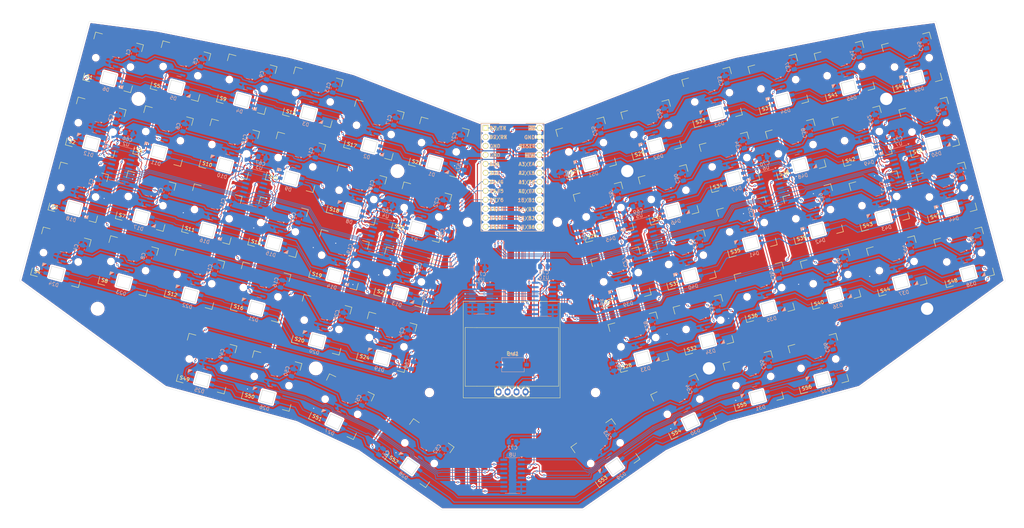
<source format=kicad_pcb>
(kicad_pcb (version 20241229) (generator "pcbnew") (generator_version "9.0")
  (layers (0 "F.Cu" signal) (2 "B.Cu" signal) (13 "F.Paste" user) (15 "B.Paste" user) (5 "F.SilkS" user "F.Silkscreen") (7 "B.SilkS" user "B.Silkscreen") (1 "F.Mask" user) (3 "B.Mask" user) (25 "Edge.Cuts" user))
  (net 0 "")
  (net 1 "SCL")
  (net 2 "SDA")
  (net 3 "+3V3")
  (net 4 "GND")
  (net 5 "+5V")
  (net 6 "Net-(D1-DOUT)")
  (net 7 "5VLED")
  (net 8 "Net-(D2-DOUT)")
  (net 9 "Net-(D3-DOUT)")
  (net 10 "Net-(D4-DOUT)")
  (net 11 "Net-(D5-DOUT)")
  (net 12 "Net-(D12-DIN)")
  (net 13 "Net-(D13-DIN)")
  (net 14 "Net-(D7-DIN)")
  (net 15 "Net-(D8-DIN)")
  (net 16 "Net-(D10-DOUT)")
  (net 17 "Net-(D10-DIN)")
  (net 18 "Net-(D11-DIN)")
  (net 19 "Net-(D13-DOUT)")
  (net 20 "Net-(D14-DOUT)")
  (net 21 "Net-(D15-DOUT)")
  (net 22 "Net-(D16-DOUT)")
  (net 23 "Net-(D17-DOUT)")
  (net 24 "Net-(D18-DOUT)")
  (net 25 "Net-(D19-DIN)")
  (net 26 "Net-(D19-DOUT)")
  (net 27 "Net-(D20-DIN)")
  (net 28 "Net-(D21-DIN)")
  (net 29 "Net-(D22-DIN)")
  (net 30 "Net-(D23-DIN)")
  (net 31 "Net-(D25-DOUT)")
  (net 32 "Net-(D26-DOUT)")
  (net 33 "Net-(D27-DOUT)")
  (net 34 "Net-(D28-DOUT)")
  (net 35 "Net-(D29-DOUT)")
  (net 36 "Net-(D30-DOUT)")
  (net 37 "Net-(D31-DOUT)")
  (net 38 "Net-(D33-DIN)")
  (net 39 "Net-(D34-DIN)")
  (net 40 "Net-(D35-DIN)")
  (net 41 "Net-(D39-DOUT)")
  (net 42 "Net-(D40-DOUT)")
  (net 43 "Net-(D41-DOUT)")
  (net 44 "Net-(D42-DOUT)")
  (net 45 "Net-(D43-DOUT)")
  (net 46 "Net-(D45-DIN)")
  (net 47 "Net-(D46-DIN)")
  (net 48 "Net-(D47-DIN)")
  (net 49 "Net-(D51-DOUT)")
  (net 50 "Net-(D52-DOUT)")
  (net 51 "Net-(D53-DOUT)")
  (net 52 "Net-(D54-DOUT)")
  (net 53 "Net-(D55-DOUT)")
  (net 55 "Net-(S1-VOUT)")
  (net 56 "Net-(S2-VOUT)")
  (net 57 "Net-(S3-VOUT)")
  (net 58 "Net-(S4-VOUT)")
  (net 59 "Net-(S5-VOUT)")
  (net 60 "Net-(S6-VOUT)")
  (net 61 "Net-(S7-VOUT)")
  (net 62 "Net-(S8-VOUT)")
  (net 63 "Net-(S9-VOUT)")
  (net 64 "Net-(S10-VOUT)")
  (net 65 "Net-(S11-VOUT)")
  (net 66 "Net-(S12-VOUT)")
  (net 67 "Net-(S13-VOUT)")
  (net 68 "Net-(S14-VOUT)")
  (net 69 "Net-(S15-VOUT)")
  (net 70 "Net-(S16-VOUT)")
  (net 71 "Net-(S17-VOUT)")
  (net 72 "Net-(S18-VOUT)")
  (net 73 "Net-(S19-VOUT)")
  (net 74 "Net-(S20-VOUT)")
  (net 75 "Net-(S21-VOUT)")
  (net 76 "Net-(S22-VOUT)")
  (net 77 "Net-(S23-VOUT)")
  (net 78 "Net-(S24-VOUT)")
  (net 79 "Net-(S25-VOUT)")
  (net 80 "Net-(S26-VOUT)")
  (net 81 "Net-(S27-VOUT)")
  (net 82 "Net-(S28-VOUT)")
  (net 83 "Net-(S29-VOUT)")
  (net 84 "Net-(S30-VOUT)")
  (net 85 "Net-(S31-VOUT)")
  (net 86 "Net-(S32-VOUT)")
  (net 87 "Net-(S33-VOUT)")
  (net 88 "Net-(S34-VOUT)")
  (net 89 "Net-(S35-VOUT)")
  (net 90 "Net-(S36-VOUT)")
  (net 91 "Net-(S37-VOUT)")
  (net 92 "Net-(S38-VOUT)")
  (net 93 "Net-(S39-VOUT)")
  (net 94 "Net-(S40-VOUT)")
  (net 95 "Net-(S41-VOUT)")
  (net 96 "Net-(S42-VOUT)")
  (net 97 "Net-(S43-VOUT)")
  (net 98 "Net-(S44-VOUT)")
  (net 99 "Net-(S45-VOUT)")
  (net 100 "Net-(S46-VOUT)")
  (net 101 "Net-(S47-VOUT)")
  (net 102 "Net-(S48-VOUT)")
  (net 103 "Net-(S49-VOUT)")
  (net 104 "Net-(S50-VOUT)")
  (net 105 "Net-(S51-VOUT)")
  (net 106 "Net-(S52-VOUT)")
  (net 107 "Net-(S53-VOUT)")
  (net 108 "Net-(S54-VOUT)")
  (net 109 "Net-(S55-VOUT)")
  (net 110 "Net-(S56-VOUT)")
  (net 111 "RESET")
  (net 112 "SEL1")
  (net 113 "SEL2")
  (net 114 "VAL0")
  (net 115 "SEL0")
  (net 116 "VAL1")
  (net 117 "VAL2")
  (net 118 "VAL3")
  (net 119 "VAL4")
  (net 120 "VAL5")
  (net 121 "VAL6")
  (net 122 "VALX")
  (net 123 "SELZ")
  (net 124 "VALY")
  (net 125 "VALZ")
  (net 126 "SELY")
  (net 127 "SELX")
  (net 128 "LED")
  (net 136 "Net-(D32-DOUT)")
  (net 137 "Net-(D33-DOUT)")
  (net 138 "Net-(D36-DIN)")
  (net 139 "Net-(D37-DIN)")
  (net 140 "Net-(D44-DOUT)")
  (net 141 "Net-(D45-DOUT)")
  (net 142 "Net-(D48-DIN)")
  (net 143 "Net-(D49-DIN)")
  (footprint "project-specific-library:HE-Switch-1U" (layer "F.Cu") (at 321.635478 87.236959 15)
    (property "Reference" "S43")
    (property "Value" "SLSS49E")
  )
  (footprint "project-specific-library:HE-Switch-1U" (layer "F.Cu") (at 192.077476 90.39816 -15)
    (property "Reference" "S22")
    (property "Value" "SLSS49E")
  )
  (footprint "MountingHole:MountingHole_3.5mm" (layer "F.Cu") (at 112.014 58.293)
    (property "Reference" "REF**" (hide yes))
    (property "Value" "MountingHole_3.5mm")
  )
  (footprint "project-specific-library:HE-Switch-1U" (layer "F.Cu") (at 99.908689 66.359016 -15)
    (property "Reference" "S2")
    (property "Value" "SLSS49E")
  )
  (footprint "project-specific-library:HE-Switch-1U" (layer "F.Cu") (at 304.388204 133.274567 15)
    (property "Reference" "S56")
    (property "Value" "SLSS49E")
  )
  (footprint "project-specific-library:HE-Switch-1U" (layer "F.Cu") (at 173.676589 85.467669 -15)
    (property "Reference" "S18")
    (property "Value" "SLSS49E")
  )
  (footprint "MountingHole:MountingHole_3.5mm" (layer "F.Cu") (at 323.596 58.293)
    (property "Reference" "REF**" (hide yes))
    (property "Value" "MountingHole_3.5mm")
  )
  (footprint "MountingHole:MountingHole_3.5mm" (layer "F.Cu") (at 162.179 134.62)
    (property "Reference" "REF**" (hide yes))
    (property "Value" "MountingHole_3.5mm")
  )
  (footprint "project-specific-library:HE-Switch-1U" (layer "F.Cu") (at 114.036465 87.236958 -15)
    (property "Reference" "S7")
    (property "Value" "SLSS49E")
  )
  (footprint "project-specific-library:HE-Switch-1U" (layer "F.Cu") (at 90.047675 103.160795 -15)
    (property "Reference" "S4")
    (property "Value" "SLSS49E")
  )
  (footprint "project-specific-library:HE-Switch-1U" (layer "F.Cu") (at 131.283747 133.274574 -15)
    (property "Reference" "S49")
    (property "Value" "SLSS49E")
  )
  (footprint "project-specific-library:HE-Switch-1U" (layer "F.Cu") (at 168.746086 103.868554 -15)
    (property "Reference" "S19")
    (property "Value" "SLSS49E")
  )
  (footprint "project-specific-library:HE-Switch-1U" (layer "F.Cu") (at 266.925874 103.868553 15)
    (property "Reference" "S31")
    (property "Value" "SLSS49E")
  )
  (footprint "project-specific-library:HE-Switch-1U" (layer "F.Cu") (at 271.856379 122.26943 15)
    (property "Reference" "S32")
    (property "Value" "SLSS49E")
  )
  (footprint "MountingHole:MountingHole_3.5mm" (layer "F.Cu") (at 273.431 134.62)
    (property "Reference" "REF**" (hide yes))
    (property "Value" "MountingHole_3.5mm")
  )
  (footprint "project-specific-library:HE-Switch-1U" (layer "F.Cu") (at 289.106816 113.045392 15)
    (property "Reference" "S36")
    (property "Value" "SLSS49E")
  )
  (footprint "project-specific-library:HE-Switch-1U" (layer "F.Cu") (at 182.216459 127.199949 -15)
    (property "Reference" "S24")
    (property "Value" "SLSS49E")
  )
  (footprint "project-specific-library:HE-Switch-1U" (layer "F.Cu") (at 163.81557 122.269437 -15)
    (property "Reference" "S20")
    (property "Value" "SLSS49E")
  )
  (footprint "project-specific-library:HE-Switch-1U" (layer "F.Cu") (at 345.624272 103.160791 15)
    (property "Reference" "S48")
    (property "Value" "SLSS49E")
  )
  (footprint "project-specific-library:HE-Switch-1U" (layer "F.Cu") (at 123.897469 50.435184 -15)
    (property "Reference" "S5")
    (property "Value" "SLSS49E")
  )
  (footprint "project-specific-library:HE-Switch-1U" (layer "F.Cu") (at 187.146962 108.799049 -15)
    (property "Reference" "S23")
    (property "Value" "SLSS49E")
  )
  (footprint "project-specific-library:HE-Switch-1U" (layer "F.Cu") (at 127.835556 109.341626 -15)
    (property "Reference" "S12")
    (property "Value" "SLSS49E")
  )
  (footprint "project-specific-library:HE-Switch-1U" (layer "F.Cu") (at 253.455478 127.199944 15)
    (property "Reference" "S28")
    (property "Value" "SLSS49E")
  )
  (footprint "project-specific-library:HE-Switch-1U" (layer "F.Cu") (at 274.315304 57.842731 15)
    (property "Reference" "S33")
    (property "Value" "SLSS49E")
  )
  (footprint "project-specific-library:HE-Switch-1U" (layer "F.Cu") (at 311.774467 50.435177 15)
    (property "Reference" "S41")
    (property "Value" "SLSS49E")
  )
  (footprint "project-specific-library:HE-Switch-1U" (layer "F.Cu") (at 109.105962 105.637833 -15)
    (property "Reference" "S8")
    (property "Value" "SLSS49E")
  )
  (footprint "project-specific-library:HE-Switch-1U" (layer "F.Cu") (at 330.832761 47.958133 15)
    (property "Reference" "S45")
    (property "Value" "SLSS49E")
  )
  (footprint "project-specific-library:HE-Switch-1U" (layer "F.Cu") (at 137.696562 72.539842 -15)
    (property "Reference" "S10")
    (property "Value" "SLSS49E")
  )
  (footprint "MountingHole:MountingHole_2.2mm_M2" (layer "F.Cu") (at 230.535979 93.206271)
    (property "Reference" "REF**" (hide yes))
    (property "Value" "MountingHole_2.2mm_M2")
  )
  (footprint "project-specific-library:HE-Switch-1U" (layer "F.Cu") (at 94.978174 84.759905 -15)
    (property "Reference" "S3")
    (property "Value" "SLSS49E")
  )
  (footprint "MountingHole:MountingHole_2.2mm_M2" (layer "F.Cu") (at 241.330972 141.466278)
    (property "Reference" "REF**" (hide yes))
    (property "Value" "MountingHole_2.2mm_M2")
  )
  (footprint "project-specific-library:HE-Switch-1U" (layer "F.Cu") (at 118.966966 68.836067 -15)
    (property "Reference" "S6")
    (property "Value" "SLSS49E")
  )
  (footprint "project-specific-library:HE-Switch-1U" (layer "F.Cu") (at 132.766051 90.940727 -15)
    (property "Reference" "S11")
    (property "Value" "SLSS49E")
  )
  (footprint "project-specific-library:HE-Switch-1U" (layer "F.Cu") (at 279.245804 76.243622 15)
    (property "Reference" "S34")
    (property "Value" "SLSS49E")
  )
  (footprint "MountingHole:MountingHole_3.5mm" (layer "F.Cu") (at 100.457 117.729)
    (property "Reference" "REF**" (hide yes))
    (property "Value" "MountingHole_3.5mm")
  )
  (footprint "SSD1306:128x64OLED" (layer "F.Cu") (at 217.898973 130.671273 180)
    (property "Reference" "Brd1")
    (property "Value" "SSD1306")
  )
  (footprint "project-specific-library:HE-Switch-1U" (layer "F.Cu") (at 178.607077 67.066786 -15)
    (property "Reference" "S17")
    (property "Value" "SLSS49E")
  )
  (footprint "project-specific-library:HE-Switch-1U" (layer "F.Cu") (at 238.663971 71.997278 15)
    (property "Reference" "S25")
    (property "Value" "SLSS49E")
  )
  (footprint "MountingHole:MountingHole_3.5mm" (layer "F.Cu") (at 335.153 117.729)
    (property "Reference" "REF**" (hide yes))
    (property "Value" "MountingHole_3.5mm")
  )
  (footprint "MountingHole:MountingHole_3.5mm" (layer "F.Cu") (at 185.293 78.74)
    (property "Reference" "REF**" (hide yes))
    (property "Value" "MountingHole_3.5mm")
  )
  (footprint "project-specific-library:HE-Switch-1U" (layer "F.Cu") (at 151.496878 94.639899 -15)
    (property "Reference" "S15")
    (property "Value" "SLSS49E")
  )
  (footprint "project-specific-library:HE-Switch-1U" (layer "F.Cu") (at 335.763271 66.359016 15)
    (property "Reference" "S46")
    (property "Value" "SLSS49E")
  )
  (footprint "project-specific-library:HE-Switch-1U" (layer "F.Cu") (at 326.565981 105.637837 15)
    (property "Reference" "S44")
    (property "Value" "SLSS49E")
  )
  (footprint "project-specific-library:HE-Switch-1.5U" (layer "F.Cu") (at 244.126088 158.625361 35)
    (property "Reference" "S53")
    (property "Value" "SLSS49E")
  )
  (footprint "project-specific-library:HE-Switch-1U" (layer "F.Cu") (at 316.704976 68.836066 15)
    (property "Reference" "S42")
    (property "Value" "SLSS49E")
  )
  (footprint "project-specific-library:HE-Switch-1U" (layer "F.Cu") (at 169.432558 145.468713 -25)
    (property "Reference" "S51")
    (property "Value" "SLSS49E")
  )
  (footprint "project-specific-library:HE-Switch-1U" (layer "F.Cu") (at 161.357881 57.838118 -15)
    (property "Reference" "S13")
    (property "Value" "SLSS49E")
  )
  (footprint "project-specific-library:HE-Switch-1.5U" (layer "F.Cu") (at 191.545859 158.625364 -35)
    (property "Reference" "S52")
    (property "Value" "SLSS49E")
  )
  (footprint "project-specific-library:HE-Switch-1U" (layer "F.Cu") (at 285.987314 138.205074 15)
    (property "Reference" "S55")
    (property "Value" "SLSS49E")
  )
  (footprint "project-specific-library:HE-Switch-1U" (layer "F.Cu") (at 302.905899 90.940723 15)
    (property "Reference" "S39")
    (property "Value" "SLSS49E")
  )
  (footprint "project-specific-library:HE-Switch-1U" (layer "F.Cu") (at 142.627063 54.138956 -15)
    (property "Reference" "S9")
    (property "Value" "SLSS49E")
  )
  (footprint "project-specific-library:HE-Switch-1U" (layer "F.Cu") (at 104.839183 47.958128 -15)
    (property "Reference" "S1")
    (property "Value" "SLSS49E")
  )
  (footprint "MountingHole:MountingHole_2.2mm_M2" (layer "F.Cu") (at 205.135974 93.206275)
    (property "Reference" "REF**" (hide yes))
    (property "Value" "MountingHole_2.2mm_M2")
  )
  (footprint "project-specific-library:HE-Switch-1U" (layer "F.Cu") (at 297.975393 72.539838 15)
    (property "Reference" "S38")
    (property "Value" "SLSS49E")
  )
  (footprint "project-specific-library:HE-Switch-1U" (layer "F.Cu") (at 284.176314 94.644506 15)
    (property "Reference" "S35")
    (property "Value" "SLSS49E")
  )
  (footprint "project-specific-library:HE-Switch-1U" (layer "F.Cu") (at 307.836394 109.341616 15)
    (property "Reference" "S40")
    (property "Value" "SLSS49E")
  )
  (footprint "promicro:ProMicro" (layer "F.Cu") (at 217.835971 80.506275 -90)
    (property "Reference" "U1" (hide yes))
    (property "Value" "ProMicro")
  )
  (footprint "project-specific-library:HE-Switch-1U" (layer "F.Cu") (at 261.995367 85.467662 15)
    (property "Reference" "S30")
    (property "Value" "SLSS49E")
  )
  (footprint "project-specific-library:HE-Switch-1U" (layer "F.Cu") (at 243.594477 90.398163 15)
    (property "Reference" "S26")
    (property "Value" "SLSS49E")
  )
  (footprint "project-specific-library:HE-Switch-1U" (layer "F.Cu") (at 257.064865 67.066775 15)
    (property "Reference" "S29")
    (property "Value" "SLSS49E")
  )
  (footprint "project-specific-library:HE-Switch-1U" (layer "F.Cu") (at 293.044885 54.138959 15)
    (property "Reference" "S37")
    (property "Value" "SLSS49E")
  )
  (footprint "MountingHole:MountingHole_2.2mm_M2" (layer "F.Cu") (at 194.340978 141.466267)
    (property "Reference" "REF**" (hide yes))
    (property "Value" "MountingHole_2.2mm_M2")
  )
  (footprint "project-specific-library:HE-Switch-1U" (layer "F.Cu") (at 248.524975 108.799051 15)
    (property "Reference" "S27")
    (property "Value" "SLSS49E")
  )
  (footprint "project-specific-library:HE-Switch-1U" (layer "F.Cu") (at 146.566377 113.040778 -15)
    (property "Reference" "S16")
    (property "Value" "SLSS49E")
  )
  (footprint "MountingHole:MountingHole_3.5mm" (layer "F.Cu") (at 250.317 78.74)
    (property "Reference" "REF**" (hide yes))
    (property "Value" "MountingHole_3.5mm")
  )
  (footprint "project-specific-library:HE-Switch-1U" (layer "F.Cu") (at 156.427382 76.239013 -15)
    (property "Reference" "S14")
    (property "Value" "SLSS49E")
  )
  (footprint "project-specific-library:HE-Switch-1U" (layer "F.Cu") (at 197.007985 71.997278 -15)
    (property "Reference" "S21")
    (property "Value" "SLSS49E")
  )
  (footprint "project-specific-library:HE-Switch-1U" (layer "F.Cu") (at 340.693764 84.759895 15)
    (property "Reference" "S47")
    (property "Value" "SLSS49E")
  )
  (footprint "project-specific-library:HE-Switch-1U" (layer "F.Cu") (at 149.684624 138.205077 -15)
    (property "Reference" "S50")
    (property "Value" "SLSS49E")
  )
  (footprint "project-specific-library:HE-Switch-1U" (layer "F.Cu") (at 266.239389 145.468707 25)
    (property "Reference" "S54")
    (property "Value" "SLSS49E")
  )
  (footprint "Capacitor_SMD:C_0805_2012Metric_Pad1.18x1.45mm_HandSolder" (layer "B.Cu") (at 148.520066 51.773581 -105)
    (property "Reference" "C9")
    (property "Value" "1uF")
  )
  (footprint "project-specific-library:SK6812MINI-E_nusumi" (layer "B.Cu") (at 244.810671 94.937054 -165)
    (property "Reference" "D45")
    (property "Value" "SK6812MINI-E")
    (fp_line (start 1.84 1.61) (end 1.839999 -1.61) (stroke (width 0.12)) (layer "Edge.Cuts"))
    (fp_line (start -1.839999 1.61) (end 1.84 1.61) (stroke (width 0.12)) (layer "Edge.Cuts"))
    (fp_line (start -1.84 -1.61) (end 1.839999 -1.61) (stroke (width 0.12)) (layer "Edge.Cuts"))
    (fp_line (start -1.84 -1.61) (end -1.839999 1.61) (stroke (width 0.12)) (layer "Edge.Cuts"))
  )
  (footprint "project-specific-library:SK6812MINI-E_nusumi" (layer "B.Cu") (at 254.67167 131.738827 -165)
    (property "Reference" "D33")
    (property "Value" "SK6812MINI-E")
    (fp_line (start 1.84 1.61) (end 1.839999 -1.61) (stroke (width 0.12)) (layer "Edge.Cuts"))
    (fp_line (start -1.839999 1.61) (end 1.84 1.61) (stroke (width 0.12)) (layer "Edge.Cuts"))
    (fp_line (start -1.84 -1.61) (end 1.839999 -1.61) (stroke (width 0.12)) (layer "Edge.Cuts"))
    (fp_line (start -1.84 -1.61) (end -1.839999 1.61) (stroke (width 0.12)) (layer "Edge.Cuts"))
  )
  (footprint "project-specific-library:SK6812MINI-E_nusumi_Rotated" (layer "B.Cu") (at 268.225277 149.727453 -155)
    (property "Reference" "D30")
    (property "Value" "SK6812MINI-E")
    (fp_line (start 1.84 1.61) (end 1.84 -1.61) (stroke (width 0.12)) (layer "Edge.Cuts"))
    (fp_line (start 1.84 1.61) (end -1.84 1.61) (stroke (width 0.12)) (layer "Edge.Cuts"))
    (fp_line (start 1.84 -1.61) (end -1.84 -1.61) (stroke (width 0.12)) (layer "Edge.Cuts"))
    (fp_line (start -1.84 -1.61) (end -1.84 1.61) (stroke (width 0.12)) (layer "Edge.Cuts"))
  )
  (footprint "Capacitor_SMD:C_0805_2012Metric_Pad1.18x1.45mm_HandSolder" (layer "B.Cu") (at 199.424296 96.837068 -105)
    (property "Reference" "C58")
    (property "Value" "1uF")
  )
  (footprint "Capacitor_SMD:C_0805_2012Metric_Pad1.18x1.45mm_HandSolder" (layer "B.Cu") (at 242.584776 67.0023 -75)
    (property "Reference" "C25")
    (property "Value" "1uF")
  )
  (footprint "Capacitor_SMD:C_0805_2012Metric_Pad1.18x1.45mm_HandSolder" (layer "B.Cu") (at 189.530419 133.76151 -105)
    (property "Reference" "C60")
    (property "Value" "1uF")
  )
  (footprint "Capacitor_SMD:C_0805_2012Metric_Pad1.18x1.45mm_HandSolder" (layer "B.Cu") (at 226.725977 105.77928)
    (property "Reference" "C73")
    (property "Value" "1uF")
  )
  (footprint "project-specific-library:SK6812MINI-E_nusumi_Rotated" (layer "B.Cu") (at 275.531494 62.381613 -165)
    (property "Reference" "D53")
    (property "Value" "SK6812MINI-E")
    (fp_line (start 1.84 1.61) (end 1.839999 -1.61) (stroke (width 0.12)) (layer "Edge.Cuts"))
    (fp_line (start 1.84 1.61) (end -1.839999 1.61) (stroke (width 0.12)) (layer "Edge.Cuts"))
    (fp_line (start 1.839999 -1.61) (end -1.84 -1.61) (stroke (width 0.12)) (layer "Edge.Cuts"))
    (fp_line (start -1.84 -1.61) (end -1.839999 1.61) (stroke (width 0.12)) (layer "Edge.Cuts"))
  )
  (footprint "project-specific-library:SK6812MINI-E_nusumi" (layer "B.Cu") (at 299.191576 77.078734 -165)
    (property "Reference" "D48")
    (property "Value" "SK6812MINI-E")
    (fp_line (start 1.84 1.61) (end 1.839999 -1.61) (stroke (width 0.12)) (layer "Edge.Cuts"))
    (fp_line (start -1.839999 1.61) (end 1.84 1.61) (stroke (width 0.12)) (layer "Edge.Cuts"))
    (fp_line (start -1.84 -1.61) (end 1.839999 -1.61) (stroke (width 0.12)) (layer "Edge.Cuts"))
    (fp_line (start -1.84 -1.61) (end -1.839999 1.61) (stroke (width 0.12)) (layer "Edge.Cuts"))
  )
  (footprint "Capacitor_SMD:C_0805_2012Metric_Pad1.18x1.45mm_HandSolder" (layer "B.Cu") (at 157.388643 92.279129 -105)
    (property "Reference" "C15")
    (property "Value" "1uF")
  )
  (footprint "project-specific-library:SK6812MINI-E_nusumi" (layer "B.Cu") (at 93.761995 89.29879 165)
    (property "Reference" "D18")
    (property "Value" "SK6812MINI-E")
    (fp_line (start 1.84 1.61) (end 1.84 -1.61) (stroke (width 0.12)) (layer "Edge.Cuts"))
    (fp_line (start -1.84 -1.61) (end 1.84 -1.61) (stroke (width 0.12)) (layer "Edge.Cuts"))
    (fp_line (start -1.84 -1.61) (end -1.84 1.61) (stroke (width 0.12)) (layer "Edge.Cuts"))
    (fp_line (start -1.84 1.61) (end 1.84 1.61) (stroke (width 0.12)) (layer "Edge.Cuts"))
  )
  (footprint "Capacitor_SMD:C_0805_2012Metric_Pad1.18x1.45mm_HandSolder" (layer "B.Cu") (at 297.272449 48.881861 -75)
    (property "Reference" "C37")
    (property "Value" "1uF")
  )
  (footprint "Capacitor_SMD:C_0805_2012Metric_Pad1.18x1.45mm_HandSolder" (layer "B.Cu") (at 315.695273 45.440201 -75)
    (property "Reference" "C41")
    (property "Value" "1uF")
  )
  (footprint "Capacitor_SMD:C_0805_2012Metric_Pad1.18x1.45mm_HandSolder" (layer "B.Cu") (at 311.757204 104.346637 -75)
    (property "Reference" "C40")
    (property "Value" "1uF")
  )
  (footprint "Capacitor_SMD:C_0805_2012Metric_Pad1.18x1.45mm_HandSolder" (layer "B.Cu") (at 290.259865 133.115847 -75)
    (property "Reference" "C55")
    (property "Value" "1uF")
  )
  (footprint "Capacitor_SMD:C_0805_2012Metric_Pad1.18x1.45mm_HandSolder" (layer "B.Cu") (at 179.569593 83.102294 -105)
    (property "Reference" "C18")
    (property "Value" "1uF")
  )
  (footprint "Capacitor_SMD:C_0805_2012Metric_Pad1.18x1.45mm_HandSolder" (layer "B.Cu") (at 339.684063 61.364031 -75)
    (property "Reference" "C46")
    (property "Value" "1uF")
  )
  (footprint "Capacitor_SMD:C_0805_2012Metric_Pad1.18x1.45mm_HandSolder" (layer "B.Cu") (at 146.929873 74.882426 -15)
    (property "Reference" "C67")
    (property "Value" "1uF")
  )
  (footprint "Capacitor_SMD:C_0805_2012Metric_Pad1.18x1.45mm_HandSolder" (layer "B.Cu") (at 114.998975 103.272472 -105)
    (property "Reference" "C8")
    (property "Value" "1uF")
  )
  (footprint "Capacitor_SMD:C_0805_2012Metric_Pad1.18x1.45mm_HandSolder" (layer "B.Cu") (at 124.859984 66.470691 -105)
    (property "Reference" "C6")
    (property "Value" "1uF")
  )
  (footprint "project-specific-library:SK6812MINI-E_nusumi" (layer "B.Cu") (at 336.979453 70.897901 -165)
    (property "Reference" "D50")
    (property "Value" "SK6812MINI-E")
    (fp_line (start 1.84 1.61) (end 1.839999 -1.61) (stroke (width 0.12)) (layer "Edge.Cuts"))
    (fp_line (start -1.839999 1.61) (end 1.84 1.61) (stroke (width 0.12)) (layer "Edge.Cuts"))
    (fp_line (start -1.84 -1.61) (end 1.839999 -1.61) (stroke (width 0.12)) (layer "Edge.Cuts"))
    (fp_line (start -1.84 -1.61) (end -1.839999 1.61) (stroke (width 0.12)) (layer "Edge.Cuts"))
  )
  (footprint "project-specific-library:SK6812MINI-E_nusumi_Rotated" (layer "B.Cu") (at 117.750783 73.374957 165)
    (property "Reference" "D11")
    (property "Value" "SK6812MINI-E")
    (fp_line (start 1.84 -1.61) (end -1.84 -1.61) (stroke (width 0.12)) (layer "Edge.Cuts"))
    (fp_line (start 1.84 1.61) (end 1.84 -1.61) (stroke (width 0.12)) (layer "Edge.Cuts"))
    (fp_line (start 1.84 1.61) (end -1.84 1.61) (stroke (width 0.12)) (layer "Edge.Cuts"))
    (fp_line (start -1.84 -1.61) (end -1.84 1.61) (stroke (width 0.12)) (layer "Edge.Cuts"))
  )
  (footprint "Capacitor_SMD:C_0805_2012Metric_Pad1.18x1.45mm_HandSolder" (layer "B.Cu") (at 133.72856 106.976246 -105)
    (property "Reference" "C12")
    (property "Value" "1uF")
  )
  (footprint "Capacitor_SMD:C_0805_2012Metric_Pad1.18x1.45mm_HandSolder" (layer "B.Cu") (at 197.970479 88.032797 -105)
    (property "Reference" "C22")
    (property "Value" "1uF")
  )
  (footprint "Capacitor_SMD:C_0805_2012Metric_Pad1.18x1.45mm_HandSolder" (layer "B.Cu") (at 246.273007 134.252201 105)
    (property "Reference" "C62")
    (property "Value" "1uF")
  )
  (footprint "Capacitor_SMD:C_0805_2012Metric_Pad1.18x1.45mm_HandSolder" (layer "B.Cu") (at 236.411999 97.450427 105)
    (property "Reference" "C64")
    (property "Value" "1uF")
  )
  (footprint "Capacitor_SMD:C_0805_2012Metric_Pad1.18x1.45mm_HandSolder" (layer "B.Cu") (at 278.236102 52.847751 -75)
    (property "Reference" "C33")
    (property "Value" "1uF")
  )
  (footprint "project-specific-library:SK6812MINI-E_nusumi_Rotated" (layer "B.Cu") (at 145.348944 117.584279 165)
    (property "Reference" "D21")
    (property "Value" "SK6812MINI-E")
    (fp_line (start 1.84 -1.61) (end -1.84 -1.61) (stroke (width 0.12)) (layer "Edge.Cuts"))
    (fp_line (start 1.84 1.61) (end 1.84 -1.61) (stroke (width 0.12)) (layer "Edge.Cuts"))
    (fp_line (start 1.84 1.61) (end -1.84 1.61) (stroke (width 0.12)) (layer "Edge.Cuts"))
    (fp_line (start -1.84 -1.61) (end -1.84 1.61) (stroke (width 0.12)) (layer "Edge.Cuts"))
  )
  (footprint "project-specific-library:SK6812MINI-E_nusumi" (layer "B.Cu") (at 327.782173 110.176727 -165)
    (property "Reference" "D37")
    (property "Value" "SK6812MINI-E")
    (fp_line (start 1.84 1.61) (end 1.839999 -1.61) (stroke (width 0.12)) (layer "Edge.Cuts"))
    (fp_line (start -1.839999 1.61) (end 1.84 1.61) (stroke (width 0.12)) (layer "Edge.Cuts"))
    (fp_line (start -1.84 -1.61) (end 1.839999 -1.61) (stroke (width 0.12)) (layer "Edge.Cuts"))
    (fp_line (start -1.84 -1.61) (end -1.839999 1.61) (stroke (width 0.12)) (layer "Edge.Cuts"))
  )
  (footprint "Capacitor_SMD:C_0805_2012Metric_Pad1.18x1.45mm_HandSolder" (layer "B.Cu") (at 283.166606 71.248641 -75)
    (property "Reference" "C34")
    (property "Value" "1uF")
  )
  (footprint "Capacitor_SMD:C_0805_2012Metric_Pad1.18x1.45mm_HandSolder" (layer "B.Cu") (at 173.412358 101.174471 -105)
    (property "Reference" "C19")
    (property "Value" "1uF")
  )
  (footprint "Capacitor_SMD:C_0805_2012Metric_Pad1.18x1.45mm_HandSolder" (layer "B.Cu") (at 241.605463 116.832696 105)
    (property "Reference" "C63")
    (property "Value" "1uF")
  )
  (footprint "Capacitor_SMD:C_0805_2012Metric_Pad1.18x1.45mm_HandSolder" (layer "B.Cu") (at 288.774947 75.005093 15)
    (property "Reference" "C70")
    (property "Value" "1uF")
  )
  (footprint "project-specific-library:SK6812MINI-E_nusumi" (layer "B.Cu") (at 177.3909 71.605666 165)
    (property "Reference" "D2")
    (property "Value" "SK6812MINI-E")
    (fp_line (start 1.84 1.61) (end 1.84 -1.61) (stroke (width 0.12)) (layer "Edge.Cuts"))
    (fp_line (start -1.84 -1.61) (end 1.84 -1.61) (stroke (width 0.12)) (layer "Edge.Cuts"))
    (fp_line (start -1.84 -1.61) (end -1.84 1.61) (stroke (width 0.12)) (layer "Edge.Cuts"))
    (fp_line (start -1.84 1.61) (end 1.84 1.61) (stroke (width 0.12)) (layer "Edge.Cuts"))
  )
  (footprint "project-specific-library:SK6812MINI-E_nusumi_Rotated" (layer "B.Cu") (at 305.604393 137.813454 -165)
    (property "Reference" "D32")
    (property "Value" "SK6812MINI-E")
    (fp_line (start 1.84 1.61) (end 1.839999 -1.61) (stroke (width 0.12)) (layer "Edge.Cuts"))
    (fp_line (start 1.84 1.61) (end -1.839999 1.61) (stroke (width 0.12)) (layer "Edge.Cuts"))
    (fp_line (start 1.839999 -1.61) (end -1.84 -1.61) (stroke (width 0.12)) (layer "Edge.Cuts"))
    (fp_line (start -1.84 -1.61) (end -1.839999 1.61) (stroke (width 0.12)) (layer "Edge.Cuts"))
  )
  (footprint "Capacitor_SMD:C_0805_2012Metric_Pad1.18x1.45mm_HandSolder" (layer "B.Cu") (at 257.376283 122.204973 -75)
    (property "Reference" "C28")
    (property "Value" "1uF")
  )
  (footprint "project-specific-library:SK6812MINI-E_nusumi_Rotated" (layer "B.Cu") (at 181.00027 131.738833 165)
    (property "Reference" "D19")
    (property "Value" "SK6812MINI-E")
    (fp_line (start 1.84 -1.61) (end -1.84 -1.61) (stroke (width 0.12)) (layer "Edge.Cuts"))
    (fp_line (start 1.84 1.61) (end 1.84 -1.61) (stroke (width 0.12)) (layer "Edge.Cuts"))
    (fp_line (start 1.84 1.61) (end -1.84 1.61) (stroke (width 0.12)) (layer "Edge.Cuts"))
    (fp_line (start -1.84 -1.61) (end -1.84 1.61) (stroke (width 0.12)) (layer "Edge.Cuts"))
  )
  (footprint "project-specific-library:SK6812MINI-E_nusumi_Rotated" (layer "B.Cu") (at 268.142057 108.407442 -165)
    (property "Reference" "D40")
    (property "Value" "SK6812MINI-E")
    (fp_line (start 1.84 1.61) (end 1.839999 -1.61) (stroke (width 0.12)) (layer "Edge.Cuts"))
    (fp_line (start 1.84 1.61) (end -1.839999 1.61) (stroke (width 0.12)) (layer "Edge.Cuts"))
    (fp_line (start 1.839999 -1.61) (end -1.84 -1.61) (stroke (width 0.12)) (layer "Edge.Cuts"))
    (fp_line (start -1.84 -1.61) (end -1.839999 1.61) (stroke (width 0.12)) (layer "Edge.Cuts"))
  )
  (footprint "Capacitor_SMD:C_0805_2012Metric_Pad1.18x1.45mm_HandSolder" (layer "B.Cu") (at 301.896194 67.544866 -75)
    (property "Reference" "C38")
    (property "Value" "1uF")
  )
  (footprint "project-specific-library:SK6812MINI-E_nusumi_Rotated" (layer "B.Cu") (at 249.741172 113.337935 -165)
    (property "Reference" "D39")
    (property "Value" "SK6812MINI-E")
    (fp_line (start 1.84 1.61) (end 1.839999 -1.61) (stroke (width 0.12)) (layer "Edge.Cuts"))
    (fp_line (start 1.84 1.61) (end -1.839999 1.61) (stroke (width 0.12)) (layer "Edge.Cuts"))
    (fp_line (start 1.839999 -1.61) (end -1.84 -1.61) (stroke (width 0.12)) (layer "Edge.Cuts"))
    (fp_line (start -1.84 -1.61) (end -1.839999 1.61) (stroke (width 0.12)) (layer "Edge.Cuts"))
  )
  (footprint "project-specific-library:SK6812MINI-E_nusumi_Rotated" (layer "B.Cu") (at 188.797958 162.385273 145)
    (property "Reference" "D28")
    (property "Value" "SK6812MINI-E")
    (fp_line (start 1.84 -1.61) (end -1.84 -1.609999) (stroke (width 0.12)) (layer "Edge.Cuts"))
    (fp_line (start 1.84 1.609999) (end 1.84 -1.61) (stroke (width 0.12)) (layer "Edge.Cuts"))
    (fp_line (start 1.84 1.609999) (end -1.84 1.61) (stroke (width 0.12)) (layer "Edge.Cuts"))
    (fp_line (start -1.84 -1.609999) (end -1.84 1.61) (stroke (width 0.12)) (layer "Edge.Cuts"))
  )
  (footprint "project-specific-library:SK6812MINI-E_nusumi_Rotated" (layer "B.Cu") (at 162.599388 126.808317 165)
    (property "Reference" "D20")
    (property "Value" "SK6812MINI-E")
    (fp_line (start 1.84 -1.61) (end -1.84 -1.61) (stroke (width 0.12)) (layer "Edge.Cuts"))
    (fp_line (start 1.84 1.61) (end 1.84 -1.61) (stroke (width 0.12)) (layer "Edge.Cuts"))
    (fp_line (start 1.84 1.61) (end -1.84 1.61) (stroke (width 0.12)) (layer "Edge.Cuts"))
    (fp_line (start -1.84 -1.61) (end -1.84 1.61) (stroke (width 0.12)) (layer "Edge.Cuts"))
  )
  (footprint "project-specific-library:SK6812MINI-E_nusumi_Rotated" (layer "B.Cu") (at 246.821323 162.474551 -145)
    (property "Reference" "D29")
    (property "Value" "SK6812MINI-E")
    (fp_line (start 1.84 1.61) (end 1.84 -1.609999) (stroke (width 0.12)) (layer "Edge.Cuts"))
    (fp_line (start 1.84 1.61) (end -1.84 1.609999) (stroke (width 0.12)) (layer "Edge.Cuts"))
    (fp_line (start 1.84 -1.609999) (end -1.84 -1.61) (stroke (width 0.12)) (layer "Edge.Cuts"))
    (fp_line (start -1.84 -1.61) (end -1.84 1.609999) (stroke (width 0.12)) (layer "Edge.Cuts"))
  )
  (footprint "project-specific-library:SK6812MINI-E_nusumi_Rotated" (layer "B.Cu") (at 172.460397 90.006552 165)
    (property "Reference" "D8")
    (property "Value" "SK6812MINI-E")
    (fp_line (start 1.84 -1.61) (end -1.84 -1.61) (stroke (width 0.12)) (layer "Edge.Cuts"))
    (fp_line (start 1.84 1.61) (end 1.84 -1.61) (stroke (width 0.12)) (layer "Edge.Cuts"))
    (fp_line (start 1.84 1.61) (end -1.84 1.61) (stroke (width 0.12)) (layer "Edge.Cuts"))
    (fp_line (start -1.84 -1.61) (end -1.84 1.61) (stroke (width 0.12)) (layer "Edge.Cuts"))
  )
  (footprint "Button_Switch_SMD:SW_Tactile_SPST_NO_Straight_CK_PTS636Sx25SMTRLFS" (layer "B.Cu") (at 217.962971 133.592279 180)
    (property "Reference" "SW1")
    (property "Value" "SW_Push")
  )
  (footprint "project-specific-library:SK6812MINI-E_nusumi" (layer "B.Cu") (at 131.549861 95.479623 165)
    (property "Reference" "D16")
    (property "Value" "SK6812MINI-E")
    (fp_line (start 1.84 1.61) (end 1.84 -1.61) (stroke (width 0.12)) (layer "Edge.Cuts"))
    (fp_line (start -1.84 -1.61) (end 1.84 -1.61) (stroke (width 0.12)) (layer "Edge.Cuts"))
    (fp_line (start -1.84 -1.61) (end -1.84 1.61) (stroke (width 0.12)) (layer "Edge.Cuts"))
    (fp_line (start -1.84 1.61) (end 1.84 1.61) (stroke (width 0.12)) (layer "Edge.Cuts"))
  )
  (footprint "Capacitor_SMD:C_0805_2012Metric_Pad1.18x1.45mm_HandSolder" (layer "B.Cu") (at 155.577632 135.839698 -105)
    (property "Reference" "C50")
    (property "Value" "1uF")
  )
  (footprint "project-specific-library:SK6812MINI-E_nusumi" (layer "B.Cu") (at 160.140457 62.381629 165)
    (property "Reference" "D3")
    (property "Value" "SK6812MINI-E")
    (fp_line (start 1.84 1.61) (end 1.84 -1.61) (stroke (width 0.12)) (layer "Edge.Cuts"))
    (fp_line (start -1.84 -1.61) (end 1.84 -1.61) (stroke (width 0.12)) (layer "Edge.Cuts"))
    (fp_line (start -1.84 -1.61) (end -1.84 1.61) (stroke (width 0.12)) (layer "Edge.Cuts"))
    (fp_line (start -1.84 1.61) (end 1.84 1.61) (stroke (width 0.12)) (layer "Edge.Cuts"))
  )
  (footprint "project-specific-library:SK6812MINI-E_nusumi_Rotated" (layer "B.Cu") (at 258.281049 71.605664 -165)
    (property "Reference" "D52")
    (property "Value" "SK6812MINI-E")
    (fp_line (start 1.84 1.61) (end 1.839999 -1.61) (stroke (width 0.12)) (layer "Edge.Cuts"))
    (fp_line (start 1.84 1.61) (end -1.839999 1.61) (stroke (width 0.12)) (layer "Edge.Cuts"))
    (fp_line (start 1.839999 -1.61) (end -1.84 -1.61) (stroke (width 0.12)) (layer "Edge.Cuts"))
    (fp_line (start -1.84 -1.61) (end -1.839999 1.61) (stroke (width 0.12)) (layer "Edge.Cuts"))
  )
  (footprint "Capacitor_SMD:C_0805_2012Metric_Pad1.18x1.45mm_HandSolder" (layer "B.Cu") (at 286.870373 89.978226 -75)
    (property "Reference" "C35")
    (property "Value" "1uF")
  )
  (footprint "project-specific-library:SK6812MINI-E_nusumi_Rotated" (layer "B.Cu") (at 304.12208 95.479618 -165)
    (property "Reference" "D42")
    (property "Value" "SK6812MINI-E")
    (fp_line (start 1.84 1.61) (end 1.839999 -1.61) (stroke (width 0.12)) (layer "Edge.Cuts"))
    (fp_line (start 1.84 1.61) (end -1.839999 1.61) (stroke (width 0.12)) (layer "Edge.Cuts"))
    (fp_line (start 1.839999 -1.61) (end -1.84 -1.61) (stroke (width 0.12)) (layer "Edge.Cuts"))
    (fp_line (start -1.84 -1.61) (end -1.839999 1.61) (stroke (width 0.12)) (layer "Edge.Cuts"))
  )
  (footprint "project-specific-library:SK6812MINI-E_nusumi" (layer "B.Cu") (at 290.322998 117.584274 -165)
    (property "Reference" "D35")
    (property "Value" "SK6812MINI-E")
    (fp_line (start 1.84 1.61) (end 1.839999 -1.61) (stroke (width 0.12)) (layer "Edge.Cuts"))
    (fp_line (start -1.839999 1.61) (end 1.84 1.61) (stroke (width 0.12)) (layer "Edge.Cuts"))
    (fp_line (start -1.84 -1.61) (end 1.839999 -1.61) (stroke (width 0.12)) (layer "Edge.Cuts"))
    (fp_line (start -1.84 -1.61) (end -1.839999 1.61) (stroke (width 0.12)) (layer "Edge.Cuts"))
  )
  (footprint "project-specific-library:SK6812MINI-E_nusumi_Rotated" (layer "B.Cu") (at 126.619361 113.880509 165)
    (property "Reference" "D22")
    (property "Value" "SK6812MINI-E")
    (fp_line (start 1.84 -1.61) (end -1.84 -1.61) (stroke (width 0.12)) (layer "Edge.Cuts"))
    (fp_line (start 1.84 1.61) (end 1.84 -1.61) (stroke (width 0.12)) (layer "Edge.Cuts"))
    (fp_line (start 1.84 1.61) (end -1.84 1.61) (stroke (width 0.12)) (layer "Edge.Cuts"))
    (fp_line (start -1.84 -1.61) (end -1.84 1.61) (stroke (width 0.12)) (layer "Edge.Cuts"))
  )
  (footprint "Capacitor_SMD:C_0805_2012Metric_Pad1.18x1.45mm_HandSolder" (layer "B.Cu") (at 349.545075 98.165812 -75)
    (property "Reference" "C48")
    (property "Value" "1uF")
  )
  (footprint "Capacitor_SMD:C_0805_2012Metric_Pad1.18x1.45mm_HandSolder" (layer "B.Cu") (at 180.597579 158.223325 55)
    (property "Reference" "C61")
    (property "Value" "1uF")
  )
  (footprint "Capacitor_SMD:C_0805_2012Metric_Pad1.18x1.45mm_HandSolder" (layer "B.Cu") (at 119.92948 84.871584 -105)
    (property "Reference" "C7")
    (property "Value" "1uF")
  )
  (footprint "project-specific-library:SK6812MINI-E_nusumi_Rotated" (layer "B.Cu") (at 148.468428 142.743967 165)
    (property "Reference" "D26")
    (property "Value" "SK6812MINI-E")
    (fp_line (start 1.84 -1.61) (end -1.84 -1.61) (stroke (width 0.12)) (layer "Edge.Cuts"))
    (fp_line (start 1.84 1.61) (end 1.84 -1.61) (stroke (width 0.12)) (layer "Edge.Cuts"))
    (fp_line (start 1.84 1.61) (end -1.84 1.61) (stroke (width 0.12)) (layer "Edge.Cuts"))
    (fp_line (start -1.84 -1.61) (end -1.84 1.61) (stroke (width 0.12)) (layer "Edge.Cuts"))
  )
  (footprint "Package_SO:SOIC-16_3.9x9.9mm_P1.27mm" (layer "B.Cu") (at 106.97257 76.797982 165)
    (property "Reference" "U2")
    (property "Value" "74HC4051")
  )
  (footprint "Capacitor_SMD:C_0805_2012Metric_Pad1.18x1.45mm_HandSolder" (layer "B.Cu") (at 182.745543 88.42361 -15)
    (property "Reference" "C68")
    (property "Value" "1uF")
  )
  (footprint "project-specific-library:SK6812MINI-E_nusumi" (layer "B.Cu") (at 263.211554 90.006556 -165)
    (property "Reference" "D46")
    (property "Value" "SK6812MINI-E")
    (fp_line (start 1.84 1.61) (end 1.839999 -1.61) (stroke (width 0.12)) (layer "Edge.Cuts"))
    (fp_line (start -1.839999 1.61) (end 1.84 1.61) (stroke (width 0.12)) (layer "Edge.Cuts"))
    (fp_line (start -1.84 -1.61) (end 1.839999 -1.61) (stroke (width 0.12)) (layer "Edge.Cuts"))
    (fp_line (start -1.84 -1.61) (end -1.839999 1.61) (stroke (width 0.12)) (layer "Edge.Cuts"))
  )
  (footprint "project-specific-library:SK6812MINI-E_nusumi" (layer "B.Cu") (at 112.820286 91.775839 165)
    (property "Reference" "D17")
    (property "Value" "SK6812MINI-E")
    (fp_line (start 1.84 1.61) (end 1.84 -1.61) (stroke (width 0.12)) (layer "Edge.Cuts"))
    (fp_line (start -1.84 -1.61) (end 1.84 -1.61) (stroke (width 0.12)) (layer "Edge.Cuts"))
    (fp_line (start -1.84 -1.61) (end -1.84 1.61) (stroke (width 0.12)) (layer "Edge.Cuts"))
    (fp_line (start -1.84 1.61) (end 1.84 1.61) (stroke (width 0.12)) (layer "Edge.Cuts"))
  )
  (footprint "project-specific-library:SK6812MINI-E_nusumi_Rotated" (layer "B.Cu") (at 107.889776 110.176728 165)
    (property "Reference" "D23")
    (property "Value" "SK6812MINI-E")
    (fp_line (start 1.84 -1.61) (end -1.84 -1.61) (stroke (width 0.12)) (layer "Edge.Cuts"))
    (fp_line (start 1.84 1.61) (end 1.84 -1.61) (stroke (width 0.12)) (layer "Edge.Cuts"))
    (fp_line (start 1.84 1.61) (end -1.84 1.61) (stroke (width 0.12)) (layer "Edge.Cuts"))
    (fp_line (start -1.84 -1.61) (end -1.84 1.61) (stroke (width 0.12)) (layer "Edge.Cuts"))
  )
  (footprint "Capacitor_SMD:C_0805_2012Metric_Pad1.18x1.45mm_HandSolder" (layer "B.Cu") (at 251.21906 104.132773 -75)
    (property "Reference" "C27")
    (property "Value" "1uF")
  )
  (footprint "Capacitor_SMD:C_0805_2012Metric_Pad1.18x1.45mm_HandSolder" (layer "B.Cu") (at 194.756752 114.256576 -105)
    (property "Reference" "C59")
    (property "Value" "1uF")
  )
  (footprint "Capacitor_SMD:C_0805_2012Metric_Pad1.18x1.45mm_HandSolder" (layer "B.Cu") (at 204.372419 77.38906 -105)
    (property "Reference" "C57")
    (property "Value" "1uF")
  )
  (footprint "project-specific-library:SK6812MINI-E_nusumi" (layer "B.Cu") (at 167.529894 108.407428 165)
    (property "Reference" "D14")
    (property "Value" "SK6812MINI-E")
    (fp_line (start 1.84 1.61) (end 1.84 -1.61) (stroke (width 0.12)) (layer "Edge.Cuts"))
    (fp_line (start -1.84 -1.61) (end 1.84 -1.61) (stroke (width 0.12)) (layer "Edge.Cuts"))
    (fp_line (start -1.84 -1.61) (end -1.84 1.61) (stroke (width 0.12)) (layer "Edge.Cuts"))
    (fp_line (start -1.84 1.61) (end 1.84 1.61) (stroke (width 0.12)) (layer "Edge.Cuts"))
  )
  (footprint "Capacitor_SMD:C_0805_2012Metric_Pad1.18x1.45mm_HandSolder" (layer "B.Cu") (at 247.51528 85.403193 -75)
    (property "Reference" "C26")
    (property "Value" "1uF")
  )
  (footprint "Package_SO:SOIC-16_3.9x9.9mm_P1.27mm" (layer "B.Cu") (at 255.260165 97.133356 -165)
    (property "Reference" "U5")
    (property "Value" "74HC4051")
  )
  (footprint "Capacitor_SMD:C_0805_2012Metric_Pad1.18x1.45mm_HandSolder" (layer "B.Cu") (at 320.625779 63.841091 -75)
    (property "Reference" "C42")
    (property "Value" "1uF")
  )
  (footprint "Capacitor_SMD:C_0805_2012Metric_Pad1.18x1.45mm_HandSolder" (layer "B.Cu") (at 306.826689 85.945751 -75)
    (property "Reference" "C39")
    (property "Value" "1uF")
  )
  (footprint "Capacitor_SMD:C_0805_2012Metric_Pad1.18x1.45mm_HandSolder" (layer "B.Cu") (at 217.835977 155.436281)
    (property "Reference" "C72")
    (property "Value" "1uF")
  )
  (footprint "Capacitor_SMD:C_0805_2012Metric_Pad1.18x1.45mm_HandSolder" (layer "B.Cu") (at 270.846674 98.873572 -75)
    (property "Reference" "C31")
    (property "Value" "1uF")
  )
  (footprint "Capacitor_SMD:C_0805_2012Metric_Pad1.18x1.45mm_HandSolder" (layer "B.Cu") (at 129.790465 48.069805 -105)
    (property "Reference" "C5")
    (property "Value" "1uF")
  )
  (footprint "project-specific-library:SK6812MINI-E_nusumi" (layer "B.Cu") (at 346.84046 107.699663 -165)
    (property "Reference" "D38")
    (property "Value" "SK6812MINI-E")
    (fp_line (start 1.84 1.61) (end 1.839999 -1.61) (stroke (width 0.12)) (layer "Edge.Cuts"))
    (fp_line (start -1.839999 1.61) (end 1.84 1.61) (stroke (width 0.12)) (layer "Edge.Cuts"))
    (fp_line (start -1.84 -1.61) (end 1.839999 -1.61) (stroke (width 0.12)) (layer "Edge.Cuts"))
    (fp_line (start -1.84 -1.61) (end -1.839999 1.61) (stroke (width 0.12)) (layer "Edge.Cuts"))
  )
  (footprint "project-specific-library:SK6812MINI-E_nusumi_Rotated" (layer "B.Cu") (at 341.909957 89.298783 -165)
    (property "Reference" "D44")
    (property "Value" "SK6812MINI-E")
    (fp_line (start 1.84 1.61) (end 1.839999 -1.61) (stroke (width 0.12)) (layer "Edge.Cuts"))
    (fp_line (start 1.84 1.61) (end -1.839999 1.61) (stroke (width 0.12)) (layer "Edge.Cuts"))
    (fp_line (start 1.839999 -1.61) (end -1.84 -1.61) (stroke (width 0.12)) (layer "Edge.Cuts"))
    (fp_line (start -1.84 -1.61) (end -1.839999 1.61) (stroke (width 0.12)) (layer "Edge.Cuts"))
  )
  (footprint "project-specific-library:SK6812MINI-E_nusumi_Rotated" (layer "B.Cu") (at 322.851667 91.775846 -165)
    (property "Reference" "D43")
    (property "Value" "SK6812MINI-E")
    (fp_line (start 1.84 1.61) (end 1.839999 -1.61) (stroke (width 0.12)) (layer "Edge.Cuts"))
    (fp_line (start 1.84 1.61) (end -1.839999 1.61) (stroke (width 0.12)) (layer "Edge.Cuts"))
    (fp_line (start 1.839999 -1.61) (end -1.84 -1.61) (stroke (width 0.12)) (layer "Edge.Cuts"))
    (fp_line (start -1.84 -1.61) (end -1.839999 1.61) (stroke (width 0.12)) (layer "Edge.Cuts"))
  )
  (footprint "Capacitor_SMD:C_0805_2012Metric_Pad1.18x1.45mm_HandSolder" (layer "B.Cu") (at 105.801688 63.99364 -105)
    (property "Reference" "C2")
    (property "Value" "1uF")
  )
  (footprint "project-specific-library:SK6812MINI-E_nusumi_Rotated" (layer "B.Cu") (at 155.209962 80.782503 165)
    (property "Reference" "D9")
    (property "Value" "SK6812MINI-E")
    (fp_line (start 1.84 -1.61) (end -1.84 -1.61) (stroke (width 0.12)) (layer "Edge.Cuts"))
    (fp_line (start 1.84 1.61) (end 1.84 -1.61) (stroke (width 0.12)) (layer "Edge.Cuts"))
    (fp_line (start 1.84 1.61) (end -1.84 1.61) (stroke (width 0.12)) (layer "Edge.Cuts"))
    (fp_line (start -1.84 -1.61) (end -1.84 1.61) (stroke (width 0.12)) (layer "Edge.Cuts"))
  )
  (footprint "project-specific-library:SK6812MINI-E_nusumi" (layer "B.Cu") (at 309.052583 113.880499 -165)
    (property "Reference" "D36")
    (property "Value" "SK6812MINI-E")
    (fp_line (start 1.84 1.61) (end 1.839999 -1.61) (stroke (width 0.12)) (layer "Edge.Cuts"))
    (fp_line (start -1.839999 1.61) (end 1.84 1.61) (stroke (width 0.12)) (layer "Edge.Cuts"))
    (fp_line (start -1.84 -1.61) (end 1.839999 -1.61) (stroke (width 0.12)) (layer "Edge.Cuts"))
    (fp_line (start -1.84 -1.61) (end -1.839999 1.61) (stroke (width 0.12)) (layer "Edge.Cuts"))
  )
  (footprint "Package_SO:SOIC-14_3.9x8.7mm_P1.27mm" (layer "B.Cu") (at 208.94598 114.796274 180)
    (property "Reference" "U9")
    (property "Value" "74AHCT125")
  )
  (footprint "Capacitor_SMD:C_0805_2012Metric_Pad1.18x1.45mm_HandSolder" (layer "B.Cu") (at 162.319155 73.878248 -105)
    (property "Reference" "C14")
    (property "Value" "1uF")
  )
  (footprint "project-specific-library:SK6812MINI-E_nusumi_Rotated" (layer "B.Cu") (at 239.880163 76.536159 -165)
    (property "Reference" "D51")
    (property "Value" "SK6812MINI-E")
    (fp_line (start 1.84 1.61) (end 1.839999 -1.61) (stroke (width 0.12)) (layer "Edge.Cuts"))
    (fp_line (start 1.84 1.61) (end -1.839999 1.61) (stroke (width 0.12)) (layer "Edge.Cuts"))
    (fp_line (start 1.839999 -1.61) (end -1.84 -1.61) (stroke (width 0.12)) (layer "Edge.Cuts"))
    (fp_line (start -1.84 -1.61) (end -1.839999 1.61) (stroke (width 0.12)) (layer "Edge.Cuts"))
  )
  (footprint "Capacitor_SMD:C_0805_2012Metric_Pad1.18x1.45mm_HandSolder" (layer "B.Cu") (at 324.06793 82.640774 -75)
    (property "Reference" "C43")
    (property "Value" "1uF")
  )
  (footprint "Capacitor_SMD:C_0805_2012Metric_Pad1.18x1.45mm_HandSolder" (layer "B.Cu") (at 293.027613 108.050418 -75)
    (property "Reference" "C36")
    (property "Value" "1uF")
  )
  (footprint "project-specific-library:SK6812MINI-E_nusumi" (layer "B.Cu") (at 122.681285 54.974061 165)
    (property "Reference" "D5")
    (property "Value" "SK6812MINI-E")
    (fp_line (start 1.84 1.61) (end 1.84 -1.61) (stroke (width 0.12)) (layer "Edge.Cuts"))
    (fp_line (start -1.84 -1.61) (end 1.84 -1.61) (stroke (width 0.12)) (layer "Edge.Cuts"))
    (fp_line (start -1.84 -1.61) (end -1.84 1.61) (stroke (width 0.12)) (layer "Edge.Cuts"))
    (fp_line (start -1.84 1.61) (end 1.84 1.61) (stroke (width 0.12)) (layer "Edge.Cuts"))
  )
  (footprint "project-specific-library:SK6812MINI-E_nusumi" (layer "B.Cu") (at 273.072563 126.808324 -165)
    (property "Reference" "D34")
    (property "Value" "SK6812MINI-E")
    (fp_line (start 1.84 1.61) (end 1.839999 -1.61) (stroke (width 0.12)) (layer "Edge.Cuts"))
    (fp_line (start -1.839999 1.61) (end 1.84 1.61) (stroke (width 0.12)) (layer "Edge.Cuts"))
    (fp_line (start -1.84 -1.61) (end 1.839999 -1.61) (stroke (width 0.12)) (layer "Edge.Cuts"))
    (fp_line (start -1.84 -1.61) (end -1.839999 1.61) (stroke (width 0.12)) (layer "Edge.Cuts"))
  )
  (footprint "Capacitor_SMD:C_0805_2012Metric_Pad1.18x1.45mm_HandSolder" (layer "B.Cu") (at 208.945973 106.287274)
    (property "Reference" "C74")
    (property "Value" "1uF")
  )
  (footprint "Package_SO:SOIC-16_3.9x9.9mm_P1.27mm" (layer "B.Cu") (at 217.835973 164.961268 180)
    (property "Reference" "U8")
    (property "Value" "74HC4051")
  )
  (footprint "Capacitor_SMD:C_0805_2012Metric_Pad1.18x1.45mm_HandSolder" (layer "B.Cu") (at 152.458137 110.680018 -105)
    (property "Reference" "C16")
    (property "Value" "1uF")
  )
  (footprint "Capacitor_SMD:C_0805_2012Metric_Pad1.18x1.45mm_HandSolder" (layer "B.Cu") (at 330.486791 100.642858 -75)
    (property "Reference" "C44")
    (property "Value" "1uF")
  )
  (footprint "Capacitor_SMD:C_0805_2012Metric_Pad1.18x1.45mm_HandSolder" (layer "B.Cu") (at 143.589559 70.17446 -105)
    (property "Reference" "C10")
    (property "Value" "1uF")
  )
  (footprint "project-specific-library:SK6812MINI-E_nusumi_Rotated" (layer "B.Cu") (at 130.06756 137.813463 165)
    (property "Reference" "D25")
    (property "Value" "SK6812MINI-E")
    (fp_line (start 1.84 -1.61) (end -1.84 -1.61) (stroke (width 0.12)) (layer "Edge.Cuts"))
    (fp_line (start 1.84 1.61) (end 1.84 -1.61) (stroke (width 0.12)) (layer "Edge.Cuts"))
    (fp_line (start 1.84 1.61) (end -1.84 1.61) (stroke (width 0.12)) (layer "Edge.Cuts"))
    (fp_line (start -1.84 -1.61) (end -1.84 1.61) (stroke (width 0.12)) (layer "Edge.Cuts"))
  )
  (footprint "project-specific-library:SK6812MINI-E_nusumi_Rotated" (layer "B.Cu") (at 88.831489 107.699674 165)
    (property "Reference" "D24")
    (property "Value" "SK6812MINI-E")
    (fp_line (start 1.84 -1.61) (end -1.84 -1.61) (stroke (width 0.12)) (layer "Edge.Cuts"))
    (fp_line (start 1.84 1.61) (end 1.84 -1.61) (stroke (width 0.12)) (layer "Edge.Cuts"))
    (fp_line (start 1.84 1.61) (end -1.84 1.61) (stroke (width 0.12)) (layer "Edge.Cuts"))
    (fp_line (start -1.84 -1.61) (end -1.84 1.61) (stroke (width 0.12)) (layer "Edge.Cuts"))
  )
  (footprint "project-specific-library:SK6812MINI-E_nusumi_Rotated" (layer "B.Cu") (at 167.44667 149.727459 155)
    (property "Reference" "D27")
    (property "Value" "SK6812MINI-E")
    (fp_line (start 1.84 -1.61) (end -1.84 -1.61) (stroke (width 0.12)) (layer "Edge.Cuts"))
    (fp_line (start 1.84 1.61) (end 1.84 -1.61) (stroke (width 0.12)) (layer "Edge.Cuts"))
    (fp_line (start 1.84 1.61) (end -1.84 1.61) (stroke (width 0.12)) (layer "Edge.Cuts"))
    (fp_line (start -1.84 -1.61) (end -1.84 1.61) (stroke (width 0.12)) (layer "Edge.Cuts"))
  )
  (footprint "Capacitor_SMD:C_0805_2012Metric_Pad1.18x1.45mm_HandSolder" (layer "B.Cu") (at 197.892476 158.418165 -125)
    (property "Reference" "C52")
    (property "Value" "1uF")
  )
  (footprint "project-specific-library:SK6812MINI-E_nusumi" (layer "B.Cu") (at 185.930769 113.337942 165)
    (property "Reference" "D13")
    (property "Value" "SK6812MINI-E")
    (fp_line (start 1.84 1.61) (end 1.84 -1.61) (stroke (width 0.12)) (layer "Edge.Cuts"))
    (fp_line (start -1.84 -1.61) (end 1.84 -1.61) (stroke (width 0.12)) (layer "Edge.Cuts"))
    (fp_line (start -1.84 -1.61) (end -1.84 1.61) (stroke (width 0.12)) (layer "Edge.Cuts"))
    (fp_line (start -1.84 1.61) (end 1.84 1.61) (stroke (width 0.12)) (layer "Edge.Cuts"))
  )
  (footprint "Package_SO:SOIC-16_3.9x9.9mm_P1.27mm" (layer "B.Cu") (at 144.628973 83.469509 165)
    (property "Reference" "U3")
    (property "Value" "74HC4051")
  )
  (footprint "project-specific-library:SK6812MINI-E_nusumi_Rotated" (layer "B.Cu") (at 287.191408 142.698767 -165)
    (property "Reference" "D31")
    (property "Value" "SK6812MINI-E")
    (fp_line (start 1.84 1.61) (end 1.839999 -1.61) (stroke (width 0.12)) (layer "Edge.Cuts"))
    (fp_line (start 1.84 1.61) (end -1.839999 1.61) (stroke (width 0.12)) (layer "Edge.Cuts"))
    (fp_line (start 1.839999 -1.61) (end -1.84 -1.61) (stroke (width 0.12)) (layer "Edge.Cuts"))
    (fp_line (start -1.84 -1.61) (end -1.839999 1.61) (stroke (width 0.12)) (layer "Edge.Cuts"))
  )
  (footprint "Package_SO:SOIC-16_3.9x9.9mm_P1.27mm" (layer "B.Cu") (at 291.075842 83.592175 -165)
    (property "Reference" "U6")
    (property "Value" "74HC4051")
  )
  (footprint "Capacitor_SMD:C_0805_2012Metric_Pad1.18x1.45mm_HandSolder" (layer "B.Cu") (at 260.98567 62.071793 -75)
    (property "Reference" "C29")
    (property "Value" "1uF")
  )
  (footprint "Capacitor_SMD:C_0805_2012Metric_Pad1.18x1.45mm_HandSolder" (layer "B.Cu") (at 344.614568 79.764921 -75)
    (property "Reference" "C47")
    (property "Value" "1uF")
  )
  (footprint "Capacitor_SMD:C_0805_2012Metric_Pad1.18x1.45mm_HandSolder" (layer "B.Cu") (at 175.64677 144.162584 -115)
    (property "Reference" "C51")
    (property "Value" "1uF")
  )
  (footprint "project-specific-library:SK6812MINI-E_nusumi_Rotated" (layer "B.Cu") (at 312.990655 54.974065 -165)
    (property "Reference" "D55")
    (property "Value" "SK6812MINI-E")
    (fp_line (start 1.84 1.61) (end 1.839999 -1.61) (stroke (width 0.12)) (layer "Edge.Cuts"))
    (fp_line (start 1.84 1.61) (end -1.839999 1.61) (stroke (width 0.12)) (layer "Edge.Cuts"))
    (fp_line (start 1.839999 -1.61) (end -1.84 -1.61) (stroke (width 0.12)) (layer "Edge.Cuts"))
    (fp_line (start -1.84 -1.61) (end -1.839999 1.61) (stroke (width 0.12)) (layer "Edge.Cuts"))
  )
  (footprint "Capacitor_SMD:C_0805_2012Metric_Pad1.18x1.45mm_HandSolder" (layer "B.Cu") (at 110.7322 45.592756 -105)
    (property "Reference" "C1")
    (property "Value" "1uF")
  )
  (footprint "project-specific-library:SK6812MINI-E_nusumi" (layer "B.Cu") (at 103.623002 52.497009 165)
    (property "Reference" "D6")
    (property "Value" "SK6812MINI-E")
    (fp_line (start 1.84 1.61) (end 1.84 -1.61) (stroke (width 0.12)) (layer "Edge.Cuts"))
    (fp_line (start -1.84 -1.61) (end 1.84 -1.61) (stroke (width 0.12)) (layer "Edge.Cuts"))
    (fp_line (start -1.84 -1.61) (end -1.84 1.61) (stroke (width 0.12)) (layer "Edge.Cuts"))
    (fp_line (start -1.84 1.61) (end 1.84 1.61) (stroke (width 0.12)) (layer "Edge.Cuts"))
  )
  (footprint "project-specific-library:SK6812MINI-E_nusumi_Rotated" (layer "B.Cu") (at 285.392498 99.183386 -165)
    (property "Reference" "D41")
    (property "Value" "SK6812MINI-E")
    (fp_line (start 1.84 1.61) (end 1.839999 -1.61) (stroke (width 0.12)) (layer "Edge.Cuts"))
    (fp_line (start 1.84 1.61) (end -1.839999 1.61) (stroke (width 0.12)) (layer "Edge.Cuts"))
    (fp_line (start 1.839999 -1.61) (end -1.84 -1.61) (stroke (width 0.12)) (layer "Edge.Cuts"))
    (fp_line (start -1.84 -1.61) (end -1.839999 1.61) (stroke (width 0.12)) (layer "Edge.Cuts"))
  )
  (footprint "Package_SO:SOIC-16_3.9x9.9mm_P1.27mm" (layer "B.Cu") (at 180.41178 97.133363 165)
    (property "Reference" "U4")
    (property "Value" "74HC4051")
  )
  (footprint "Capacitor_SMD:C_0805_2012Metric_Pad1.18x1.45mm_HandSolder" (layer "B.Cu") (at 137.432332 88.246662 -105)
    (property "Reference" "C11")
    (property "Value" "1uF")
  )
  (footprint "Capacitor_SMD:C_0805_2012Metric_Pad1.18x1.45mm_HandSolder" (layer "B.Cu") (at 167.249657 55.477358 -105)
    (property "Reference" "C13")
    (property "Value" "1uF")
  )
  (footprint "project-specific-library:SK6812MINI-E_nusumi_Rotated" (layer "B.Cu") (at 294.26108 58.677843 -165)
    (property "Reference" "D54")
    (property "Value" "SK6812MINI-E")
    (fp_line (start 1.84 1.61) (end 1.839999 -1.61) (stroke (width 0.12)) (layer "Edge.Cuts"))
    (fp_line (start 1.84 1.61) (end -1.839999 1.61) (stroke (width 0.12)) (layer "Edge.Cuts"))
    (fp_line (start 1.839999 -1.61) (end -1.84 -1.61) (stroke (width 0.12)) (layer "Edge.Cuts"))
    (fp_line (start -1.84 -1.61) (end -1.839999 1.61) (stroke (width 0.12)) (layer "Edge.Cuts"))
  )
  (footprint "Capacitor_SMD:C_0805_2012Metric_Pad1.18x1.45mm_HandSolder" (layer "B.Cu") (at 231.810199 80.276265 105)
    (property "Reference" "C65")
    (property "Value" "1uF")
  )
  (footprint "Package_SO:SOIC-16_3.9x9.9mm_P1.27mm" (layer "B.Cu") (at 328.69937 76.797985 -165)
    (property "Reference" "U7")
    (property "Value" "74HC4051")
  )
  (footprint "Capacitor_SMD:C_0805_2012Metric_Pad1.18x1.45mm_HandSolder" (layer "B.Cu") (at 202.900972 69.6319 -105)
    (property "Reference" "C21")
    (property "Value" "1uF")
  )
  (footprint "Capacitor_SMD:C_0805_2012Metric_Pad1.18x1.45mm_HandSolder" (layer "B.Cu") (at 188.109469 124.834559 -105)
    (property "Reference" "C24")
    (property "Value" "1uF")
  )
  (footprint "project-specific-library:SK6812MINI-E_nusumi" (layer "B.Cu") (at 280.461997 80.7825 -165)
    (property "Reference" "D47")
    (property "Value" "SK6812MINI-E")
    (fp_line (start 1.84 1.61) (end 1.839999 -1.61) (stroke (width 0.12)) (layer "Edge.Cuts"))
    (fp_line (start -1.839999 1.61) (end 1.84 1.61) (stroke (width 0.12)) (layer "Edge.Cuts"))
    (fp_line (start -1.84 -1.61) (end 1.839999 -1.61) (stroke (width 0.12)) (layer "Edge.Cuts"))
    (fp_line (start -1.84 -1.61) (end -1.839999 1.61) (stroke (width 0.12)) (layer "Edge.Cuts"))
  )
  (footprint "Capacitor_SMD:C_0805_2012Metric_Pad1.18x1.45mm_HandSolder" (layer "B.Cu") (at 246.102059 152.590626 -55)
    (property "Reference" "C53")
    (property "Value" "1uF")
  )
  (footprint "Capacitor_SMD:C_0805_2012Metric_Pad1.18x1.45mm_HandSolder" (layer "B.Cu") (at 184.500093 64.701402 -105)
    (property "Reference" "C17")
    (property "Value" "1uF")
  )
  (footprint "Capacitor_SMD:C_0805_2012Metric_Pad1.18x1.45mm_HandSolder" (layer "B.Cu") (at 137.176747 130.909193 -105)
    (property "Reference" "C49")
    (property "Value" "1uF")
  )
  (footprint "Capacitor_SMD:C_0805_2012Metric_Pad1.18x1.45mm_HandSolder" (layer "B.Cu") (at 109.306352 68.088234 -15)
    (property "Reference" "C66")
    (property "Value" "1uF")
  )
  (footprint "Capacitor_SMD:C_0805_2012Metric_Pad1.18x1.45mm_HandSolder" (layer "B.Cu") (at 265.916171 80.472684 -75)
    (property "Reference" "C30")
    (property "Value" "1uF")
  )
  (footprint "Capacitor_SMD:C_0805_2012Metric_Pad1.18x1.45mm_HandSolder" (layer "B.Cu") (at 193.039968 106.433678 -105)
    (property "Reference" "C23")
    (property "Value" "1uF")
  )
  (footprint "project-specific-library:SK6812MINI-E_nusumi_Rotated" (layer "B.Cu") (at 136.480373 77.078729 165)
    (property "Reference" "D10")
    (property "Value" "SK6812MINI-E")
    (fp_line (start 1.84 -1.61) (end -1.84 -1.61) (stroke (width 0.12)) (layer "Edge.Cuts"))
    (fp_line (start 1.84 1.61) (end 1.84 -1.61) (stroke (width 0.12)) (layer "Edge.Cuts"))
    (fp_line (start 1.84 1.61) (end -1.84 1.61) (stroke (width 0.12)) (layer "Edge.Cuts"))
    (fp_line (start -1.84 -1.61) (end -1.84 1.61) (stroke (width 0.12)) (layer "Edge.Cuts"))
  )
  (footprint "Capacitor_SMD:C_0805_2012Metric_Pad1.18x1.45mm_HandSolder" (layer "B.Cu") (at 100.257818 82.230175 -105)
    (property "Reference" "C3")
    (property "Value" "1uF")
  )
  (footprint "project-specific-library:SK6812MINI-E_nusumi" (layer "B.Cu") (at 150.279455 99.183396 165)
    (property "Reference" "D15")
    (property "Value" "SK6812MINI-E")
    (fp_line (start 1.84 1.61) (end 1.84 -1.61) (stroke (width 0.12)) (layer "Edge.Cuts"))
    (fp_line (start -1.84 -1.61) (end 1.84 -1.61) (stroke (width 0.12)) (layer "Edge.Cuts"))
    (fp_line (start -1.84 -1.61) (end -1.84 1.61) (stroke (width 0.12)) (layer "Edge.Cuts"))
    (fp_line (start -1.84 1.61) (end 1.84 1.61) (stroke (width 0.12)) (layer "Edge.Cuts"))
  )
  (footprint "project-specific-library:SK6812MINI-E_nusumi_Rotated" (layer "B.Cu") (at 190.86128 94.937055 165)
    (property "Reference" "D7")
    (property "Value" "SK6812MINI-E")
    (fp_line (start 1.84 -1.61) (end -1.84 -1.61) (stroke (width 0.12)) (layer "Edge.Cuts"))
    (fp_line (start 1.84 1.61) (end 1.84 -1.61) (stroke (width 0.12)) (layer "Edge.Cuts"))
    (fp_line (start 1.84 1.61) (end -1.84 1.61) (stroke (width 0.12)) (layer "Edge.Cuts"))
    (fp_line (start -1.84 -1.61) (end -1.84 1.61) (stroke (width 0.12)) (layer "Edge.Cuts"))
  )
  (footprint "Capacitor_SMD:C_0805_2012Metric_Pad1.18x1.45mm_HandSolder" (layer "B.Cu") (at 275.777173 117.274467 -75)
    (property "Reference" "C32")
    (property "Value" "1uF")
  )
  (footprint "Capacitor_SMD:C_0805_2012Metric_Pad1.18x1.45mm_HandSolder" (layer "B.Cu") (at 252.959268 88.546269 15)
    (property "Reference" "C69")
    (property "Value" "1uF")
  )
  (footprint "Capacitor_SMD:C_0805_2012Metric_Pad1.18x1.45mm_HandSolder" (layer "B.Cu") (at 95.940685 100.795423 -105)
    (property "Reference" "C4")
    (property "Value" "1uF")
  )
  (footprint "Package_SO:SOIC-16_3.9x9.9mm_P1.27mm" (layer "B.Cu") (at 226.725976 114.796276 180)
    (property "Reference" "U10")
    (property "Value" "4053")
  )
  (footprint "project-specific-library:SK6812MINI-E_nusumi" (layer "B.Cu") (at 141.410871 58.67785 165)
    (property "Reference" "D4")
    (property "Value" "SK6812MINI-E")
    (fp_line (start 1.84 1.61) (end 1.84 -1.61) (stroke (width 0.12)) (layer "Edge.Cuts"))
    (fp_line (start -1.84 -1.61) (end 1.84 -1.61) (stroke (width 0.12)) (layer "Edge.Cuts"))
    (fp_line (start -1.84 -1.61) (end -1.84 1.61) (stroke (width 0.12)) (layer "Edge.Cuts"))
    (fp_line (start -1.84 1.61) (end 1.84 1.61) (stroke (width 0.12)) (layer "Edge.Cuts"))
  )
  (footprint "Capacitor_SMD:C_0805_2012Metric_Pad1.18x1.45mm_HandSolder" (layer "B.Cu") (at 308.309014 128.279591 -75)
    (property "Reference" "C56")
    (property "Value" "1uF")
  )
  (footprint "project-specific-library:SK6812MINI-E_nusumi" (layer "B.Cu") (at 317.921163 73.374951 -165)
    (property "Reference" "D49")
    (property "Value" "SK6812MINI-E")
    (fp_line (start 1.84 1.61) (end 1.839999 -1.61) (stroke (width 0.12)) (layer "Edge.Cuts"))
    (fp_line (start -1.839999 1.61) (end 1.84 1.61) (stroke (width 0.12)) (layer "Edge.Cuts"))
    (fp_line (start -1.84 -1.61) (end 1.839999 -1.61) (stroke (width 0.12)) (layer "Edge.Cuts"))
    (fp_line (start -1.84 -1.61) (end -1.839999 1.61) (stroke (width 0.12)) (layer "Edge.Cuts"))
  )
  (footprint "Capacitor_SMD:C_0805_2012Metric_Pad1.18x1.45mm_HandSolder" (layer "B.Cu") (at 326.3656 68.088234 15)
    (property "Reference" "C71")
    (property "Value" "1uF")
  )
  (footprint "Capacitor_SMD:C_0805_2012Metric_Pad1.18x1.45mm_HandSolder" (layer "B.Cu") (at 334.753558 42.963149 -75)
    (property "Reference" "C45")
    (property "Value" "1uF")
  )
  (footprint "project-specific-library:SK6812MINI-E_nusumi_Rotated" (layer "B.Cu") (at 98.692494 70.897895 165)
    (property "Reference" "D12")
    (property "Value" "SK6812MINI-E")
    (fp_line (start 1.84 -1.61) (end -1.84 -1.61) (stroke (width 0.12)) (layer "Edge.Cuts"))
    (fp_line (start 1.84 1.61) (end 1.84 -1.61) (stroke (width 0.12)) (layer "Edge.Cuts"))
    (fp_line (start 1.84 1.61) (end -1.84 1.61) (stroke (width 0.12)) (layer "Edge.Cuts"))
    (fp_line (start -1.84 -1.61) (end -1.84 1.61) (stroke (width 0.12)) (layer "Edge.Cuts"))
  )
  (footprint "project-specific-library:SK6812MINI-E_nusumi_Rotated" (layer "B.Cu") (at 332.048949 52.497009 -165)
    (property "Reference" "D56")
    (property "Value" "SK6812MINI-E")
    (fp_line (start 1.84 1.61) (end 1.839999 -1.61) (stroke (width 0.12)) (layer "Edge.Cuts"))
    (fp_line (start 1.84 1.61) (end -1.839999 1.61) (stroke (width 0.12)) (layer "Edge.Cuts"))
    (fp_line (start 1.839999 -1.61) (end -1.84 -1.61) (stroke (width 0.12)) (layer "Edge.Cuts"))
    (fp_line (start -1.84 -1.61) (end -1.839999 1.61) (stroke (width 0.12)) (layer "Edge.Cuts"))
  )
  (footprint "project-specific-library:SK6812MINI-E_nusumi" (layer "B.Cu") (at 195.791776 76.536159 165)
    (property "Reference" "D1")
    (property "Value" "SK6812MINI-E")
    (fp_line (start 1.84 1.61) (end 1.84 -1.61) (stroke (width 0.12)) (layer "Edge.Cuts"))
    (fp_line (start -1.84 -1.61) (end 1.84 -1.61) (stroke (width 0.12)) (layer "Edge.Cuts"))
    (fp_line (start -1.84 -1.61) (end -1.84 1.61) (stroke (width 0.12)) (layer "Edge.Cuts"))
    (fp_line (start -1.84 1.61) (end 1.84 1.61) (stroke (width 0.12)) (layer "Edge.Cuts"))
  )
  (footprint "Capacitor_SMD:C_0805_2012Metric_Pad1.18x1.45mm_HandSolder" (layer "B.Cu") (at 169.708583 119.904059 -105)
    (property "Reference" "C20")
    (property "Value" "1uF")
  )
  (footprint "Capacitor_SMD:C_0805_2012Metric_Pad1.18x1.45mm_HandSolder" (layer "B.Cu") (at 269.233263 139.868772 -65)
    (property "Reference" "C54")
    (property "Value" "1uF")
  )
  (gr_line (start 337.596977 36.284878) (end 357.307371 109.944881) (stroke (width 0.05)) (layer "Edge.Cuts"))
  (gr_line (start 156.596574 149.975276) (end 119.563372 140.01848) (stroke (width 0.05)) (layer "Edge.Cuts"))
  (gr_line (start 261.447774 158.204874) (end 237.876571 174.714872) (stroke (width 0.05)) (layer "Edge.Cuts"))
  (gr_line (start 119.563372 140.01848) (end 78.364574 109.894077) (stroke (width 0.05)) (layer "Edge.Cuts"))
  (gr_line (start 237.876571 174.714872) (end 197.795373 174.714874) (stroke (width 0.05)) (layer "Edge.Cuts"))
  (gr_line (start 174.224176 158.204874) (end 156.596574 149.975276) (stroke (width 0.05)) (layer "Edge.Cuts"))
  (gr_line (start 154.615373 46.190877) (end 173.004972 51.118472) (stroke (width 0.05)) (layer "Edge.Cuts"))
  (gr_line (start 173.004972 51.118472) (end 208.666567 64.93497) (stroke (width 0.05)) (layer "Edge.Cuts"))
  (gr_line (start 357.307371 109.944881) (end 316.057774 140.018475) (stroke (width 0.05)) (layer "Edge.Cuts"))
  (gr_line (start 98.074974 36.284875) (end 117.175772 38.774069) (stroke (width 0.05)) (layer "Edge.Cuts"))
  (gr_line (start 135.870174 42.482478) (end 154.615373 46.190877) (stroke (width 0.05)) (layer "Edge.Cuts"))
  (gr_line (start 279.07537 149.975281) (end 261.447774 158.204874) (stroke (width 0.05)) (layer "Edge.Cuts"))
  (gr_line (start 262.666976 51.118477) (end 281.056571 46.190873) (stroke (width 0.05)) (layer "Edge.Cuts"))
  (gr_line (start 281.056571 46.190873) (end 299.750973 42.482475) (stroke (width 0.05)) (layer "Edge.Cuts"))
  (gr_line (start 316.057774 140.018475) (end 279.07537 149.975281) (stroke (width 0.05)) (layer "Edge.Cuts"))
  (gr_line (start 78.364574 109.894077) (end 98.074974 36.284875) (stroke (width 0.05)) (layer "Edge.Cuts"))
  (gr_line (start 318.496172 38.774073) (end 337.596977 36.284878) (stroke (width 0.05)) (layer "Edge.Cuts"))
  (gr_line (start 299.750973 42.482475) (end 318.496172 38.774073) (stroke (width 0.05)) (layer "Edge.Cuts"))
  (gr_line (start 197.795373 174.714874) (end 174.224176 158.204874) (stroke (width 0.05)) (layer "Edge.Cuts"))
  (gr_line (start 208.666567 64.93497) (end 227.005373 64.934966) (stroke (width 0.05)) (layer "Edge.Cuts"))
  (gr_line (start 117.175772 38.774069) (end 135.870174 42.482478) (stroke (width 0.05)) (layer "Edge.Cuts"))
  (gr_line (start 227.005373 64.934966) (end 262.666976 51.118477) (stroke (width 0.05)) (layer "Edge.Cuts"))
  (gr_text "B5/9" (at 211.255855 95.171267 0) (layer "F.SilkS") (effects (font (size 1 1) (thickness 0.16)) (justify left bottom)))
  (gr_text "A3/F4" (at 224.31297 77.371278 0) (layer "F.SilkS") (effects (font (size 1 1) (thickness 0.16)) (justify right bottom)))
  (gr_text "5V" (at 224.312974 67.171279 0) (layer "F.SilkS" knockout) (effects (font (size 1 1) (thickness 0.16)) (justify right bottom)))
  (gr_text "12/B6" (at 224.312974 95.171279 0) (layer "F.SilkS") (effects (font (size 1 1) (thickness 0.16)) (justify right bottom)))
  (gr_text "15/B1" (at 224.312971 87.571279 0) (layer "F.SilkS") (effects (font (size 1 1) (thickness 0.16)) (justify right bottom)))
  (gr_text "D3/TX" (at 211.255872 67.171269 0) (layer "F.SilkS") (effects (font (size 1 1) (thickness 0.16)) (justify left bottom)))
  (gr_text "B4/8" (at 211.255862 92.625795 0) (layer "F.SilkS") (effects (font (size 1 1) (thickness 0.16)) (justify left bottom)))
  (gr_text "A0/F7" (at 224.312972 85.071285 0) (layer "F.SilkS") (effects (font (size 1 1) (thickness 0.16)) (justify right bottom)))
  (gr_text "E6/7" (at 211.255867 90.080358 0) (layer "F.SilkS") (effects (font (size 1 1) (thickness 0.16)) (justify left bottom)))
  (gr_text "C6/5" (at 211.255855 84.989447 0) (layer "F.SilkS") (effects (font (size 1 1) (thickness 0.16)) (justify left bottom)))
  (gr_text "GND" (at 211.255874 74.807632 0) (layer "F.SilkS") (effects (font (size 1 1) (thickness 0.16)) (justify left bottom)))
  (gr_text "13/B2" (at 224.312969 92.671277 0) (layer "F.SilkS") (effects (font (size 1 1) (thickness 0.16)) (justify right bottom)))
  (gr_text "SDA" (at 211.255858 77.353091 0) (layer "F.SilkS") (effects (font (size 1 1) (thickness 0.16)) (justify left bottom)))
  (gr_text "A2/F5" (at 224.312978 79.871278 0) (layer "F.SilkS") (effects (font (size 1 1) (thickness 0.16)) (justify right bottom)))
  (gr_text "D7/6" (at 211.255861 87.534893 0) (layer "F.SilkS") (effects (font (size 1 1) (thickness 0.16)) (justify left bottom)))
  (gr_text "3V3" (at 224.312965 74.871289 0) (layer "F.SilkS" knockout) (effects (font (size 1 1) (thickness 0.16)) (justify right bottom)))
  (gr_text "SCL" (at 211.255865 79.898533 0) (layer "F.SilkS") (effects (font (size 1 1) (thickness 0.16)) (justify left bottom)))
  (gr_text "GND" (at 224.312975 69.77128 0) (layer "F.SilkS") (effects (font (size 1 1) (thickness 0.16)) (justify right bottom)))
  (gr_text "A1/F6" (at 224.312975 82.471284 0) (layer "F.SilkS") (effects (font (size 1 1) (thickness 0.16)) (justify right bottom)))
  (gr_text "RESET" (at 224.312965 72.271277 0) (layer "F.SilkS") (effects (font (size 1 1) (thickness 0.16)) (justify right bottom)))
  (gr_text "D4/4" (at 211.255861 82.443995 0) (layer "F.SilkS") (effects (font (size 1 1) (thickness 0.16)) (justify left bottom)))
  (gr_text "GND" (at 211.255856 72.262183 0) (layer "F.SilkS") (effects (font (size 1 1) (thickness 0.16)) (justify left bottom)))
  (gr_text "14/B3" (at 224.31297 90.171281 0) (layer "F.SilkS") (effects (font (size 1 1) (thickness 0.16)) (justify right bottom)))
  (gr_text "D2/RX" (at 211.25587 69.716718 0) (layer "F.SilkS") (effects (font (size 1 1) (thickness 0.16)) (justify left bottom)))
  (gr_text "14/B3" (at 224.31297 90.171281 0) (layer "B.SilkS") (effects (font (size 1 1) (thickness 0.16)) (justify left bottom mirror)))
  (gr_text "D2/RX" (at 211.25587 69.716718 0) (layer "B.SilkS") (effects (font (size 1 1) (thickness 0.16)) (justify right bottom mirror)))
  (gr_text "A0/F7" (at 224.312972 85.071285 0) (layer "B.SilkS") (effects (font (size 1 1) (thickness 0.16)) (justify left bottom mirror)))
  (gr_text "SCL" (at 211.255865 79.898533 0) (layer "B.SilkS") (effects (font (size 1 1) (thickness 0.16)) (justify right bottom mirror)))
  (gr_text "E6/7" (at 211.255867 90.080358 0) (layer "B.SilkS") (effects (font (size 1 1) (thickness 0.16)) (justify right bottom mirror)))
  (gr_text "D3/TX" (at 211.255872 67.171269 0) (layer "B.SilkS") (effects (font (size 1 1) (thickness 0.16)) (justify right bottom mirror)))
  (gr_text "D7/6" (at 211.255861 87.534893 0) (layer "B.SilkS") (effects (font (size 1 1) (thickness 0.16)) (justify right bottom mirror)))
  (gr_text "A1/F6" (at 224.312975 82.471284 0) (layer "B.SilkS") (effects (font (size 1 1) (thickness 0.16)) (justify left bottom mirror)))
  (gr_text "GND" (at 211.255874 74.807632 0) (layer "B.SilkS") (effects (font (size 1 1) (thickness 0.16)) (justify right bottom mirror)))
  (gr_text "GND" (at 211.255856 72.262183 0) (layer "B.SilkS") (effects (font (size 1 1) (thickness 0.16)) (justify right bottom mirror)))
  (gr_text "D4/4" (at 211.255861 82.443995 0) (layer "B.SilkS") (effects (font (size 1 1) (thickness 0.16)) (justify right bottom mirror)))
  (gr_text "15/B1" (at 224.312971 87.571279 0) (layer "B.SilkS") (effects (font (size 1 1) (thickness 0.16)) (justify left bottom mirror)))
  (gr_text "SDA" (at 211.255858 77.353091 0) (layer "B.SilkS") (effects (font (size 1 1) (thickness 0.16)) (justify right bottom mirror)))
  (gr_text "A3/F4" (at 224.31297 77.371278 0) (layer "B.SilkS") (effects (font (size 1 1) (thickness 0.16)) (justify left bottom mirror)))
  (gr_text "RESET" (at 224.312965 72.271277 0) (layer "B.SilkS") (effects (font (size 1 1) (thickness 0.16)) (justify left bottom mirror)))
  (gr_text "B5/9" (at 211.255855 95.171267 0) (layer "B.SilkS") (effects (font (size 1 1) (thickness 0.16)) (justify right bottom mirror)))
  (gr_text "A2/F5" (at 224.312978 79.871278 0) (layer "B.SilkS") (effects (font (size 1 1) (thickness 0.16)) (justify left bottom mirror)))
  (gr_text "13/B2" (at 224.312969 92.671277 0) (layer "B.SilkS") (effects (font (size 1 1) (thickness 0.16)) (justify left bottom mirror)))
  (gr_text "5V" (at 224.312974 67.171279 0) (layer "B.SilkS" knockout) (effects (font (size 1 1) (thickness 0.16)) (justify left bottom mirror)))
  (gr_text "GND" (at 224.312975 69.77128 0) (layer "B.SilkS") (effects (font (size 1 1) (thickness 0.16)) (justify left bottom mirror)))
  (gr_text "C6/5" (at 211.255855 84.989447 0) (layer "B.SilkS") (effects (font (size 1 1) (thickness 0.16)) (justify right bottom mirror)))
  (gr_text "12/B6" (at 224.312974 95.171279 0) (layer "B.SilkS") (effects (font (size 1 1) (thickness 0.16)) (justify left bottom mirror)))
  (gr_text "3V3" (at 224.312965 74.871289 0) (layer "B.SilkS" knockout) (effects (font (size 1 1) (thickness 0.16)) (justify left bottom mirror)))
  (gr_text "B4/8" (at 211.255862 92.625795 0) (layer "B.SilkS") (effects (font (size 1 1) (thickness 0.16)) (justify right bottom mirror)))
  (segment (start 215.803972 138.164275) (end 216.438979 138.799283) (width 0.2) (layer "F.Cu") (net 1))
  (segment (start 215.803968 80.760276) (end 215.803972 138.164275) (width 0.2) (layer "F.Cu") (net 1))
  (segment (start 215.105475 80.061781) (end 215.803968 80.760276) (width 0.2) (layer "F.Cu") (net 1))
  (segment (start 216.438979 138.799283) (end 216.438975 141.271278) (width 0.2) (layer "F.Cu") (net 1))
  (via (at 215.105475 80.061781) (size 0.6) (drill 0.3) (layers "F.Cu" "B.Cu") (net 1))
  (segment (start 215.105475 80.061781) (end 214.279971 79.236276) (width 0.2) (layer "B.Cu") (net 1))
  (segment (start 214.279971 79.236276) (end 210.21598 79.236279) (width 0.2) (layer "B.Cu") (net 1))
  (segment (start 214.025974 79.871277) (end 215.388971 81.234274) (width 0.2) (layer "F.Cu") (net 2))
  (segment (start 215.388968 138.071275) (end 213.898974 139.561274) (width 0.2) (layer "F.Cu") (net 2))
  (segment (start 213.898974 139.561274) (end 213.898969 141.271276) (width 0.2) (layer "F.Cu") (net 2))
  (segment (start 215.388971 81.234274) (end 215.388968 138.071275) (width 0.2) (layer "F.Cu") (net 2))
  (segment (start 214.025972 77.966277) (end 214.025974 79.871277) (width 0.2) (layer "F.Cu") (net 2))
  (segment (start 213.390973 77.331284) (end 214.025972 77.966277) (width 0.2) (layer "F.Cu") (net 2))
  (via (at 213.390973 77.331284) (size 0.6) (drill 0.3) (layers "F.Cu" "B.Cu") (net 2))
  (segment (start 212.755979 76.69628) (end 210.215971 76.696276) (width 0.2) (layer "B.Cu") (net 2))
  (segment (start 213.390973 77.331284) (end 212.755979 76.69628) (width 0.2) (layer "B.Cu") (net 2))
  (segment (start 180.940679 85.83631) (end 180.162976 86.285329) (width 0.3) (layer "F.Cu") (net 3))
  (segment (start 286.060893 76.652688) (end 285.173403 73.340524) (width 0.3) (layer "F.Cu") (net 3))
  (segment (start 190.661523 125.123944) (end 195.690642 106.355048) (width 0.3) (layer "F.Cu") (net 3))
  (segment (start 235.776766 72.507944) (end 235.237957 73.441199) (width 0.3) (layer "F.Cu") (net 3))
  (segment (start 143.684582 77.431334) (end 143.864977 76.758082) (width 0.3) (layer "F.Cu") (net 3))
  (segment (start 283.686983 134.655113) (end 284.495213 133.255231) (width 0.3) (layer "F.Cu") (net 3))
  (segment (start 143.864977 76.758082) (end 143.459815 76.056309) (width 0.3) (layer "F.Cu") (net 3))
  (segment (start 143.689906 75.197594) (end 144.38985 74.79349) (width 0.3) (layer "F.Cu") (net 3))
  (segment (start 284.495213 133.255231) (end 280.620979 118.796402) (width 0.3) (layer "F.Cu") (net 3))
  (segment (start 287.232951 78.812941) (end 286.992762 77.916559) (width 0.3) (layer "F.Cu") (net 3))
  (segment (start 286.290989 77.51139) (end 286.060893 76.652688) (width 0.3) (layer "F.Cu") (net 3))
  (segment (start 171.983863 78.045662) (end 172.343064 78.667825) (width 0.3) (layer "F.Cu") (net 3))
  (segment (start 200.489666 88.444846) (end 204.795634 72.374735) (width 0.3) (layer "F.Cu") (net 3))
  (segment (start 204.795634 72.374735) (end 205.417809 72.015528) (width 0.3) (layer "F.Cu") (net 3))
  (segment (start 239.379574 88.897945) (end 240.468375 89.526563) (width 0.3) (layer "F.Cu") (net 3))
  (segment (start 106.682094 66.596189) (end 107.304264 66.236974) (width 0.3) (layer "F.Cu") (net 3))
  (segment (start 171.291236 82.593344) (end 171.650446 83.215524) (width 0.3) (layer "F.Cu") (net 3))
  (segment (start 226.535477 104.064773) (end 227.21797 103.382274) (width 0.3) (layer "F.Cu") (net 3))
  (segment (start 189.883815 125.572965) (end 190.661523 125.123944) (width 0.3) (layer "F.Cu") (net 3))
  (segment (start 225.201973 136.259281) (end 224.566974 136.894274) (width 0.3) (layer "F.Cu") (net 3))
  (segment (start 286.992762 77.916559) (end 286.290989 77.51139) (width 0.3) (layer "F.Cu") (net 3))
  (segment (start 148.998788 133.473107) (end 148.252191 133.904165) (width 0.3) (layer "F.Cu") (net 3))
  (segment (start 144.281561 72.989489) (end 143.689906 75.197594) (width 0.3) (layer "F.Cu") (net 3))
  (segment (start 250.508187 91.175246) (end 250.310962 90.439204) (width 0.3) (layer "F.Cu") (net 3))
  (segment (start 323.947379 70.839871) (end 322.73119 66.300987) (width 0.3) (layer "F.Cu") (net 3))
  (segment (start 179.713527 90.176598) (end 179.500255 90.972522) (width 0.3) (layer "F.Cu") (net 3))
  (segment (start 106.20858 70.086564) (end 105.893218 69.540326) (width 0.3) (layer "F.Cu") (net 3))
  (segment (start 154.205397 114.041773) (end 148.998788 133.473107) (width 0.3) (layer "F.Cu") (net 3))
  (segment (start 239.379574 88.897945) (end 244.27721 107.176156) (width 0.3) (layer "F.Cu") (net 3))
  (segment (start 251.357486 92.130992) (end 251.209954 91.580414) (width 0.3) (layer "F.Cu") (net 3))
  (segment (start 249.306319 125.945062) (end 250.084037 126.394078) (width 0.3) (layer "F.Cu") (net 3))
  (segment (start 251.209954 91.580414) (end 250.508187 91.175246) (width 0.3) (layer "F.Cu") (net 3))
  (segment (start 226.217977 111.589622) (end 225.693978 112.113622) (width 0.3) (layer "F.Cu") (net 3))
  (segment (start 225.201973 115.685278) (end 225.201973 136.259281) (width 0.3) (layer "F.Cu") (net 3))
  (segment (start 199.711948 88.893862) (end 200.489666 88.444846) (width 0.3) (layer "F.Cu") (net 3))
  (segment (start 180.328191 88.367538) (end 179.472703 88.861453) (width 0.3) (layer "F.Cu") (net 3))
  (segment (start 286.060893 76.652688) (end 286.465006 75.952738) (width 0.3) (layer "F.Cu") (net 3))
  (segment (start 235.237957 73.441199) (end 239.379574 88.897945) (width 0.3) (layer "F.Cu") (net 3))
  (segment (start 155.185321 113.476016) (end 154.205397 114.041773) (width 0.3) (layer "F.Cu") (net 3))
  (segment (start 324.829557 71.918298) (end 324.649161 71.24504) (width 0.3) (layer "F.Cu") (net 3))
  (segment (start 244.27721 107.176156) (end 245.36601 107.804781) (width 0.3) (layer "F.Cu") (net 3))
  (segment (start 244.27721 107.176156) (end 249.306319 125.945062) (width 0.3) (layer "F.Cu") (net 3))
  (segment (start 225.201973 136.259281) (end 225.201972 152.261269) (width 0.3) (layer "F.Cu") (net 3))
  (segment (start 143.459815 76.056309) (end 143.689906 75.197594) (width 0.3) (layer "F.Cu") (net 3))
  (segment (start 195.690642 106.355048) (end 200.489666 88.444846) (width 0.3) (layer "F.Cu") (net 3))
  (segment (start 225.693969 115.193278) (end 225.201973 115.685278) (width 0.3) (layer "F.Cu") (net 3))
  (segment (start 285.173403 73.340524) (end 285.622418 72.562805) (width 0.3) (layer "F.Cu") (net 3))
  (segment (start 324.649161 71.24504) (end 323.947379 70.839871) (width 0.3) (layer "F.Cu") (net 3))
  (segment (start 172.343064 78.667825) (end 171.291236 82.593344) (width 0.3) (layer "F.Cu") (net 3))
  (segment (start 227.217977 75.918277) (end 225.455973 74.156276) (width 0.3) (layer "F.Cu") (net 3))
  (segment (start 250.310962 90.439204) (end 249.554941 87.617739) (width 0.3) (layer "F.Cu") (net 3))
  (segment (start 180.162976 86.285329) (end 179.308356 89.474822) (width 0.3) (layer "F.Cu") (net 3))
  (segment (start 250.310962 90.439204) (end 250.759975 89.661498) (width 0.3) (layer "F.Cu") (net 3))
  (segment (start 194.524082 107.028565) (end 195.690642 106.355048) (width 0.3) (layer "F.Cu") (net 3))
  (segment (start 227.21797 103.382274) (end 227.217977 75.918277) (width 0.3) (layer "F.Cu") (net 3))
  (segment (start 280.620979 118.796402) (end 279.687718 118.257589) (width 0.3) (layer "F.Cu") (net 3))
  (segment (start 249.554941 87.617739) (end 250.003962 86.840026) (width 0.3) (layer "F.Cu") (net 3))
  (segment (start 225.693978 112.113622) (end 225.693969 115.193278) (width 0.3) (layer "F.Cu") (net 3))
  (segment (start 323.684417 69.858502) (end 324.13343 69.080785) (width 0.3) (layer "F.Cu") (net 3))
  (segment (start 106.999625 67.864595) (end 106.22192 68.313609) (width 0.3) (layer "F.Cu") (net 3))
  (segment (start 105.893218 69.540326) (end 106.682094 66.596189) (width 0.3) (layer "F.Cu") (net 3))
  (segment (start 225.836979 110.732278) (end 226.217976 111.113276) (width 0.3) (layer "F.Cu") (net 3))
  (segment (start 322.73119 66.300987) (end 323.359808 65.21218) (width 0.3) (layer "F.Cu") (net 3))
  (segment (start 179.308356 89.474822) (end 179.713527 90.176598) (width 0.3) (layer "F.Cu") (net 3))
  (segment (start 106.045016 70.697026) (end 106.20858 70.086564) (width 0.3) (layer "F.Cu") (net 3))
  (segment (start 226.217976 111.113276) (end 226.217977 111.589622) (width 0.3) (layer "F.Cu") (net 3))
  (segment (start 144.981506 72.585381) (end 144.281561 72.989489) (width 0.3) (layer "F.Cu") (net 3))
  (via (at 155.185321 113.476016) (size 0.6) (drill 0.3) (layers "F.Cu" "B.Cu") (net 3))
  (via (at 179.500255 90.972522) (size 0.6) (drill 0.3) (layers "F.Cu" "B.Cu") (net 3))
  (via (at 194.524082 107.028565) (size 0.6) (drill 0.3) (layers "F.Cu" "B.Cu") (net 3))
  (via (at 245.36601 107.804781) (size 0.6) (drill 0.3) (layers "F.Cu" "B.Cu") (net 3))
  (via (at 225.836979 110.732278) (size 0.6) (drill 0.3) (layers "F.Cu" "B.Cu") (net 3))
  (via (at 285.622418 72.562805) (size 0.6) (drill 0.3) (layers "F.Cu" "B.Cu") (net 3))
  (via (at 287.232951 78.812941) (size 0.6) (drill 0.3) (layers "F.Cu" "B.Cu") (net 3))
  (via (at 143.684582 77.431334) (size 0.6) (drill 0.3) (layers "F.Cu" "B.Cu") (net 3))
  (via (at 324.13343 69.080785) (size 0.6) (drill 0.3) (layers "F.Cu" "B.Cu") (net 3))
  (via (at 224.566974 136.894274) (size 0.6) (drill 0.3) (layers "F.Cu" "B.Cu") (net 3))
  (via (at 251.357486 92.130992) (size 0.6) (drill 0.3) (layers "F.Cu" "B.Cu") (net 3))
  (via (at 279.687718 118.257589) (size 0.6) (drill 0.3) (layers "F.Cu" "B.Cu") (net 3))
  (via (at 205.417809 72.015528) (size 0.6) (drill 0.3) (layers "F.Cu" "B.Cu") (net 3))
  (via (at 199.711948 88.893862) (size 0.6) (drill 0.3) (layers "F.Cu" "B.Cu") (net 3))
  (via (at 106.045016 70.697026) (size 0.6) (drill 0.3) (layers "F.Cu" "B.Cu") (net 3))
  (via (at 323.359808 65.21218) (size 0.6) (drill 0.3) (layers "F.Cu" "B.Cu") (net 3))
  (via (at 226.535477 104.064773) (size 0.6) (drill 0.3) (layers "F.Cu" "B.Cu") (net 3))
  (via (at 250.084037 126.394078) (size 0.6) (drill 0.3) (layers "F.Cu" "B.Cu") (net 3))
  (via (at 225.201972 152.261269) (size 0.6) (drill 0.3) (layers "F.Cu" "B.Cu") (net 3))
  (via (at 283.686983 134.655113) (size 0.6) (drill 0.3) (layers "F.Cu" "B.Cu") (net 3))
  (via (at 250.003962 86.840026) (size 0.6) (drill 0.3) (layers "F.Cu" "B.Cu") (net 3))
  (via (at 171.983863 78.045662) (size 0.6) (drill 0.3) (layers "F.Cu" "B.Cu") (net 3))
  (via (at 324.829557 71.918298) (size 0.6) (drill 0.3) (layers "F.Cu" "B.Cu") (net 3))
  (via (at 250.759975 89.661498) (size 0.6) (drill 0.3) (layers "F.Cu" "B.Cu") (net 3))
  (via (at 144.981506 72.585381) (size 0.6) (drill 0.3) (layers "F.Cu" "B.Cu") (net 3))
  (via (at 235.776766 72.507944) (size 0.6) (drill 0.3) (layers "F.Cu" "B.Cu") (net 3))
  (via (at 106.999625 67.864595) (size 0.6) (drill 0.3) (layers "F.Cu" "B.Cu") (net 3))
  (via (at 107.304264 66.236974) (size 0.6) (drill 0.3) (layers "F.Cu" "B.Cu") (net 3))
  (via (at 180.940679 85.83631) (size 0.6) (drill 0.3) (layers "F.Cu" "B.Cu") (net 3))
  (via (at 180.328191 88.367538) (size 0.6) (drill 0.3) (layers "F.Cu" "B.Cu") (net 3))
  (via (at 189.883815 125.572965) (size 0.6) (drill 0.3) (layers "F.Cu" "B.Cu") (net 3))
  (via (at 148.252191 133.904165) (size 0.6) (drill 0.3) (layers "F.Cu" "B.Cu") (net 3))
  (via (at 240.468375 89.526563) (size 0.6) (drill 0.3) (layers "F.Cu" "B.Cu") (net 3))
  (via (at 286.465006 75.952738) (size 0.6) (drill 0.3) (layers "F.Cu" "B.Cu") (net 3))
  (via (at 171.650446 83.215524) (size 0.6) (drill 0.3) (layers "F.Cu" "B.Cu") (net 3))
  (via (at 144.38985 74.79349) (size 0.6) (drill 0.3) (layers "F.Cu" "B.Cu") (net 3))
  (segment (start 144.981506 72.585381) (end 146.121743 71.927053) (width 0.3) (layer "B.Cu") (net 3))
  (segment (start 217.319972 73.005274) (end 208.131568 73.005276) (width 0.3) (layer "B.Cu") (net 3))
  (segment (start 127.096944 107.58821) (end 127.487628 108.264873) (width 0.3) (layer "B.Cu") (net 3))
  (segment (start 303.130942 132.627945) (end 305.047879 132.114294) (width 0.3) (layer "B.Cu") (net 3))
  (segment (start 234.032928 71.397446) (end 229.003361 72.745115) (width 0.3) (layer "B.Cu") (net 3))
  (segment (start 185.291256 85.709507) (end 189.827474 86.924972) (width 0.3) (layer "B.Cu") (net 3))
  (segment (start 114.356517 47.637985) (end 116.617745 46.332466) (width 0.3) (layer "B.Cu") (net 3))
  (segment (start 118.646891 85.602008) (end 130.630361 88.812967) (width 0.3) (layer "B.Cu") (net 3))
  (segment (start 136.957959 70.786436) (end 137.348619 71.463101) (width 0.3) (layer "B.Cu") (net 3))
  (segment (start 314.961655 46.710868) (end 315.963799 46.442346) (width 0.3) (layer "B.Cu") (net 3))
  (segment (start 132.445974 107.706673) (end 145.742511 111.269475) (width 0.3) (layer "B.Cu") (net 3))
  (segment (start 250.759975 89.661498) (end 251.119181 89.039333) (width 0.3) (layer "B.Cu") (net 3))
  (segment (start 267.849904 143.669501) (end 268.731428 141.247537) (width 0.3) (layer "B.Cu") (net 3))
  (segment (start 117.094287 66.18217) (end 117.892456 67.56464) (width 0.3) (layer "B.Cu") (net 3))
  (segment (start 121.34529 68.489827) (end 123.577388 67.20113) (width 0.3) (layer "B.Cu") (net 3))
  (segment (start 191.769286 107.167299) (end 192.77144 107.435827) (width 0.3) (layer "B.Cu") (net 3))
  (segment (start 131.021036 89.489643) (end 133.917485 90.265745) (width 0.3) (layer "B.Cu") (net 3))
  (segment (start 178.287016 83.832718) (end 182.367874 84.926182) (width 0.3) (layer "B.Cu") (net 3))
  (segment (start 299.873859 71.04764) (end 301.162565 68.815535) (width 0.3) (layer "B.Cu") (net 3))
  (segment (start 121.967646 47.765966) (end 122.765813 49.148441) (width 0.3) (layer "B.Cu") (net 3))
  (segment (start 104.519111 64.724072) (end 102.28701 66.012776) (width 0.3) (layer "B.Cu") (net 3))
  (segment (start 225.455972 74.156279) (end 218.470978 74.156275) (width 0.3) (layer "B.Cu") (net 3))
  (segment (start 107.217511 47.611886) (end 109.449611 46.323179) (width 0.3) (layer "B.Cu") (net 3))
  (segment (start 182.340571 85.028084) (end 182.367874 84.926182) (width 0.3) (layer "B.Cu") (net 3))
  (segment (start 165.967065 56.207789) (end 173.963686 58.350479) (width 0.3) (layer "B.Cu") (net 3))
  (segment (start 134.531014 90.430138) (end 136.763113 89.14144) (width 0.3) (layer "B.Cu") (net 3))
  (segment (start 155.699871 113.174956) (end 156.353152 112.797784) (width 0.3) (layer "B.Cu") (net 3))
  (segment (start 329.163054 62.627629) (end 334.506002 65.712387) (width 0.3) (layer "B.Cu") (net 3))
  (segment (start 170.899828 103.462131) (end 173.131926 102.173436) (width 0.3) (layer "B.Cu") (net 3))
  (segment (start 286.689517 75.563886) (end 287.772796 75.273615) (width 0.3) (layer "B.Cu") (net 3))
  (segment (start 110.257392 104.962851) (end 108.758034 104.561096) (width 0.3) (layer "B.Cu") (net 3))
  (segment (start 143.778493 53.463976) (end 145.005388 53.792729) (width 0.3) (layer "B.Cu") (net 3))
  (segment (start 329.788957 101.903944) (end 330.755315 101.645011) (width 0.3) (layer "B.Cu") (net 3))
  (segment (start 324.577658 44.134274) (end 329.920607 47.219029) (width 0.3) (layer "B.Cu") (net 3))
  (segment (start 185.510342 105.490216) (end 186.799031 107.722309) (width 0.3) (layer "B.Cu") (net 3))
  (segment (start 108.758034 104.561096) (end 107.959873 103.178629) (width 0.3) (layer "B.Cu") (net 3))
  (segment (start 276.644497 74.78852) (end 278.026966 75.586687) (width 0.3) (layer "B.Cu") (net 3))
  (segment (start 143.684582 77.431334) (end 143.388753 78.535392) (width 0.3) (layer "B.Cu") (net 3))
  (segment (start 276.213773 56.350521) (end 277.502484 54.118423) (width 0.3) (layer "B.Cu") (net 3))
  (segment (start 135.788496 131.611314) (end 147.058179 134.63102) (width 0.3) (layer "B.Cu") (net 3))
  (segment (start 189.883815 125.572965) (end 188.924228 126.126974) (width 0.3) (layer "B.Cu") (net 3))
  (segment (start 293.70457 52.978681) (end 294.943359 52.646747) (width 0.3) (layer "B.Cu") (net 3))
  (segment (start 334.943182 81.519041) (end 339.436503 84.113279) (width 0.3) (layer "B.Cu") (net 3))
  (segment (start 273.671398 57.031753) (end 274.974979 56.682459) (width 0.3) (layer "B.Cu") (net 3))
  (segment (start 130.213878 108.99537) (end 132.445974 107.706673) (width 0.3) (layer "B.Cu") (net 3))
  (segment (start 257.724546 65.906498) (end 258.963348 65.574569) (width 0.3) (layer "B.Cu") (net 3))
  (segment (start 342.592248 83.267698) (end 343.880946 81.035599) (width 0.3) (layer "B.Cu") (net 3))
  (segment (start 199.398201 71.65423) (end 201.630303 70.365529) (width 0.3) (layer "B.Cu") (net 3))
  (segment (start 183.217503 65.431828) (end 195.200979 68.642799) (width 0.3) (layer "B.Cu") (net 3))
  (segment (start 275.043555 118.545123) (end 276.045703 118.276605) (width 0.3) (layer "B.Cu") (net 3))
  (segment (start 250.382763 107.317749) (end 251.671463 105.08565) (width 0.3) (layer "B.Cu") (net 3))
  (segment (start 208.131568 73.005276) (end 206.905225 71.778931) (width 0.3) (layer "B.Cu") (net 3))
  (segment (start 308.496068 108.181344) (end 309.734874 107.849404) (width 0.3) (layer "B.Cu") (net 3))
  (segment (start 130.630361 88.812967) (end 131.021036 89.489643) (width 0.3) (layer "B.Cu") (net 3))
  (segment (start 296.35495 50.201806) (end 297.540979 49.884011) (width 0.3) (layer "B.Cu") (net 3))
  (segment (start 337.661743 64.866806) (end 338.950442 62.634709) (width 0.3) (layer "B.Cu") (net 3))
  (segment (start 176.054916 85.121424) (end 178.287016 83.832718) (width 0.3) (layer "B.Cu") (net 3))
  (segment (start 311.023573 105.617306) (end 312.025727 105.34879) (width 0.3) (layer "B.Cu") (net 3))
  (segment (start 196.699807 88.766419) (end 197.701952 89.034941) (width 0.3) (layer "B.Cu") (net 3))
  (segment (start 111.48429 105.291596) (end 113.716394 104.002905) (width 0.3) (layer "B.Cu") (net 3))
  (segment (start 274.974979 56.682459) (end 276.213773 56.350521) (width 0.3) (layer "B.Cu") (net 3))
  (segment (start 291.005287 111.553183) (end 292.293982 109.321093) (width 0.3) (layer "B.Cu") (net 3))
  (segment (start 116.617745 46.332466) (end 121.967646 47.765966) (width 0.3) (layer "B.Cu") (net 3))
  (segment (start 189.827474 86.924972) (end 191.116175 89.157086) (width 0.3) (layer "B.Cu") (net 3))
  (segment (start 271.115204 99.875722) (end 273.547878 99.223885) (width 0.3) (layer "B.Cu") (net 3))
  (segment (start 198.15941 71.322285) (end 199.398201 71.65423) (width 0.3) (layer "B.Cu") (net 3))
  (segment (start 260.776528 84.810738) (end 258.544433 83.522027) (width 0.3) (layer "B.Cu") (net 3))
  (segment (start 336.422947 65.198749) (end 337.661743 64.866806) (width 0.3) (layer "B.Cu") (net 3))
  (segment (start 215.360975 158.673277) (end 216.798469 157.235783) (width 0.3) (layer "B.Cu") (net 3))
  (segment (start 287.322783 90.931102) (end 297.861108 88.107374) (width 0.3) (layer "B.Cu") (net 3))
  (segment (start 141.104727 52.175556) (end 141.495402 52.852217) (width 0.3) (layer "B.Cu") (net 3))
  (segment (start 262.476656 144.11552) (end 255.106151 147.55244) (width 0.3) (layer "B.Cu") (net 3))
  (segment (start 286.646999 137.044802) (end 287.885794 136.712866) (width 0.3) (layer "B.Cu") (net 3))
  (segment (start 145.005388 53.792729) (end 147.237485 52.504014) (width 0.3) (layer "B.Cu") (net 3))
  (segment (start 218.470978 74.156275) (end 217.319972 73.005274) (width 0.3) (layer "B.Cu") (net 3))
  (segment (start 101.212865 101.370776) (end 98.951643 102.676295) (width 0.3) (layer "B.Cu") (net 3))
  (segment (start 306.579133 108.694985) (end 308.496068 108.181344) (width 0.3) (layer "B.Cu") (net 3))
  (segment (start 324.402831 68.614154) (end 325.363454 68.35676) (width 0.3) (layer "B.Cu") (net 3))
  (segment (start 193.486715 107.62748) (end 192.77144 107.435827) (width 0.3) (layer "B.Cu") (net 3))
  (segment (start 123.577388 67.20113) (end 136.957959 70.786436) (width 0.3) (layer "B.Cu") (net 3))
  (segment (start 271.269941 76.228626) (end 276.644497 74.78852) (width 0.3) (layer "B.Cu") (net 3))
  (segment (start 193.805232 159.047666) (end 192.793184 158.339015) (width 0.3) (layer "B.Cu") (net 3))
  (segment (start 246.781655 86.673855) (end 245.492958 88.905956) (width 0.3) (layer "B.Cu") (net 3))
  (segment (start 99.588598 83.124958) (end 104.495505 84.439762) (width 0.3) (layer "B.Cu") (net 3))
  (segment (start 225.201972 152.261269) (end 225.201978 153.150275) (width 0.3) (layer "B.Cu") (net 3))
  (segment (start 326.377811 83.814133) (end 334.943182 81.519041) (width 0.3) (layer "B.Cu") (net 3))
  (segment (start 191.312556 157.302266) (end 190.890906 154.910955) (width 0.3) (layer "B.Cu") (net 3))
  (segment (start 168.257661 141.978152) (end 169.088155 144.259914) (width 0.3) (layer "B.Cu") (net 3))
  (segment (start 149.113501 137.068533) (end 147.824793 134.836435) (width 0.3) (layer "B.Cu") (net 3))
  (segment (start 279.905481 75.083349) (end 281.144283 74.751415) (width 0.3) (layer "B.Cu") (net 3))
  (segment (start 296.756551 71.882911) (end 298.635066 71.379577) (width 0.3) (layer "B.Cu") (net 3))
  (segment (start 180.985411 66.720541) (end 183.217503 65.431828) (width 0.3) (layer "B.Cu") (net 3))
  (segment (start 300.898846 131.339244) (end 303.130942 132.627945) (width 0.3) (layer "B.Cu") (net 3))
  (segment (start 216.798469 157.235783) (end 216.798471 155.436278) (width 0.3) (layer "B.Cu") (net 3))
  (segment (start 328.500256 104.136041) (end 329.788957 101.903944) (width 0.3) (layer "B.Cu") (net 3))
  (segment (start 329.920607 47.219029) (end 331.492437 46.797855) (width 0.3) (layer "B.Cu") (net 3))
  (segment (start 138.847991 71.864853) (end 140.07489 72.193608) (width 0.3) (layer "B.Cu") (net 3))
  (segment (start 149.113501 137.068533) (end 150.836067 137.530084) (width 0.3) (layer "B.Cu") (net 3))
  (segment (start 294.943359 52.646747) (end 296.35495 50.201806) (width 0.3) (layer "B.Cu") (net 3))
  (segment (start 171.846043 145.545938) (end 170.683702 145.003932) (width 0.3) (layer "B.Cu") (net 3))
  (segment (start 108.211185 65.713365) (end 104.519111 64.724072) (width 0.3) (layer "B.Cu") (net 3))
  (segment (start 112.961966 85.965531) (end 115.187905 86.56197) (width 0.3) (layer "B.Cu") (net 3))
  (segment (start 330.755315 101.645011) (end 339.062479 99.419107) (width 0.3) (layer "B.Cu") (net 3))
  (segment (start 324.336468 83.642926) (end 325.528194 83.323594) (width 0.3) (layer "B.Cu") (net 3))
  (segment (start 104.495505 84.439762) (end 106.756739 83.134242) (width 0.3) (layer "B.Cu") (net 3))
  (segment (start 164.967016 121.594447) (end 166.193914 121.923197) (width 0.3) (layer "B.Cu") (net 3))
  (segment (start 216.798474 154.568787) (end 216.798471 155.436278) (width 0.3) (layer "B.Cu") (net 3))
  (segment (start 157.578814 75.564017) (end 158.810314 75.894003) (width 0.3) (layer "B.Cu") (net 3))
  (segment (start 263.436513 101.933223) (end 265.66861 103.221927) (width 0.3) (layer "B.Cu") (net 3))
  (segment (start 236.332666 71.638448) (end 236.268919 71.655527) (width 0.3) (layer "B.Cu") (net 3))
  (segment (start 324.13343 69.080785) (end 324.402831 68.614154) (width 0.3) (layer "B.Cu") (net 3))
  (segment (start 249.184664 107.638779) (end 250.382763 107.317749) (width 0.3) (layer "B.Cu") (net 3))
  (segment (start 265.182551 81.743354) (end 266.184693 81.474835) (width 0.3) (layer "B.Cu") (net 3))
  (segment (start 236.332666 71.638448) (end 235.047016 71.982926) (width 0.3) (layer "B.Cu") (net 3))
  (segment (start 307.575382 129.550267) (end 308.577528 129.281747) (width 0.3) (layer "B.Cu") (net 3))
  (segment (start 225.688473 107.578776) (end 224.250976 109.016276) (width 0.3) (layer "B.Cu") (net 3))
  (segment (start 141.495402 52.852217) (end 143.778493 53.463976) (width 0.3) (layer "B.Cu") (net 3))
  (segment (start 297.861108 88.107374) (end 301.648627 90.294101) (width 0.3) (layer "B.Cu") (net 3))
  (segment (start 312.434148 49.2749) (end 313.672956 48.942974) (width 0.3) (layer "B.Cu") (net 3))
  (segment (start 146.129803 111.94029) (end 147.717811 112.365795) (width 0.3) (layer "B.Cu") (net 3))
  (segment (start 255.807604 66.42014) (end 257.724546 65.906498) (width 0.3) (layer "B.Cu") (net 3))
  (segment (start 268.367006 120.334101) (end 270.599108 121.622805) (width 0.3) (layer "B.Cu") (net 3))
  (segment (start 311.391927 66.07459) (end 315.179459 68.261316) (width 0.3) (layer "B.Cu") (net 3))
  (segment (start 281.536564 93.1997) (end 282.919048 93.997877) (width 0.3) (layer "B.Cu") (net 3))
  (segment (start 316.590693 84.403589) (end 320.378218 86.590324) (width 0.3) (layer "B.Cu") (net 3))
  (segment (start 120.118399 68.161079) (end 121.34529 68.489827) (width 0.3) (layer "B.Cu") (net 3))
  (segment (start 281.144283 74.751415) (end 282.432985 72.519316) (width 0.3) (layer "B.Cu") (net 3))
  (segment (start 199.711948 88.893862) (end 198.907902 89.358072) (width 0.3) (layer "B.Cu") (net 3))
  (segment (start 286.505497 111.590291) (end 287.887976 112.388469) (width 0.3) (layer "B.Cu") (net 3))
  (segment (start 251.357486 92.130992) (end 251.719057 93.480393) (width 0.3) (layer "B.Cu") (net 3))
  (segment (start 107.959873 103.178629) (end 101.212865 101.370776) (width 0.3) (layer "B.Cu") (net 3))
  (segment (start 302.79161 106.508259) (end 306.579133 108.694985) (width 0.3) (layer "B.Cu") (net 3))
  (segment (start 191.116175 89.157086) (end 193.228897 89.723178) (width 0.3) (layer "B.Cu") (net 3))
  (segment (start 298.635066 71.379577) (end 299.873859 71.04764) (width 0.3) (layer "B.Cu") (net 3))
  (segment (start 235.047016 71.982926) (end 234.032928 71.397446) (width 0.3) (layer "B.Cu") (net 3))
  (segment (start 315.963799 46.442346) (end 324.577658 44.134274) (width 0.3) (layer "B.Cu") (net 3))
  (segment (start 102.28701 66.012776) (end 101.060118 65.684037) (width 0.3) (layer "B.Cu") (net 3))
  (segment (start 240.468375 89.526563) (end 241.326911 90.022242) (width 0.3) (layer "B.Cu") (net 3))
  (segment (start 282.919048 93.997877) (end 284.835984 93.484235) (width 0.3) (layer "B.Cu") (net 3))
  (segment (start 253.575497 65.13144) (end 255.807604 66.42014) (width 0.3) (layer "B.Cu") (net 3))
  (segment (start 287.887976 112.388469) (end 289.766478 111.885119) (width 0.3) (layer "B.Cu") (net 3))
  (segment (start 186.838794 125.568188) (end 187.840944 125.836718) (width 0.3) (layer "B.Cu") (net 3))
  (segment (start 220.629971 137.52928) (end 218.978971 139.180277) (width 0.3) (layer "B.Cu") (net 3))
  (segment (start 309.734874 107.849404) (end 311.023573 105.617306) (width 0.3) (layer "B.Cu") (net 3))
  (segment (start 317.364658 67.675796) (end 318.603456 67.343858) (width 0.3) (layer "B.Cu") (net 3))
  (segment (start 110.257392 104.962851) (end 111.48429 105.291596) (width 0.3) (layer "B.Cu") (net 3))
  (segment (start 113.716394 104.002905) (end 127.096944 107.58821) (width 0.3) (layer "B.Cu") (net 3))
  (segment (start 288.651891 51.130953) (end 292.439417 53.317674) (width 0.3) (layer "B.Cu") (net 3))
  (segment (start 137.348619 71.463101) (end 138.847991 71.864853) (width 0.3) (layer "B.Cu") (net 3))
  (segment (start 302.164712 68.547014) (end 311.391927 66.07459) (width 0.3) (layer "B.Cu") (net 3))
  (segment (start 255.106151 147.55244) (end 246.697141 153.440489) (width 0.3) (layer "B.Cu") (net 3))
  (segment (start 273.547878 99.223885) (end 276.200437 94.62951) (width 0.3) (layer "B.Cu") (net 3))
  (segment (start 180.579835 123.891108) (end 181.868529 126.12321) (width 0.3) (layer "B.Cu") (net 3))
  (segment (start 245.295678 156.646667) (end 245.743246 154.108425) (width 0.3) (layer "B.Cu") (net 3))
  (segment (start 182.367874 84.926182) (end 185.291256 85.709507) (width 0.3) (layer "B.Cu") (net 3))
  (segment (start 162.50931 57.163141) (end 163.740813 57.493112) (width 0.3) (layer "B.Cu") (net 3))
  (segment (start 282.432985 72.519316) (end 283.435138 72.250794) (width 0.3) (layer "B.Cu") (net 3))
  (segment (start 339.436503 84.113279) (end 341.353449 83.599632) (width 0.3) (layer "B.Cu") (net 3))
  (segment (start 250.707187 85.622021) (end 246.781655 86.673855) (width 0.3) (layer "B.Cu") (net 3))
  (segment (start 195.200979 68.642799) (end 196.489678 70.874891) (width 0.3) (layer "B.Cu") (net 3))
  (segment (start 225.455972 74.156279) (end 227.592185 74.156267) (width 0.3) (layer "B.Cu") (net 3))
  (segment (start 305.047879 132.114294) (end 306.286679 131.782366) (width 0.3) (layer "B.Cu") (net 3))
  (segment (start 306.276944 87.167156) (end 307.095219 86.947903) (width 0.3) (layer "B.Cu") (net 3))
  (segment (start 148.077522 92.740173) (end 152.648306 93.964911) (width 0.3) (layer "B.Cu") (net 3))
  (segment (start 169.088155 144.259914) (end 170.683702 145.003932) (width 0.3) (layer "B.Cu") (net 3))
  (segment (start 245.492958 88.905956) (end 244.254153 89.237887) (width 0.3) (layer "B.Cu") (net 3))
  (segment (start 225.688471 105.779276) (end 225.688473 107.578776) (width 0.3) (layer "B.Cu") (net 3))
  (segment (start 264.926094 145.007038) (end 262.476656 144.11552) (width 0.3) (layer "B.Cu") (net 3))
  (segment (start 251.671463 105.08565) (end 263.436513 101.933223) (width 0.3) (layer "B.Cu") (net 3))
  (segment (start 323.047758 85.875024) (end 324.336468 83.642926) (width 0.3) (layer "B.Cu") (net 3))
  (segment (start 273.754842 120.777233) (end 275.043555 118.545123) (width 0.3) (layer "B.Cu") (net 3))
  (segment (start 92.426009 102.814555) (end 91.199102 102.485807) (width 0.3) (layer "B.Cu") (net 3))
  (segment (start 160.618037 56.089326) (end 161.005338 56.760147) (width 0.3) (layer "B.Cu") (net 3))
  (segment (start 245.743246 154.108425) (end 246.697141 153.440489) (width 0.3) (layer "B.Cu") (net 3))
  (segment (start 224.566974 136.894274) (end 223.931972 137.529282) (width 0.3) (layer "B.Cu") (net 3))
  (segment (start 225.455972 74.156279) (end 225.455972 74.156279) (width 0.3) (layer "B.Cu") (net 3))
  (segment (start 159.035848 113.516609) (end 163.467644 121.192704) (width 0.3) (layer "B.Cu") (net 3))
  (segment (start 292.293982 109.321093) (end 293.296137 109.052567) (width 0.3) (layer "B.Cu") (net 3))
  (segment (start 202.632453 70.634047) (end 206.189949 71.587281) (width 0.3) (layer "B.Cu") (net 3))
  (segment (start 160.7508 138.299938) (end 160.891188 138.5431) (width 0.3) (layer "B.Cu") (net 3))
  (segment (start 133.556411 132.900012) (end 135.788496 131.611314) (width 0.3) (layer "B.Cu") (net 3))
  (segment (start 218.978971 139.180277) (end 218.978972 141.271276) (width 0.3) (layer "B.Cu") (net 3))
  (segment (start 174.26801 144.664412) (end 171.846043 145.545938) (width 0.3) (layer "B.Cu") (net 3))
  (segment (start 278.570327 117.600143) (end 278.574229 117.61471) (width 0.3) (layer "B.Cu") (net 3))
  (segment (start 105.990619 47.283145) (end 107.217511 47.611886) (width 0.3) (layer "B.Cu") (net 3))
  (segment (start 346.283939 102.000515) (end 347.614682 101.643946) (width 0.3) (layer "B.Cu") (net 3))
  (segment (start 98.951643 102.676295) (end 94.658099 101.525844) (width 0.3) (layer "B.Cu") (net 3))
  (segment (start 225.68847 104.890281) (end 225.688471 105.779276) (width 0.3) (layer "B.Cu") (net 3))
  (segment (start 179.500255 90.972522) (end 179.171555 92.199249) (width 0.3) (layer "B.Cu") (net 3))
  (segment (start 321.521191 102.804474) (end 325.308719 104.99121) (width 0.3) (layer "B.Cu") (net 3))
  (segment (start 148.949325 112.695772) (end 151.175561 111.410457) (width 0.3) (layer "B.Cu") (net 3))
  (segment (start 272.288922 56.23358) (end 273.671398 57.031753) (width 0.3) (layer "B.Cu") (net 3))
  (segment (start 201.630303 70.365529) (end 202.632453 70.634047) (width 0.3) (layer "B.Cu") (net 3))
  (segment (start 122.765813 49.148441) (end 125.048911 49.760195) (width 0.3) (layer "B.Cu") (net 3))
  (segment (start 277.502484 54.118423) (end 288.651891 51.130953) (width 0.3) (layer "B.Cu") (net 3))
  (segment (start 297.540979 49.884011) (end 306.555271 47.468639) (width 0.3) (layer "B.Cu") (net 3))
  (segment (start 289.766478 111.885119) (end 291.005287 111.553183) (width 0.3) (layer "B.Cu") (net 3))
  (segment (start 304.988249 89.399251) (end 306.276944 87.167156) (width 0.3) (layer "B.Cu") (net 3))
  (segment (start 258.544433 83.522027) (end 250.707187 85.622021) (width 0.3) (layer "B.Cu") (net 3))
  (segment (start 175.208297 145.102875) (end 180.740655 147.682657) (width 0.3) (layer "B.Cu") (net 3))
  (segment (start 147.690219 92.069343) (end 148.077522 92.740173) (width 0.3) (layer "B.Cu") (net 3))
  (segment (start 293.296137 109.052567) (end 302.79161 106.508259) (width 0.3) (layer "B.Cu") (net 3))
  (segment (start 107.304264 66.236974) (end 110.472416 64.40784) (width 0.3) (layer "B.Cu") (net 3))
  (segment (start 318.603456 67.343858) (end 319.892155 65.111762) (width 0.3) (layer "B.Cu") (net 3))
  (segment (start 323.359808 65.21218) (end 324.06303 63.994186) (width 0.3) (layer "B.Cu") (net 3))
  (segment (start 276.200437 94.62951) (end 281.536564 93.1997) (width 0.3) (layer "B.Cu") (net 3))
  (segment (start 289.174498 134.480768) (end 290.528384 134.117998) (width 0.3) (layer "B.Cu") (net 3))
  (segment (start 189.537195 108.456) (end 191.769286 107.167299) (width 0.3) (layer "B.Cu") (net 3))
  (segment (start 163.740813 57.493112) (end 165.967065 56.207789) (width 0.3) (layer "B.Cu") (net 3))
  (segment (start 266.656413 144.200172) (end 264.926094 145.007038) (width 0.3) (layer "B.Cu") (net 3))
  (segment (start 160.891188 138.5431) (end 168.257661 141.978152) (width 0.3) (layer "B.Cu") (net 3))
  (segment (start 168.896864 76.714833) (end 171.63986 77.449815) (width 0.3) (layer "B.Cu") (net 3))
  (segment (start 310.555627 49.778253) (end 312.434148 49.2749) (width 0.3) (layer "B.Cu") (net 3))
  (segment (start 181.868529 126.12321) (end 183.367897 126.524947) (width 0.3) (layer "B.Cu") (net 3))
  (segment (start 278.570327 117.600143) (end 281.222877 113.005765) (width 0.3) (layer "B.Cu") (net 3))
  (segment (start 194.467702 90.055121) (end 196.699807 88.766419) (width 0.3) (layer "B.Cu") (net 3))
  (segment (start 325.528194 83.323594) (end 326.377811 83.814133) (width 0.3) (layer "B.Cu") (net 3))
  (segment (start 286.638579 137.039941) (end 284.878023 137.511686) (width 0.3) (layer "B.Cu") (net 3))
  (segment (start 262.655042 84.30739) (end 260.776528 84.810738) (width 0.3) (layer "B.Cu") (net 3))
  (segment (start 161.005338 56.760147) (end 162.50931 57.163141) (width 0.3) (layer "B.Cu") (net 3))
  (segment (start 110.472416 64.40784) (end 117.094287 66.18217) (width 0.3) (layer "B.Cu") (net 3))
  (segment (start 194.524082 107.028565) (end 193.486715 107.62748) (width 0.3) (layer "B.Cu") (net 3))
  (segment (start 155.698609 113.179675) (end 155.699871 113.174956) (width 0.3) (layer "B.Cu") (net 3))
  (segment (start 147.070059 134.586663) (end 147.058179 134.63102) (width 0.3) (layer "B.Cu") (net 3))
  (segment (start 147.058179 134.63102) (end 147.824793 134.836435) (width 0.3) (layer "B.Cu") (net 3))
  (segment (start 306.555271 47.468639) (end 310.555627 49.778253) (width 0.3) (layer "B.Cu") (net 3))
  (segment (start 334.019938 44.233827) (end 335.022091 43.965295) (width 0.3) (layer "B.Cu") (net 3))
  (segment (start 206.905225 71.778931) (end 206.189949 71.587281) (width 0.3) (layer "B.Cu") (net 3))
  (segment (start 284.878023 137.511686) (end 282.991615 136.422557) (width 0.3) (layer "B.Cu") (net 3))
  (segment (start 241.326911 90.022242) (end 244.254153 89.237887) (width 0.3) (layer "B.Cu") (net 3))
  (segment (start 192.793184 158.339015) (end 191.312556 157.302266) (width 0.3) (layer "B.Cu") (net 3))
  (segment (start 226.535477 104.064773) (end 226.513977 104.064775) (width 0.3) (layer "B.Cu") (net 3))
  (segment (start 325.308719 104.99121) (end 327.22566 104.477572) (width 0.3) (layer "B.Cu") (net 3))
  (segment (start 331.492437 46.797855) (end 332.731234 46.465925) (width 0.3) (layer "B.Cu") (net 3))
  (segment (start 158.810314 75.894003) (end 161.036561 74.608685) (width 0.3) (layer "B.Cu") (net 3))
  (segment (start 171.63986 77.449815) (end 171.983863 78.045662) (width 0.3) (layer "B.Cu") (net 3))
  (segment (start 161.036561 74.608685) (end 168.896864 76.714833) (width 0.3) (layer "B.Cu") (net 3))
  (segment (start 186.799031 107.722309) (end 188.298396 108.124064) (width 0.3) (layer "B.Cu") (net 3))
  (segment (start 183.367897 126.524947) (end 184.606701 126.856882) (width 0.3) (layer "B.Cu") (net 3))
  (segment (start 153.879821 94.294888) (end 156.106069 93.009565) (width 0.3) (layer "B.Cu") (net 3))
  (segment (start 116.4148 86.890714) (end 118.646891 85.602008) (width 0.3) (layer "B.Cu") (net 3))
  (segment (start 107.304264 66.236974) (end 107.325044 66.24254) (width 0.3) (layer "B.Cu") (net 3))
  (segment (start 270.184641 100.125056) (end 271.115204 99.875722) (width 0.3) (layer "B.Cu") (net 3))
  (segment (start 155.83793 112.659731) (end 159.035848 113.516609) (width 0.3) (layer "B.Cu") (net 3))
  (segment (start 272.516051 121.109164) (end 273.754842 120.777233) (width 0.3) (layer "B.Cu") (net 3))
  (segment (start 251.119181 89.039333) (end 251.957123 88.814794) (width 0.3) (layer "B.Cu") (net 3))
  (segment (start 112.163782 84.58306) (end 112.961966 85.965531) (width 0.3) (layer "B.Cu") (net 3))
  (segment (start 260.252042 63.342471) (end 263.686869 62.422111) (width 0.3) (layer "B.Cu") (net 3))
  (segment (start 125.048911 49.760195) (end 126.2758 50.088946) (width 0.3) (layer "B.Cu") (net 3))
  (segment (start 327.22566 104.477572) (end 328.500256 104.136041) (width 0.3) (layer "B.Cu") (net 3))
  (segment (start 268.731428 141.247537) (end 269.671731 140.809075) (width 0.3) (layer "B.Cu") (net 3))
  (segment (start 244.283612 157.355325) (end 245.295678 156.646667) (width 0.3) (layer "B.Cu") (net 3))
  (segment (start 175.208307 145.102873) (end 174.26801 144.664412) (width 0.3) (layer "B.Cu") (net 3))
  (segment (start 168.42601 120.634493) (end 180.579835 123.891108) (width 0.3) (layer "B.Cu") (net 3))
  (segment (start 343.880946 81.035599) (end 344.883096 80.767067) (width 0.3) (layer "B.Cu") (net 3))
  (segment (start 147.237485 52.504014) (end 160.618037 56.089326) (width 0.3) (layer "B.Cu") (net 3))
  (segment (start 215.360972 160.516273) (end 215.360975 158.673277) (width 0.3) (layer "B.Cu") (net 3))
  (segment (start 165.944694 102.134406) (end 169.89751 103.19356) (width 0.3) (layer "B.Cu") (net 3))
  (segment (start 146.121743 71.927053) (end 155.687546 74.490207) (width 0.3) (layer "B.Cu") (net 3))
  (segment (start 268.617379 80.822993) (end 271.269941 76.228626) (width 0.3) (layer "B.Cu") (net 3))
  (segment (start 254.115155 126.039671) (end 255.353963 125.707718) (width 0.3) (layer "B.Cu") (net 3))
  (segment (start 320.378218 86.590324) (end 322.295158 86.076683) (width 0.3) (layer "B.Cu") (net 3))
  (segment (start 286.465006 75.952738) (end 286.689517 75.563886) (width 0.3) (layer "B.Cu") (net 3))
  (segment (start 312.025727 105.34879) (end 321.521191 102.804474) (width 0.3) (layer "B.Cu") (net 3))
  (segment (start 184.606701 126.856882) (end 186.838794 125.568188) (width 0.3) (layer "B.Cu") (net 3))
  (segment (start 205.417809 72.015528) (end 206.169191 71.581723) (width 0.3) (layer "B.Cu") (net 3))
  (segment (start 151.844995 137.80044) (end 154.077102 136.511725) (width 0.3) (layer "B.Cu") (net 3))
  (segment (start 217.581973 153.785275) (end 216.798474 154.568787) (width 0.3) (layer "B.Cu") (net 3))
  (segment (start 127.487628 108.264873) (end 128.986981 108.666633) (width 0.3) (layer "B.Cu") (net 3))
  (segment (start 173.131926 102.173436) (end 185.510342 105.490216) (width 0.3) (layer "B.Cu") (net 3))
  (segment (start 173.963686 58.350479) (end 178.395473 66.02656) (width 0.3) (layer "B.Cu") (net 3))
  (segment (start 319.892155 65.111762) (end 320.894306 64.843235) (width 0.3) (layer "B.Cu") (net 3))
  (segment (start 324.829557 71.918298) (end 325.158253 73.14502) (width 0.3) (layer "B.Cu") (net 3))
  (segment (start 348.903387 99.411849) (end 349.813597 99.167965) (width 0.3) (layer "B.Cu") (net 3))
  (segment (start 266.687566 144.211513) (end 267.849904 143.669501) (width 0.3) (layer "B.Cu") (net 3))
  (segment (start 263.893839 83.975457) (end 265.182551 81.743354) (width 0.3) (layer "B.Cu") (net 3))
  (segment (start 283.686983 134.655113) (end 282.747818 136.2818) (width 0.3) (layer "B.Cu") (net 3))
  (segment (start 324.06303 63.994186) (end 329.163054 62.627629) (width 0.3) (layer "B.Cu") (net 3))
  (segment (start 97.356504 84.413665) (end 99.588598 83.124958) (width 0.3) (layer "B.Cu") (net 3))
  (segment (start 245.36601 107.804781) (end 246.380091 108.390259) (width 0.3) (layer "B.Cu") (net 3))
  (segment (start 128.507896 48.800229) (end 141.104727 52.175556) (width 0.3) (layer "B.Cu") (net 3))
  (segment (start 144.38985 74.79349) (end 145.08978 74.389377) (width 0.3) (layer "B.Cu") (net 3))
  (segment (start 286.235825 71.500334) (end 292.969032 69.696182) (width 0.3) (layer "B.Cu") (net 3))
  (segment (start 287.885794 136.712866) (end 289.174498 134.480768) (width 0.3) (layer "B.Cu") (net 3))
  (segment (start 108.304199 67.819703) (end 107.466261 67.595183) (width 0.3) (layer "B.Cu") (net 3))
  (segment (start 284.835984 93.484235) (end 286.034089 93.163197) (width 0.3) (layer "B.Cu") (net 3))
  (segment (start 239.323654 70.837008) (end 236.332666 71.638448) (width 0.3) (layer "B.Cu") (net 3))
  (segment (start 283.435138 72.250794) (end 286.235825 71.500334) (width 0.3) (layer "B.Cu") (net 3))
  (segment (start 286.034089 93.163197) (end 287.322783 90.931102) (width 0.3) (layer "B.Cu") (net 3))
  (segment (start 250.003962 86.840026) (end 250.707187 85.622021) (width 0.3) (layer "B.Cu") (net 3))
  (segment (start 341.353449 83.599632) (end 342.592248 83.267698) (width 0.3) (layer "B.Cu") (net 3))
  (segment (start 109.449611 46.323179) (end 114.356517 47.637985) (width 0.3) (layer "B.Cu") (net 3))
  (segment (start 239.323654 70.837008) (end 240.562451 70.505066) (width 0.3) (layer "B.Cu") (net 3))
  (segment (start 282.991615 136.422557) (end 282.747818 136.2818) (width 0.3) (layer "B.Cu") (net 3))
  (segment (start 266.68756 144.211513) (end 266.656413 144.200172) (width 0.3) (layer "B.Cu") (net 3))
  (segment (start 224.250976 109.016276) (end 224.250972 110.351273) (width 0.3) (layer "B.Cu") (net 3))
  (segment (start 301.162565 68.815535) (end 302.164712 68.547014) (width 0.3) (layer "B.Cu") (net 3))
  (segment (start 270.599108 121.622805) (end 272.516051 121.109164) (width 0.3) (layer "B.Cu") (net 3))
  (segment (start 148.252191 133.904165) (end 147.070059 134.586663) (width 0.3) (layer "B.Cu") (net 3))
  (segment (start 301.648627 90.294101) (end 303.565569 89.780452) (width 0.3) (layer "B.Cu") (net 3))
  (segment (start 276.045703 118.276605) (end 278.570327 117.600143) (width 0.3) (layer "B.Cu") (net 3))
  (segment (start 156.074842 75.161038) (end 157.578814 75.564017) (width 0.3) (layer "B.Cu") (net 3))
  (segment (start 180.328191 88.367538) (end 181.028128 87.963429) (width 0.3) (layer "B.Cu") (net 3))
  (segment (start 126.2758 50.088946) (end 128.507896 48.800229) (width 0.3) (layer "B.Cu") (net 3))
  (segment (start 155.309115 136.841841) (end 160.7508 138.299938) (width 0.3) (layer "B.Cu") (net 3))
  (segment (start 250.084037 126.394078) (end 250.942581 126.889763) (width 0.3) (layer "B.Cu") (net 3))
  (segment (start 178.395473 66.02656) (end 179.758521 66.391787) (width 0.3) (layer "B.Cu") (net 3))
  (segment (start 169.89751 103.19356) (end 170.899828 103.462131) (width 0.3) (layer "B.Cu") (net 3))
  (segment (start 322.295158 86.076683) (end 323.047758 85.875024) (width 0.3) (layer "B.Cu") (net 3))
  (segment (start 196.343485 158.600109) (end 193.805232 159.047666) (width 0.3) (layer "B.Cu") (net 3))
  (segment (start 246.380091 108.390259) (end 249.184664 107.638779) (width 0.3) (layer "B.Cu") (net 3))
  (segment (start 315.179459 68.261316) (end 317.364658 67.675796) (width 0.3) (layer "B.Cu") (net 3))
  (segment (start 179.758521 66.391787) (end 180.985411 66.720541) (width 0.3) (layer "B.Cu") (net 3))
  (segment (start 132.435184 132.599582) (end 133.556411 132.900012) (width 0.3) (layer "B.Cu") (net 3))
  (segment (start 225.836979 110.732278) (end 225.455974 110.351278) (width 0.3) (layer "B.Cu") (net 3))
  (segment (start 198.907902 89.358072) (end 197.701952 89.034941) (width 0.3) (layer "B.Cu") (net 3))
  (segment (start 285.622418 72.562805) (end 286.235825 71.500334) (width 0.3) (layer "B.Cu") (net 3))
  (segment (start 117.892456 67.56464) (end 120.118399 68.161079) (width 0.3) (layer "B.Cu") (net 3))
  (segment (start 145.08978 74.389377) (end 145.927721 74.613894) (width 0.3) (layer "B.Cu") (net 3))
  (segment (start 278.574229 117.61471) (end 279.687718 118.257589) (width 0.3) (layer "B.Cu") (net 3))
  (segment (start 263.686869 62.422111) (end 266.339438 57.827745) (width 0.3) (layer "B.Cu") (net 3))
  (segment (start 154.077102 136.511725) (end 155.309115 136.841841) (width 0.3) (layer "B.Cu") (net 3))
  (segment (start 145.742511 111.269475) (end 146.129803 111.94029) (width 0.3) (layer "B.Cu") (net 3))
  (segment (start 206.169191 71.581723) (end 206.189949 71.587281) (width 0.3) (layer "B.Cu") (net 3))
  (segment (start 96.129617 84.084922) (end 97.356504 84.413665) (width 0.3) (layer "B.Cu") (net 3))
  (segment (start 265.66861 103.221927) (end 267.585546 102.708283) (width 0.3) (layer "B.Cu") (net 3))
  (segment (start 347.614682 101.643946) (end 348.903387 99.411849) (width 0.3) (layer "B.Cu") (net 3))
  (segment (start 161.512901 94.45833) (end 165.944694 102.134406) (width 0.3) (layer "B.Cu") (net 3))
  (segment (start 152.648306 93.964911) (end 153.879821 94.294888) (width 0.3) (layer "B.Cu") (net 3))
  (segment (start 227.592185 74.156267) (end 229.003361 72.745115) (width 0.3) (layer "B.Cu") (net 3))
  (segment (start 240.562451 70.505066) (end 241.851158 68.272971) (width 0.3) (layer "B.Cu") (net 3))
  (segment (start 150.836067 137.530084) (end 151.844995 137.80044) (width 0.3) (layer "B.Cu") (net 3))
  (segment (start 151.175561 111.410457) (end 155.83793 112.659731) (width 0.3) (layer "B.Cu") (net 3))
  (segment (start 306.286679 131.782366) (end 307.575382 129.550267) (width 0.3) (layer "B.Cu") (net 3))
  (segment (start 338.950442 62.634709) (end 339.952598 62.366182) (width 0.3) (layer "B.Cu") (net 3))
  (segment (start 171.650446 83.215524) (end 172.146131 84.074072) (width 0.3) (layer "B.Cu") (net 3))
  (segment (start 140.07489 72.193608) (end 142.306981 70.904899) (width 0.3) (layer "B.Cu") (net 3))
  (segment (start 267.585546 102.708283) (end 268.895935 102.357158) (width 0.3) (layer "B.Cu") (net 3))
  (segment (start 287.232951 78.812941) (end 287.534729 79.939211) (width 0.3) (layer "B.Cu") (net 3))
  (segment (start 147.717811 112.365795) (end 148.949325 112.695772) (width 0.3) (layer "B.Cu") (net 3))
  (segment (start 334.506002 65.712387) (end 336.422947 65.198749) (width 0.3) (layer "B.Cu") (net 3))
  (segment (start 107.466261 67.595183) (end 106.999625 67.864595) (width 0.3) (layer "B.Cu") (net 3))
  (segment (start 196.489678 70.874891) (end 198.15941 71.322285) (width 0.3) (layer "B.Cu") (net 3))
  (segment (start 106.756739 83.134242) (end 112.163782 84.58306) (width 0.3) (layer "B.Cu") (net 3))
  (segment (start 226.513977 104.064775) (end 225.68847 104.890281) (width 0.3) (layer "B.Cu") (net 3))
  (segment (start 181.028128 87.963429) (end 181.743391 88.155084) (width 0.3) (layer "B.Cu") (net 3))
  (segment (start 286.646995 137.044799) (end 286.638579 137.039941) (width 0.3) (layer "B.Cu") (net 3))
  (segment (start 128.986981 108.666633) (end 130.213878 108.99537) (width 0.3) (layer "B.Cu") (net 3))
  (segment (start 236.268919 71.655527) (end 235.776766 72.507944) (width 0.3) (layer "B.Cu") (net 3))
  (segment (start 115.187905 86.56197) (end 116.4148 86.890714) (width 0.3) (layer "B.Cu") (net 3))
  (segment (start 274.831788 138.402899) (end 269.671731 140.809075) (width 0.3) (layer "B.Cu") (net 3))
  (segment (start 133.917485 90.265745) (end 134.531014 90.430138) (width 0.3) (layer "B.Cu") (net 3))
  (segment (start 292.439417 53.317674) (end 293.70457 52.978681) (width 0.3) (layer "B.Cu") (net 3))
  (segment (start 188.298396 108.124064) (end 189.537195 108.456) (width 0.3) (layer "B.Cu") (net 3))
  (segment (start 258.963348 65.574569) (end 260.252042 63.342471) (width 0.3) (layer "B.Cu") (net 3))
  (segment (start 190.890906 154.910955) (end 180.799772 147.84506) (width 0.3) (layer "B.Cu") (net 3))
  (segment (start 320.894306 64.843235) (end 324.06303 63.994186) (width 0.3) (layer "B.Cu") (net 3))
  (segment (start 163.467644 121.192704) (end 164.967016 121.594447) (width 0.3) (layer "B.Cu") (net 3))
  (segment (start 197.297391 159.268031) (end 196.343485 158.600109) (width 0.3) (layer "B.Cu") (net 3))
  (segment (start 225.201978 153.150275) (end 224.566971 153.785281) (width 0.3) (layer "B.Cu") (net 3))
  (segment (start 193.228897 89.723178) (end 194.467702 90.055121) (width 0.3) (layer "B.Cu") (net 3))
  (segment (start 332.731234 46.465925) (end 334.019938 44.233827) (width 0.3) (layer "B.Cu") (net 3))
  (segment (start 282.747818 136.2818) (end 274.831788 138.402899) (width 0.3) (layer "B.Cu") (net 3))
  (segment (start 142.306981 70.904899) (end 146.121743 71.927053) (width 0.3) (layer "B.Cu") (net 3))
  (segment (start 278.026966 75.586687) (end 279.905481 75.083349) (width 0.3) (layer "B.Cu") (net 3))
  (segment (start 180.940679 85.83631) (end 182.340571 85.028084) (width 0.3) (layer "B.Cu") (net 3))
  (segment (start 292.969032 69.696182) (end 296.756551 71.882911) (width 0.3) (layer "B.Cu") (net 3))
  (segment (start 225.455974 110.351278) (end 224.250972 110.351273) (width 0.3) (layer "B.Cu") (net 3))
  (segment (start 256.642656 123.475634) (end 257.644808 123.207103) (width 0.3) (layer "B.Cu") (net 3))
  (segment (start 188.924228 126.126974) (end 187.840944 125.836718) (width 0.3) (layer "B.Cu") (net 3))
  (segment (start 268.895935 102.357158) (end 270.184641 100.125056) (width 0.3) (layer "B.Cu") (net 3))
  (segment (start 155.185321 113.476016) (end 155.698609 113.179675) (width 0.3) (layer "B.Cu") (net 3))
  (segment (start 266.184693 81.474835) (end 268.617379 80.822993) (width 0.3) (layer "B.Cu") (net 3))
  (segment (start 174.828014 84.79268) (end 176.054916 85.121424) (width 0.3) (layer "B.Cu") (net 3))
  (segment (start 344.40543 102.503868) (end 346.283939 102.000515) (width 0.3) (layer "B.Cu") (net 3))
  (segment (start 155.687546 74.490207) (end 156.074842 75.161038) (width 0.3) (layer "B.Cu") (net 3))
  (segment (start 136.763113 89.14144) (end 147.690219 92.069343) (width 0.3) (layer "B.Cu") (net 3))
  (segment (start 281.222877 113.005765) (end 286.505497 111.590291) (width 0.3) (layer "B.Cu") (net 3))
  (segment (start 156.106069 93.009565) (end 161.512901 94.45833) (width 0.3) (layer "B.Cu") (net 3))
  (segment (start 106.045016 70.697026) (end 105.732354 71.863869) (width 0.3) (layer "B.Cu") (net 3))
  (segment (start 172.146131 84.074072) (end 174.828014 84.79268) (width 0.3) (layer "B.Cu") (net 3))
  (segment (start 166.193914 121.923197) (end 168.42601 120.634493) (width 0.3) (layer "B.Cu") (net 3))
  (segment (start 180.740655 147.682657) (end 180.799772 147.84506) (width 0.3) (layer "B.Cu") (net 3))
  (segment (start 339.062479 99.419107) (end 344.40543 102.503868) (width 0.3) (layer "B.Cu") (net 3))
  (segment (start 223.931972 137.529282) (end 220.629971 137.52928) (width 0.3) (layer "B.Cu") (net 3))
  (segment (start 313.672956 48.942974) (end 314.961655 46.710868) (width 0.3) (layer "B.Cu") (net 3))
  (segment (start 255.353963 125.707718) (end 256.642656 123.475634) (width 0.3) (layer "B.Cu") (net 3))
  (segment (start 307.095219 86.947903) (end 316.590693 84.403589) (width 0.3) (layer "B.Cu") (net 3))
  (segment (start 94.658099 101.525844) (end 92.426009 102.814555) (width 0.3) (layer "B.Cu") (net 3))
  (segment (start 290.528384 134.117998) (end 300.898846 131.339244) (width 0.3) (layer "B.Cu") (net 3))
  (segment (start 257.644808 123.207103) (end 268.367006 120.334101) (width 0.3) (layer "B.Cu") (net 3))
  (segment (start 241.851158 68.272971) (end 253.575497 65.13144) (width 0.3) (layer "B.Cu") (net 3))
  (segment (start 262.655042 84.30739) (end 263.893839 83.975457) (width 0.3) (layer "B.Cu") (net 3))
  (segment (start 266.339438 57.827745) (end 272.288922 56.23358) (width 0.3) (layer "B.Cu") (net 3))
  (segment (start 224.566971 153.785281) (end 217.581973 153.785275) (width 0.3) (layer "B.Cu") (net 3))
  (segment (start 303.565569 89.780452) (end 304.988249 89.399251) (width 0.3) (layer "B.Cu") (net 3))
  (segment (start 250.942581 126.889763) (end 254.115155 126.039671) (width 0.3) (layer "B.Cu") (net 3))
  (via (at 183.289627 103.636431) (size 0.6) (drill 0.3) (layers "F.Cu" "B.Cu") (net 4))
  (via (at 161.576519 145.927356) (size 0.6) (drill 0.3) (layers "F.Cu" "B.Cu") (net 4))
  (via (at 102.300968 86.497517) (size 0.6) (drill 0.3) (layers "F.Cu" "B.Cu") (net 4))
  (via (at 302.977238 85.141794) (size 0.6) (drill 0.3) (layers "F.Cu" "B.Cu") (net 4))
  (via (at 124.694173 90.539275) (size 0.6) (drill 0.3) (layers "F.Cu" "B.Cu") (net 4))
  (via (at 296.118958 85.526847) (size 0.6) (drill 0.3) (layers "F.Cu" "B.Cu") (net 4))
  (via (at 183.789869 101.32552) (size 0.6) (drill 0.3) (layers "F.Cu" "B.Cu") (net 4))
  (via (at 184.866408 158.497739) (size 0.6) (drill 0.3) (layers "F.Cu" "B.Cu") (net 4))
  (via (at 204.445012 113.5313) (size 0.6) (drill 0.3) (layers "F.Cu" "B.Cu") (net 4))
  (via (at 110.67937 79.763419) (size 0.6) (drill 0.3) (layers "F.Cu" "B.Cu") (net 4))
  (via (at 147.84853 87.619188) (size 0.6) (drill 0.3) (layers "F.Cu" "B.Cu") (net 4))
  (via (at 278.98809 120.467343) (size 0.6) (drill 0.3) (layers "F.Cu" "B.Cu") (net 4))
  (via (at 261.589088 124.912343) (size 0.6) (drill 0.3) (layers "F.Cu" "B.Cu") (net 4))
  (via (at 182.317293 159.038403) (size 0.6) (drill 0.3) (layers "F.Cu" "B.Cu") (net 4))
  (via (at 259.974581 97.8413) (size 0.6) (drill 0.3) (layers "F.Cu" "B.Cu") (net 4))
  (via (at 110.350407 80.991116) (size 0.6) (drill 0.3) (layers "F.Cu" "B.Cu") (net 4))
  (via (at 184.118306 100.099765) (size 0.6) (drill 0.3) (layers "F.Cu" "B.Cu") (net 4))
  (via (at 298.125371 80.226874) (size 0.6) (drill 0.3) (layers "F.Cu" "B.Cu") (net 4))
  (via (at 204.445011 114.801301) (size 0.6) (drill 0.3) (layers "F.Cu" "B.Cu") (net 4))
  (via (at 298.80009 110.815341) (size 0.6) (drill 0.3) (layers "F.Cu" "B.Cu") (net 4))
  (via (at 179.979194 108.140088) (size 0.6) (drill 0.3) (layers "F.Cu" "B.Cu") (net 4))
  (via (at 144.621342 94.853059) (size 0.6) (drill 0.3) (layers "F.Cu" "B.Cu") (net 4))
  (via (at 213.462011 114.801302) (size 0.6) (drill 0.3) (layers "F.Cu" "B.Cu") (net 4))
  (via (at 263.621091 93.79734) (size 0.6) (drill 0.3) (layers "F.Cu" "B.Cu") (net 4))
  (via (at 262.614226 151.694343) (size 0.6) (drill 0.3) (layers "F.Cu" "B.Cu") (net 4))
  (via (at 172.683887 110.878727) (size 0.6) (drill 0.3) (layers "F.Cu" "B.Cu") (net 4))
  (via (at 201.452976 77.229674) (size 0.6) (drill 0.3) (layers "F.Cu" "B.Cu") (net 4))
  (via (at 283.190173 90.793281) (size 0.6) (drill 0.3) (layers "F.Cu" "B.Cu") (net 4))
  (via (at 260.303283 99.068027) (size 0.6) (drill 0.3) (layers "F.Cu" "B.Cu") (net 4))
  (via (at 320.263089 80.081342) (size 0.6) (drill 0.3) (layers "F.Cu" "B.Cu") (net 4))
  (via (at 295.790256 84.300118) (size 0.6) (drill 0.3) (layers "F.Cu" "B.Cu") (net 4))
  (via (at 280.995866 143.689538) (size 0.6) (drill 0.3) (layers "F.Cu" "B.Cu") (net 4))
  (via (at 318.902577 108.573278) (size 0.6) (drill 0.3) (layers "F.Cu" "B.Cu") (net 4))
  (via (at 167.823374 99.175274) (size 0.6) (drill 0.3) (layers "F.Cu" "B.Cu") (net 4))
  (via (at 161.47337 100.39448) (size 0.6) (drill 0.3) (layers "F.Cu" "B.Cu") (net 4))
  (via (at 148.213088 86.402073) (size 0.6) (drill 0.3) (layers "F.Cu" "B.Cu") (net 4))
  (via (at 142.854334 140.453366) (size 0.6) (drill 0.3) (layers "F.Cu" "B.Cu") (net 4))
  (segment (start 296.118251 85.528065) (end 296.118958 85.526847) (width 0.3) (layer "B.Cu") (net 4))
  (segment (start 293.959558 84.791689) (end 295.789549 84.301343) (width 0.3) (layer "B.Cu") (net 4))
  (segment (start 259.973876 97.842523) (end 259.974581 97.8413) (width 0.3) (layer "B.Cu") (net 4))
  (segment (start 204.699012 113.5313) (end 204.704038 113.526273) (width 0.3) (layer "B.Cu") (net 4))
  (segment (start 147.84853 87.619188) (end 146.197887 87.176899) (width 0.3) (layer "B.Cu") (net 4))
  (segment (start 110.67937 79.763419) (end 108.870185 79.278646) (width 0.3) (layer "B.Cu") (net 4))
  (segment (start 148.213088 86.402073) (end 146.526587 85.950175) (width 0.3) (layer "B.Cu") (net 4))
  (segment (start 184.117597 100.098535) (end 182.309397 99.614029) (width 0.3) (layer "B.Cu") (net 4))
  (segment (start 213.456985 114.796273) (end 213.462011 114.801302) (width 0.3) (layer "B.Cu") (net 4))
  (segment (start 184.118306 100.099765) (end 184.117597 100.098535) (width 0.3) (layer "B.Cu") (net 4))
  (segment (start 108.541482 80.505371) (end 110.349696 80.989879) (width 0.3) (layer "B.Cu") (net 4))
  (segment (start 211.420979 114.796273) (end 213.456985 114.796273) (width 0.3) (layer "B.Cu") (net 4))
  (segment (start 258.14388 98.33287) (end 259.973876 97.842523) (width 0.3) (layer "B.Cu") (net 4))
  (segment (start 110.349696 80.989879) (end 110.350407 80.991116) (width 0.3) (layer "B.Cu") (net 4))
  (segment (start 204.450037 114.796274) (end 204.445011 114.801301) (width 0.3) (layer "B.Cu") (net 4))
  (segment (start 260.302577 99.069246) (end 260.303283 99.068027) (width 0.3) (layer "B.Cu") (net 4))
  (segment (start 295.789549 84.301343) (end 295.790256 84.300118) (width 0.3) (layer "B.Cu") (net 4))
  (segment (start 206.470981 114.796273) (end 204.450037 114.796274) (width 0.3) (layer "B.Cu") (net 4))
  (segment (start 258.472579 99.559593) (end 260.302577 99.069246) (width 0.3) (layer "B.Cu") (net 4))
  (segment (start 153.88362 95.273053) (end 153.876074 95.2774) (width 0.3) (layer "B.Cu") (net 4))
  (segment (start 204.445012 113.5313) (end 204.699012 113.5313) (width 0.3) (layer "B.Cu") (net 4))
  (segment (start 183.789869 101.32552) (end 181.980696 100.840753) (width 0.3) (layer "B.Cu") (net 4))
  (segment (start 204.704038 113.526273) (end 206.47098 113.526274) (width 0.3) (layer "B.Cu") (net 4))
  (segment (start 294.288258 86.018411) (end 296.118251 85.528065) (width 0.3) (layer "B.Cu") (net 4))
  (segment (start 112.964262 74.962741) (end 112.422365 74.024153) (width 0.3) (layer "F.Cu") (net 5))
  (segment (start 208.501465 76.251768) (end 207.908465 76.844779) (width 0.3) (layer "F.Cu") (net 5))
  (segment (start 227.868976 68.949279) (end 225.45598 66.536282) (width 0.3) (layer "F.Cu") (net 5))
  (segment (start 217.200979 74.156267) (end 217.200969 67.806275) (width 0.3) (layer "F.Cu") (net 5))
  (segment (start 149.875745 81.06245) (end 150.237311 79.713052) (width 0.3) (layer "F.Cu") (net 5))
  (segment (start 185.822884 94.11294) (end 186.810721 95.823912) (width 0.3) (layer "F.Cu") (net 5))
  (segment (start 227.868973 78.728277) (end 227.868976 68.949279) (width 0.3) (layer "F.Cu") (net 5))
  (segment (start 190.434881 129.404638) (end 195.92482 108.915917) (width 0.3) (layer "F.Cu") (net 5))
  (segment (start 234.998595 92.17551) (end 240.717974 113.520539) (width 0.3) (layer "F.Cu") (net 5))
  (segment (start 207.929969 90.539273) (end 208.437976 91.047281) (width 0.3) (layer "F.Cu") (net 5))
  (segment (start 178.710234 90.234913) (end 178.088079 90.594127) (width 0.3) (layer "F.Cu") (net 5))
  (segment (start 169.289428 67.272188) (end 170.111181 64.20538) (width 0.3) (layer "F.Cu") (net 5))
  (segment (start 207.908473 95.873277) (end 207.908476 104.001278) (width 0.3) (layer "F.Cu") (net 5))
  (segment (start 195.957695 108.79324) (end 196.76591 110.193128) (width 0.3) (layer "F.Cu") (net 5))
  (segment (start 185.466038 91.519199) (end 186.184463 92.763541) (width 0.3) (layer "F.Cu") (net 5))
  (segment (start 189.301016 130.021176) (end 190.446958 129.359571) (width 0.3) (layer "F.Cu") (net 5))
  (segment (start 184.807611 91.342771) (end 185.466038 91.519199) (width 0.3) (layer "F.Cu") (net 5))
  (segment (start 200.099309 93.33649) (end 200.862629 94.658609) (width 0.3) (layer "F.Cu") (net 5))
  (segment (start 170.111181 64.20538) (end 169.612665 63.341934) (width 0.3) (layer "F.Cu") (net 5))
  (segment (start 113.70364 75.160863) (end 112.964262 74.962741) (width 0.3) (layer "F.Cu") (net 5))
  (segment (start 150.198892 81.622155) (end 149.875745 81.06245) (width 0.3) (layer "F.Cu") (net 5))
  (segment (start 112.422365 74.024153) (end 112.685331 73.042765) (width 0.3) (layer "F.Cu") (net 5))
  (segment (start 176.445622 91.863272) (end 176.437141 91.848575) (width 0.3) (layer "F.Cu") (net 5))
  (segment (start 203.320569 81.314582) (end 200.099309 93.33649) (width 0.3) (layer "F.Cu") (net 5))
  (segment (start 217.200969 67.806275) (end 217.835973 67.171275) (width 0.3) (layer "F.Cu") (net 5))
  (segment (start 207.908466 90.539277) (end 207.929969 90.539273) (width 0.3) (layer "F.Cu") (net 5))
  (segment (start 208.437976 91.047281) (end 208.437975 95.343769) (width 0.3) (layer "F.Cu") (net 5))
  (segment (start 186.184463 92.763541) (end 185.822884 94.11294) (width 0.3) (layer "F.Cu") (net 5))
  (segment (start 186.606705 143.691591) (end 178.084092 155.863148) (width 0.3) (layer "F.Cu") (net 5))
  (segment (start 141.707411 78.180127) (end 141.197928 78.47428) (width 0.3) (layer "F.Cu") (net 5))
  (segment (start 177.792242 91.698177) (end 177.170066 92.057385) (width 0.3) (layer "F.Cu") (net 5))
  (segment (start 190.434882 129.404644) (end 186.606705 143.691591) (width 0.3) (layer "F.Cu") (net 5))
  (segment (start 204.564913 80.596167) (end 203.320569 81.314582) (width 0.3) (layer "F.Cu") (net 5))
  (segment (start 216.565973 74.791278) (end 217.200979 74.156267) (width 0.3) (layer "F.Cu") (net 5))
  (segment (start 232.566204 83.097736) (end 234.998595 92.17551) (width 0.3) (layer "F.Cu") (net 5))
  (segment (start 103.384352 72.129461) (end 103.976222 71.787752) (width 0.3) (layer "F.Cu") (net 5))
  (segment (start 112.685331 73.042765) (end 112.254581 72.296693) (width 0.3) (layer "F.Cu") (net 5))
  (segment (start 142.505712 76.918239) (end 141.961309 77.232548) (width 0.3) (layer "F.Cu") (net 5))
  (segment (start 240.717974 113.520539) (end 240.179149 114.453794) (width 0.3) (layer "F.Cu") (net 5))
  (segment (start 150.984185 81.832577) (end 150.198892 81.622155) (width 0.3) (layer "F.Cu") (net 5))
  (segment (start 178.088079 90.594127) (end 177.792242 91.698177) (width 0.3) (layer "F.Cu") (net 5))
  (segment (start 103.976222 71.787752) (end 104.304919 70.561036) (width 0.3) (layer "F.Cu") (net 5))
  (segment (start 150.237311 79.713052) (end 149.788301 78.935338) (width 0.3) (layer "F.Cu") (net 5))
  (segment (start 178.084092 155.863148) (end 178.236019 156.72479) (width 0.3) (layer "F.Cu") (net 5))
  (segment (start 103.345959 72.119184) (end 103.384352 72.129461) (width 0.3) (layer "F.Cu") (net 5))
  (segment (start 195.92482 108.915917) (end 200.099309 93.33649) (width 0.3) (layer "F.Cu") (net 5))
  (segment (start 113.716363 75.182924) (end 113.70364 75.160863) (width 0.3) (layer "F.Cu") (net 5))
  (segment (start 177.170066 92.057385) (end 176.445622 91.863272) (width 0.3) (layer "F.Cu") (net 5))
  (segment (start 104.304919 70.561036) (end 104.927094 70.201818) (width 0.3) (layer "F.Cu") (net 5))
  (segment (start 234.998595 92.17551) (end 234.369974 93.264302) (width 0.3) (layer "F.Cu") (net 5))
  (segment (start 141.961309 77.232548) (end 141.707411 78.180127) (width 0.3) (layer "F.Cu") (net 5))
  (segment (start 208.437975 95.343769) (end 207.908473 95.873277) (width 0.3) (layer "F.Cu") (net 5))
  (segment (start 169.778741 68.119709) (end 169.289428 67.272188) (width 0.3) (layer "F.Cu") (net 5))
  (segment (start 240.717974 113.520539) (end 245.385515 130.940039) (width 0.3) (layer "F.Cu") (net 5))
  (segment (start 207.908465 76.844779) (end 207.908466 90.539277) (width 0.3) (layer "F.Cu") (net 5))
  (via (at 208.501465 76.251768) (size 0.6) (drill 0.3) (layers "F.Cu" "B.Cu") (net 5))
  (via (at 178.710234 90.234913) (size 0.6) (drill 0.3) (layers "F.Cu" "B.Cu") (net 5))
  (via (at 176.437141 91.848575) (size 0.6) (drill 0.3) (layers "F.Cu" "B.Cu") (net 5))
  (via (at 234.369974 93.264302) (size 0.6) (drill 0.3) (layers "F.Cu" "B.Cu") (net 5))
  (via (at 104.927094 70.201818) (size 0.6) (drill 0.3) (layers "F.Cu" "B.Cu") (net 5))
  (via (at 200.862629 94.658609) (size 0.6) (drill 0.3) (layers "F.Cu" "B.Cu") (net 5))
  (via (at 216.565973 74.791278) (size 0.6) (drill 0.3) (layers "F.Cu" "B.Cu") (net 5))
  (via (at 142.505712 76.918239) (size 0.6) (drill 0.3) (layers "F.Cu" "B.Cu") (net 5))
  (via (at 204.564913 80.596167) (size 0.6) (drill 0.3) (layers "F.Cu" "B.Cu") (net 5))
  (via (at 196.76591 110.193128) (size 0.6) (drill 0.3) (layers "F.Cu" "B.Cu") (net 5))
  (via (at 149.788301 78.935338) (size 0.6) (drill 0.3) (layers "F.Cu" "B.Cu") (net 5))
  (via (at 103.345959 72.119184) (size 0.6) (drill 0.3) (layers "F.Cu" "B.Cu") (net 5))
  (via (at 240.179149 114.453794) (size 0.6) (drill 0.3) (layers "F.Cu" "B.Cu") (net 5))
  (via (at 169.612665 63.341934) (size 0.6) (drill 0.3) (layers "F.Cu" "B.Cu") (net 5))
  (via (at 112.254581 72.296693) (size 0.6) (drill 0.3) (layers "F.Cu" "B.Cu") (net 5))
  (via (at 169.778741 68.119709) (size 0.6) (drill 0.3) (layers "F.Cu" "B.Cu") (net 5))
  (via (at 227.868973 78.728277) (size 0.6) (drill 0.3) (layers "F.Cu" "B.Cu") (net 5))
  (via (at 184.807611 91.342771) (size 0.6) (drill 0.3) (layers "F.Cu" "B.Cu") (net 5))
  (via (at 113.716363 75.182924) (size 0.6) (drill 0.3) (layers "F.Cu" "B.Cu") (net 5))
  (via (at 178.236019 156.72479) (size 0.6) (drill 0.3) (layers "F.Cu" "B.Cu") (net 5))
  (via (at 232.566204 83.097736) (size 0.6) (drill 0.3) (layers "F.Cu" "B.Cu") (net 5))
  (via (at 186.810721 95.823912) (size 0.6) (drill 0.3) (layers "F.Cu" "B.Cu") (net 5))
  (via (at 150.984185 81.832577) (size 0.6) (drill 0.3) (layers "F.Cu" "B.Cu") (net 5))
  (via (at 207.908476 104.001278) (size 0.6) (drill 0.3) (layers "F.Cu" "B.Cu") (net 5))
  (via (at 141.197928 78.47428) (size 0.6) (drill 0.3) (layers "F.Cu" "B.Cu") (net 5))
  (via (at 217.835973 67.171275) (size 0.6) (drill 0.3) (layers "F.Cu" "B.Cu") (net 5))
  (via (at 245.385515 130.940039) (size 0.6) (drill 0.3) (layers "F.Cu" "B.Cu") (net 5))
  (via (at 189.301016 130.021176) (size 0.6) (drill 0.3) (layers "F.Cu" "B.Cu") (net 5))
  (segment (start 189.229239 165.447415) (end 178.482609 157.92255) (width 0.3) (layer "B.Cu") (net 5))
  (segment (start 232.078726 81.27841) (end 232.566204 83.097736) (width 0.3) (layer "B.Cu") (net 5))
  (segment (start 118.554811 76.479362) (end 120.26319 75.493038) (width 0.3) (layer "B.Cu") (net 5))
  (segment (start 190.804759 164.706029) (end 194.149164 167.047812) (width 0.3) (layer "B.Cu") (net 5))
  (segment (start 150.984185 81.832577) (end 152.478807 82.233064) (width 0.3) (layer "B.Cu") (net 5))
  (segment (start 133.662918 78.664553) (end 138.03374 79.835719) (width 0.3) (layer "B.Cu") (net 5))
  (segment (start 287.59925 115.97335) (end 297.735671 113.257296) (width 0.3) (layer "B.Cu") (net 5))
  (segment (start 169.553111 152.249638) (end 168.369909 152.680279) (width 0.3) (layer "B.Cu") (net 5))
  (segment (start 260.904008 73.243602) (end 261.515903 72.183773) (width 0.3) (layer "B.Cu") (net 5))
  (segment (start 319.87128 111.519982) (end 324.714425 110.222262) (width 0.3) (layer "B.Cu") (net 5))
  (segment (start 270.366487 125.166763) (end 279.963925 122.59514) (width 0.3) (layer "B.Cu") (net 5))
  (segment (start 269.810702 126.129427) (end 270.366487 125.166763) (width 0.3) (layer "B.Cu") (net 5))
  (segment (start 277.394249 80.828051) (end 277.227143 80.204392) (width 0.3) (layer "B.Cu") (net 5))
  (segment (start 229.403109 81.278413) (end 232.078727 81.278412) (width 0.3) (layer "B.Cu") (net 5))
  (segment (start 155.611066 127.276569) (end 164.051962 129.538294) (width 0.3) (layer "B.Cu") (net 5))
  (segment (start 284.573572 77.971571) (end 285.124702 78.289777) (width 0.3) (layer "B.Cu") (net 5))
  (segment (start 290.259143 142.653228) (end 290.426257 143.276873) (width 0.3) (layer "B.Cu") (net 5))
  (segment (start 121.228707 52.244096) (end 132.368386 55.228962) (width 0.3) (layer "B.Cu") (net 5))
  (segment (start 164.613369 90.244705) (end 173.912969 92.736529) (width 0.3) (layer "B.Cu") (net 5))
  (segment (start 182.553639 134.495814) (end 183.48567 133.957693) (width 0.3) (layer "B.Cu") (net 5))
  (segment (start 114.031381 51.879877) (end 120.001767 53.47963) (width 0.3) (layer "B.Cu") (net 5))
  (segment (start 227.868973 79.744278) (end 229.403109 81.278413) (width 0.3) (layer "B.Cu") (net 5))
  (segment (start 184.664353 110.500494) (end 194.998949 113.269634) (width 0.3) (layer "B.Cu") (net 5))
  (segment (start 261.348795 71.560115) (end 266.460486 70.190445) (width 0.3) (layer "B.Cu") (net 5))
  (segment (start 309.76493 74.783953) (end 314.853426 73.420494) (width 0.3) (layer "B.Cu") (net 5))
  (segment (start 163.264512 87.953165) (end 163.534152 88.420226) (width 0.3) (layer "B.Cu") (net 5))
  (segment (start 147.767039 97.065313) (end 148.826879 96.453417) (width 0.3) (layer "B.Cu") (net 5))
  (segment (start 302.081173 57.358914) (end 305.487195 59.325374) (width 0.3) (layer "B.Cu") (net 5))
  (segment (start 174.972791 92.124632) (end 175.139912 91.50098) (width 0.3) (layer "B.Cu") (net 5))
  (segment (start 206.245368 77.759437) (end 205.601555 76.644313) (width 0.3) (layer "B.Cu") (net 5))
  (segment (start 243.115013 77.11427) (end 242.290641 78.542139) (width 0.3) (layer "B.Cu") (net 5))
  (segment (start 176.437141 91.848575) (end 175.139912 91.50098) (width 0.3) (layer "B.Cu") (net 5))
  (segment (start 100.943482 51.002589) (end 101.11059 50.378938) (width 0.3) (layer "B.Cu") (net 5))
  (segment (start 205.653709 79.967544) (end 206.245368 77.759437) (width 0.3) (layer "B.Cu") (net 5))
  (segment (start 205.601576 75.426274) (end 204.640938 76.386907) (width 0.3) (layer "B.Cu") (net 5))
  (segment (start 242.947912 76.490617) (end 243.115013 77.11427) (width 0.3) (layer "B.Cu") (net 5))
  (segment (start 146.80153 120.314252) (end 147.861348 119.702362) (width 0.3) (layer "B.Cu") (net 5))
  (segment (start 164.850376 106.913003) (end 165.017481 106.28935) (width 0.3) (layer "B.Cu") (net 5))
  (segment (start 200.797755 97.599522) (end 199.993723 98.063746) (width 0.3) (layer "B.Cu") (net 5))
  (segment (start 260.143809 90.05209) (end 259.976714 89.42844) (width 0.3) (layer "B.Cu") (net 5))
  (segment (start 288.098568 100.824945) (end 288.654344 99.862295) (width 0.3) (layer "B.Cu") (net 5))
  (segment (start 171.803857 131.615422) (end 182.553639 134.495814) (width 0.3) (layer "B.Cu") (net 5))
  (segment (start 248.609584 92.602883) (end 249.632501 92.328794) (width 0.3) (layer "B.Cu") (net 5))
  (segment (start 165.278894 128.302765) (end 170.735409 129.764827) (width 0.3) (layer "B.Cu") (net 5))
  (segment (start 314.853426 73.420494) (end 314.686317 72.796842) (width 0.3) (layer "B.Cu") (net 5))
  (segment (start 316.225516 55.552176) (end 316.058406 54.928527) (width 0.3) (layer "B.Cu") (net 5))
  (segment (start 111.805567 71.518971) (end 112.254581 72.296693) (width 0.3) (layer "B.Cu") (net 5))
  (segment (start 306.845838 97.090548) (end 307.383937 96.158512) (width 0.3) (layer "B.Cu") (net 5))
  (segment (start 129.131776 115.998591) (end 129.298872 115.374934) (width 0.3) (layer "B.Cu") (net 5))
  (segment (start 157.28126 99.816151) (end 157.283979 99.816881) (width 0.3) (layer "B.Cu") (net 5))
  (segment (start 132.538804 55.524123) (end 138.731358 57.183417) (width 0.3) (layer "B.Cu") (net 5))
  (segment (start 204.614603 76.402115) (end 204.640943 76.386902) (width 0.3) (layer "B.Cu") (net 5))
  (segment (start 247.397581 91.903128) (end 248.609584 92.602883) (width 0.3) (layer "B.Cu") (net 5))
  (segment (start 297.328818 58.632297) (end 302.081173 57.358914) (width 0.3) (layer "B.Cu") (net 5))
  (segment (start 149.417776 78.293576) (end 149.788301 78.935338) (width 0.3) (layer "B.Cu") (net 5))
  (segment (start 297.701031 142.271921) (end 308.32815 139.424388) (width 0.3) (layer "B.Cu") (net 5))
  (segment (start 319.373746 70.644974) (end 320.120839 71.076305) (width 0.3) (layer "B.Cu") (net 5))
  (segment (start 156.360894 145.635195) (end 157.502678 147.612818) (width 0.3) (layer "B.Cu") (net 5))
  (segment (start 240.179149 114.453794) (end 239.730141 115.231505) (width 0.3) (layer "B.Cu") (net 5))
  (segment (start 288.460233 99.137853) (end 293.303394 97.840128) (width 0.3) (layer "B.Cu") (net 5))
  (segment (start 290.426257 143.276873) (end 289.814353 144.336703) (width 0.3) (layer "B.Cu") (net 5))
  (segment (start 206.470971 110.986277) (end 206.470982 109.651275) (width 0.3) (layer "B.Cu") (net 5))
  (segment (start 334.336142 106.079836) (end 339.297582 108.944329) (width 0.3) (layer "B.Cu") (net 5))
  (segment (start 249.688487 161.382531) (end 258.477171 155.228622) (width 0.3) (layer "B.Cu") (net 5))
  (segment (start 201.356555 95.514091) (end 200.797755 97.599522) (width 0.3) (layer "B.Cu") (net 5))
  (segment (start 277.227143 80.204392) (end 277.839038 79.144564) (width 0.3) (layer "B.Cu") (net 5))
  (segment (start 150.953842 144.962835) (end 151.147955 144.238391) (width 0.3) (layer "B.Cu") (net 5))
  (segment (start 250.219818 91.311524) (end 257.65514 89.319233) (width 0.3) (layer "B.Cu") (net 5))
  (segment (start 143.069705 76.592612) (end 149.417776 78.293576) (width 0.3) (layer "B.Cu") (net 5))
  (segment (start 305.984844 113.926049) (end 305.81774 113.302392) (width 0.3) (layer "B.Cu") (net 5))
  (segment (start 91.249585 87.180701) (end 92.495567 86.461334) (width 0.3) (layer "B.Cu") (net 5))
  (segment (start 242.947912 76.490617) (end 248.527098 74.995683) (width 0.3) (layer "B.Cu") (net 5))
  (segment (start 194.149164 167.047812) (end 194.166678 167.147139) (width 0.3) (layer "B.Cu") (net 5))
  (segment (start 252.976024 113.916047) (end 252.346456 115.006495) (width 0.3) (layer "B.Cu") (net 5))
  (segment (start 268.427646 66.783207) (end 278.118784 64.186478) (width 0.3) (layer "B.Cu") (net 5))
  (segment (start 169.612665 63.341934) (end 169.091531 62.439298) (width 0.3) (layer "B.Cu") (net 5))
  (segment (start 271.092808 150.885046) (end 271.511372 149.735052) (width 0.3) (layer "B.Cu") (net 5))
  (segment (start 241.742924 94.982596) (end 241.548812 94.25815) (width 0.3) (layer "B.Cu") (net 5))
  (segment (start 252.048711 130.100886) (end 262.697718 127.247496) (width 0.3) (layer "B.Cu") (net 5))
  (segment (start 148.028462 119.078718) (end 151.39955 119.981997) (width 0.3) (layer "B.Cu") (net 5))
  (segment (start 307.189836 95.434068) (end 312.126185 94.111381) (width 0.3) (layer "B.Cu") (net 5))
  (segment (start 345.171811 89.977694) (end 344.977705 89.253242) (width 0.3) (layer "B.Cu") (net 5))
  (segment (start 142.505712 76.918239) (end 143.069705 76.592612) (width 0.3) (layer "B.Cu") (net 5))
  (segment (start 142.72599 119.222208) (end 146.80153 120.314252) (width 0.3) (layer "B.Cu") (net 5))
  (segment (start 295.793142 141.170389) (end 297.701031 142.271921) (width 0.3) (layer "B.Cu") (net 5))
  (segment (start 296.56862 75.440791) (end 306.358906 72.817491) (width 0.3) (layer "B.Cu") (net 5))
  (segment (start 120.438783 74.884081) (end 133.501 78.384084) (width 0.3) (layer "B.Cu") (net 5))
  (segment (start 176.603633 108.497982) (end 177.672055 110.348571) (width 0.3) (layer "B.Cu") (net 5))
  (segment (start 297.735671 113.257296) (end 301.14169 115.223764) (width 0.3) (layer "B.Cu") (net 5))
  (segment (start 325.919414 91.730293) (end 330.026531 90.629794) (width 0.3) (layer "B.Cu") (net 5))
  (segment (start 110.14076 90.281413) (end 110.30786 89.657754) (width 0.3) (layer "B.Cu") (net 5))
  (segment (start 196.76591 110.193128) (end 197.214929 110.970844) (width 0.3) (layer "B.Cu") (net 5))
  (segment (start 270.865805 110.018366) (end 271.40392 109.08633) (width 0.3) (layer "B.Cu") (net 5))
  (segment (start 138.731358 57.183417) (end 138.898465 56.559762) (width 0.3) (layer "B.Cu") (net 5))
  (segment (start 163.56473 88.428406) (end 164.613369 90.244705) (width 0.3) (layer "B.Cu") (net 5))
  (segment (start 193.540783 96.431495) (end 199.041264 97.905321) (width 0.3) (layer "B.Cu") (net 5))
  (segment (start 239.730141 115.231505) (end 240.387546 117.68495) (width 0.3) (layer "B.Cu") (net 5))
  (segment (start 259.311001 90.275244) (end 260.143809 90.05209) (width 0.3) (layer "B.Cu") (net 5))
  (segment (start 242.086915 93.326122) (end 247.397581 91.903128) (width 0.3) (layer "B.Cu") (net 5))
  (segment (start 120.001767 53.47963) (end 120.168876 52.855985) (width 0.3) (layer "B.Cu") (net 5))
  (segment (start 187.259733 96.601619) (end 192.07295 97.89132) (width 0.3) (layer "B.Cu") (net 5))
  (segment (start 189.301016 130.021176) (end 188.212215 130.649798) (width 0.3) (layer "B.Cu") (net 5))
  (segment (start 323.064606 71.470844) (end 332.019703 69.071337) (width 0.3) (layer "B.Cu") (net 5))
  (segment (start 186.810721 95.823912) (end 187.259733 96.601619) (width 0.3) (layer "B.Cu") (net 5))
  (segment (start 138.898465 56.559762) (end 139.958283 55.947863) (width 0.3) (layer "B.Cu") (net 5))
  (segment (start 236.184507 96.471974) (end 236.143481 96.448279) (width 0.3) (layer "B.Cu") (net 5))
  (segment (start 194.166678 167.147139) (end 200.078909 171.286925) (width 0.3) (layer "B.Cu") (net 5))
  (segment (start 186.464649 71.696212) (end 187.533074 73.546793) (width 0.3) (layer "B.Cu") (net 5))
  (segment (start 168.369909 152.680279) (end 157.502678 147.612818) (width 0.3) (layer "B.Cu") (net 5))
  (segment (start 111.367704 89.045867) (end 122.507384 92.030738) (width 0.3) (layer "B.Cu") (net 5))
  (segment (start 246.045512 133.273736) (end 246.004474 133.250054) (width 0.3) (layer "B.Cu") (net 5))
  (segment (start 157.655062 60.162746) (end 157.460949 60.887191) (width 0.3) (layer "B.Cu") (net 5))
  (segment (start 147.599928 97.688962) (end 147.767039 97.065313) (width 0.3) (layer "B.Cu") (net 5))
  (segment (start 258.477171 155.228622) (end 260.330986 155.903361) (width 0.3) (layer "B.Cu") (net 5))
  (segment (start 138.311532 140.798873) (end 139.379961 142.649476) (width 0.3) (layer "B.Cu") (net 5))
  (segment (start 193.112267 75.041739) (end 193.279374 74.418082) (width 0.3) (layer "B.Cu") (net 5))
  (segment (start 110.569282 111.671163) (end 123.825994 115.223282) (width 0.3) (layer "B.Cu") (net 5))
  (segment (start 123.996402 115.518439) (end 128.071949 116.610485) (width 0.3) (layer "B.Cu") (net 5))
  (segment (start 183.703471 133.274281) (end 189.261896 134.763656) (width 0.3) (layer "B.Cu") (net 5))
  (segment (start 287.255258 117.62982) (end 287.061139 116.905375) (width 0.3) (layer "B.Cu") (net 5))
  (segment (start 287.061139 116.905375) (end 287.59925 115.97335) (width 0.3) (layer "B.Cu") (net 5))
  (segment (start 250.377685 76.064121) (end 260.904008 73.243602) (width 0.3) (layer "B.Cu") (net 5))
  (segment (start 151.244249 59.221423) (end 157.460949 60.887191) (width 0.3) (layer "B.Cu") (net 5))
  (segment (start 174.711378 70.111233) (end 174.878483 69.487573) (width 0.3) (layer "B.Cu") (net 5))
  (segment (start 199.993723 98.063746) (end 199.155768 97.839217) (width 0.3) (layer "B.Cu") (net 5))
  (segment (start 133.501 78.384084) (end 133.662918 78.664553) (width 0.3) (layer "B.Cu") (net 5))
  (segment (start 215.930974 75.426273) (end 209.326971 75.426272) (width 0.3) (layer "B.Cu") (net 5))
  (segment (start 110.132282 90.266712) (end 110.14076 90.281413) (width 0.3) (layer "B.Cu") (net 5))
  (segment (start 128.870342 93.985187) (end 129.037461 93.361534) (width 0.3) (layer "B.Cu") (net 5))
  (segment (start 193.279374 74.418082) (end 194.525367 73.698717) (width 0.3) (layer "B.Cu") (net 5))
  (segment (start 156.531729 98.517925) (end 157.28126 99.816151) (width 0.3) (layer "B.Cu") (net 5))
  (segment (start 308.32815 139.424388) (end 308.866255 138.492365) (width 0.3) (layer "B.Cu") (net 5))
  (segment (start 196.689003 112.933596) (end 195.782088 113.457218) (width 0.3) (layer "B.Cu") (net 5))
  (segment (start 103.345959 72.119184) (end 102.397106 72.667016) (width 0.3) (layer "B.Cu") (net 5))
  (segment (start 296.709406 99.806596) (end 306.845838 97.090548) (width 0.3) (layer "B.Cu") (net 5))
  (segment (start 277.839038 79.144564) (end 282.475414 77.902248) (width 0.3) (layer "B.Cu") (net 5))
  (segment (start 270.304087 85.624558) (end 272.282576 82.197721) (width 0.3) (layer "B.Cu") (net 5))
  (segment (start 271.209804 108.361896) (end 276.321484 106.992228) (width 0.3) (layer "B.Cu") (net 5))
  (segment (start 138.03374 79.835719) (end 138.965775 79.297607) (width 0.3) (layer "B.Cu") (net 5))
  (segment (start 132.74707 139.307891) (end 138.311532 140.798873) (width 0.3) (layer "B.Cu") (net 5))
  (segment (start 192.07295 97.89132) (end 193.346681 97.155929) (width 0.3) (layer "B.Cu") (net 5))
  (segment (start 122.677796 92.325894) (end 128.870342 93.985187) (width 0.3) (layer "B.Cu") (net 5))
  (segment (start 288.654344 99.862295) (end 288.460233 99.137853) (width 0.3) (layer "B.Cu") (net 5))
  (segment (start 277.193722 146.372929) (end 271.238501 149.149901) (width 0.3) (layer "B.Cu") (net 5))
  (segment (start 308.866255 138.492365) (end 308.672143 137.767911) (width 0.3) (layer "B.Cu") (net 5))
  (segment (start 174.878483 69.487573) (end 175.938312 68.875687) (width 0.3) (layer "B.Cu") (net 5))
  (segment (start 334.987976 93.494279) (end 344.633705 90.909721) (width 0.3) (layer "B.Cu") (net 5))
  (segment (start 252.808912 113.292395) (end 258.265436 111.830324) (width 0.3) (layer "B.Cu") (net 5))
  (segment (start 102.492535 49.581071) (end 113.09323 52.421514) (width 0.3) (layer "B.Cu") (net 5))
  (segment (start 141.341964 95.736758) (end 141.530061 96.062547) (width 0.3) (layer "B.Cu") (net 5))
  (segment (start 320.410879 53.762278) (end 325.372317 56.626766) (width 0.3) (layer "B.Cu") (net 5))
  (segment (start 296.123834 77.124266) (end 295.956736 76.500614) (width 0.3) (layer "B.Cu") (net 5))
  (segment (start 315.298208 71.737007) (end 319.373746 70.644974) (width 0.3) (layer "B.Cu") (net 5))
  (segment (start 260.330986 155.903361) (end 271.092808 150.885046) (width 0.3) (layer "B.Cu") (net 5))
  (segment (start 188.212215 130.649798) (end 187.521945 133.225921) (width 0.3) (layer "B.Cu") (net 5))
  (segment (start 297.522937 59.35675) (end 297.328818 58.632297) (width 0.3) (layer "B.Cu") (net 5))
  (segment (start 91.511008 109.194116) (end 108.153912 113.65356) (width 0.3) (layer "B.Cu") (net 5))
  (segment (start 286.848403 63.00482) (end 296.984825 60.288774) (width 0.3) (layer "B.Cu") (net 5))
  (segment (start 110.38294 112.366627) (end 110.569282 111.671163) (width 0.3) (layer "B.Cu") (net 5))
  (segment (start 148.826879 96.453417) (end 156.531729 98.517925) (width 0.3) (layer "B.Cu") (net 5))
  (segment (start 160.410328 82.964815) (end 163.272689 87.922588) (width 0.3) (layer "B.Cu") (net 5))
  (segment (start 157.889466 82.276938) (end 157.897957 82.291641) (width 0.3) (layer "B.Cu") (net 5))
  (segment (start 104.062399 88.640295) (end 110.132282 90.266712) (width 0.3) (layer "B.Cu") (net 5))
  (segment (start 306.429625 112.242559) (end 316.46526 109.553521) (width 0.3) (layer "B.Cu") (net 5))
  (segment (start 251.603929 131.784371) (end 246.045512 133.273736) (width 0.3) (layer "B.Cu") (net 5))
  (segment (start 241.889196 117.808513) (end 241.873985 117.834838) (width 0.3) (layer "B.Cu") (net 5))
  (segment (start 190.43443 165.234912) (end 189.229239 165.447415) (width 0.3) (layer "B.Cu") (net 5))
  (segment (start 278.378465 103.429433) (end 288.098568 100.824945) (width 0.3) (layer "B.Cu") (net 5))
  (segment (start 140.434906 78.914806) (end 139.159884 78.573166) (width 0.3) (layer "B.Cu") (net 5))
  (segment (start 305.81774 113.302392) (end 306.429625 112.242559) (width 0.3) (layer "B.Cu") (net 5))
  (segment (start 335.2838 53.075121) (end 335.116692 52.451469) (width 0.3) (layer "B.Cu") (net 5))
  (segment (start 183.41836 111.219857) (end 184.664353 110.500494) (width 0.3) (layer "B.Cu") (net 5))
  (segment (start 101.11059 50.378938) (end 102.492535 49.581071) (width 0.3) (layer "B.Cu") (net 5))
  (segment (start 183.679787 133.233258) (end 183.703471 133.274281) (width 0.3) (layer "B.Cu") (net 5))
  (segment (start 200.108859 171.316884) (end 200.084192 171.316881) (width 0.3) (layer "B.Cu") (net 5))
  (segment (start 293.303394 97.840128) (end 296.709406 99.806596) (width 0.3) (layer "B.Cu") (net 5))
  (segment (start 175.631911 154.371836) (end 176.391281 156.458186) (width 0.3) (layer "B.Cu") (net 5))
  (segment (start 123.825994 115.223282) (end 123.996402 115.518439) (width 0.3) (layer "B.Cu") (net 5))
  (segment (start 197.214929 110.970844) (end 196.689003 112.933596) (width 0.3) (layer "B.Cu") (net 5))
  (segment (start 307.383937 96.158512) (end 307.189836 95.434068) (width 0.3) (layer "B.Cu") (net 5))
  (segment (start 169.778741 68.119709) (end 170.236242 68.91213) (width 0.3) (layer "B.Cu") (net 5))
  (segment (start 251.436829 131.160712) (end 252.048711 130.100886) (width 0.3) (layer "B.Cu") (net 5))
  (segment (start 295.956736 76.500614) (end 296.56862 75.440791) (width 0.3) (layer "B.Cu") (net 5))
  (segment (start 129.037461 93.361534) (end 130.127907 92.731961) (width 0.3) (layer "B.Cu") (net 5))
  (segment (start 163.272689 87.922588) (end 163.264512 87.953165) (width 0.3) (layer "B.Cu") (net 5))
  (segment (start 151.147955 144.238391) (end 156.360894 145.635195) (width 0.3) (layer "B.Cu") (net 5))
  (segment (start 241.036051 118.059373) (end 241.873985 117.834838) (width 0.3) (layer "B.Cu") (net 5))
  (segment (start 261.515903 72.183773) (end 261.348795 71.560115) (width 0.3) (layer "B.Cu") (net 5))
  (segment (start 110.30786 89.657754) (end 111.367704 89.045867) (width 0.3) (layer "B.Cu") (net 5))
  (segment (start 150.021805 145.500935) (end 150.953842 144.962835) (width 0.3) (layer "B.Cu") (net 5))
  (segment (start 170.735409 129.764827) (end 171.803857 131.615422) (width 0.3) (layer "B.Cu") (net 5))
  (segment (start 209.326971 75.426272) (end 205.601576 75.426274) (width 0.3) (layer "B.Cu") (net 5))
  (segment (start 259.976714 89.42844) (end 260.684761 88.202036) (width 0.3) (layer "B.Cu") (net 5))
  (segment (start 282.475414 77.902248) (end 283.222511 78.333579) (width 0.3) (layer "B.Cu") (net 5))
  (segment (start 279.963925 122.59514) (end 282.020904 119.032371) (width 0.3) (layer "B.Cu") (net 5))
  (segment (start 184.807611 91.342771) (end 184.807604 91.342782) (width 0.3) (layer "B.Cu") (net 5))
  (segment (start 249.846307 163.1166) (end 236.434928 172.507362) (width 0.3) (layer "B.Cu") (net 5))
  (segment (start 272.282576 82.197721) (end 277.394249 80.828051) (width 0.3) (layer "B.Cu") (net 5))
  (segment (start 204.564913 80.596167) (end 205.653709 79.967544) (width 0.3) (layer "B.Cu") (net 5))
  (segment (start 270.004817 126.853865) (end 269.810702 126.129427) (width 0.3) (layer "B.Cu") (net 5))
  (segment (start 236.434928 172.507362) (end 201.299344 172.507363) (width 0.3) (layer "B.Cu") (net 5))
  (segment (start 258.265436 111.830324) (end 260.116026 112.898758) (width 0.3) (layer "B.Cu") (net 5))
  (segment (start 104.927094 70.201818) (end 105.549266 69.842603) (width 0.3) (layer "B.Cu") (net 5))
  (segment (start 130.127907 92.731961) (end 141.341964 95.736758) (width 0.3) (layer "B.Cu") (net 5))
  (segment (start 282.020904 119.032371) (end 287.255258 117.62982) (width 0.3) (layer "B.Cu") (net 5))
  (segment (start 249.688484 161.382531) (end 250.058815 161.91142) (width 0.3) (layer "B.Cu") (net 5))
  (segment (start 92.495567 86.461334) (end 102.973603 89.268923) (width 0.3) (layer "B.Cu") (net 5))
  (segment (start 235.213054 96.697586) (end 236.143481 96.448279) (width 0.3) (layer "B.Cu") (net 5))
  (segment (start 257.65514 89.319233) (end 259.311001 90.275244) (width 0.3) (layer "B.Cu") (net 5))
  (segment (start 205.601555 76.644313) (end 204.640943 76.386902) (width 0.3) (layer "B.Cu") (net 5))
  (segment (start 276.321484 106.992228) (end 278.378465 103.429433) (width 0.3) (layer "B.Cu") (net 5))
  (segment (start 225.45598 66.536282) (end 218.470971 66.53628) (width 0.3) (layer "B.Cu") (net 5))
  (segment (start 324.520313 109.497815) (end 325.058427 108.565798) (width 0.3) (layer "B.Cu") (net 5))
  (segment (start 306.358906 72.817491) (end 309.76493 74.783953) (width 0.3) (layer "B.Cu") (net 5))
  (segment (start 315.613622 56.611996) (end 316.225516 55.552176) (width 0.3) (layer "B.Cu") (net 5))
  (segment (start 234.526264 96.301076) (end 235.213054 96.697586) (width 0.3) (layer "B.Cu") (net 5))
  (segment (start 138.965775 79.297607) (end 139.159884 78.573166) (width 0.3) (layer "B.Cu") (net 5))
  (segment (start 188.253811 134.49354) (end 189.261895 134.763659) (width 0.3) (layer "B.Cu") (net 5))
  (segment (start 199.041264 97.905321) (end 199.155768 97.839217) (width 0.3) (layer "B.Cu") (net 5))
  (segment (start 139.958283 55.947863) (end 151.073827 58.926266) (width 0.3) (layer "B.Cu") (net 5))
  (segment (start 242.290641 78.542139) (end 232.078726 81.27841) (width 0.3) (layer "B.Cu") (net 5))
  (segment (start 152.587002 82.420453) (end 156.662532 83.512487) (width 0.3) (layer "B.Cu") (net 5))
  (segment (start 187.533074 73.546793) (end 193.112267 75.041739) (width 0.3) (layer "B.Cu") (net 5))
  (segment (start 250.058815 161.91142) (end 249.846307 163.1166) (width 0.3) (layer "B.Cu") (net 5))
  (segment (start 249.632501 92.328794) (end 250.219818 91.311524) (width 0.3) (layer "B.Cu") (net 5))
  (segment (start 264.548305 128.315924) (end 270.004817 126.853865) (width 0.3) (layer "B.Cu") (net 5))
  (segment (start 156.662532 83.512487) (end 157.722364 82.900583) (width 0.3) (layer "B.Cu") (net 5))
  (segment (start 183.48567 133.957693) (end 183.679787 133.233258) (width 0.3) (layer "B.Cu") (net 5))
  (segment (start 344.633705 90.909721) (end 345.171811 89.977694) (width 0.3) (layer "B.Cu") (net 5))
  (segment (start 283.222511 78.333579) (end 284.573572 77.971571) (width 0.3) (layer "B.Cu") (net 5))
  (segment (start 285.124702 78.289777) (end 293.183238 76.130492) (width 0.3) (layer "B.Cu") (net 5))
  (segment (start 245.385515 130.940039) (end 246.004474 133.250054) (width 0.3) (layer "B.Cu") (net 5))
  (segment (start 278.599236 62.336081) (end 283.442389 61.038353) (width 0.3) (layer "B.Cu") (net 5))
  (segment (start 200.862629 94.658609) (end 201.356555 95.514091) (width 0.3) (layer "B.Cu") (net 5))
  (segment (start 207.908476 104.001278) (end 207.90847 106.287278) (width 0.3) (layer "B.Cu") (net 5))
  (segment (start 260.684761 88.202036) (end 270.304087 85.624558) (width 0.3) (layer "B.Cu") (net 5))
  (segment (start 225.45598 66.536282) (end 225.455977 66.536285) (width 0.3) (layer "B.Cu") (net 5))
  (segment (start 207.908472 108.21378) (end 207.90847 106.287278) (width 0.3) (layer "B.Cu") (net 5))
  (segment (start 128.071949 116.610485) (end 129.131776 115.998591) (width 0.3) (layer "B.Cu") (net 5))
  (segment (start 105.549266 69.842603) (end 111.805567 71.518971) (width 0.3) (layer "B.Cu") (net 5))
  (segment (start 241.742924 94.982596) (end 236.184507 96.471974) (width 0.3) (layer "B.Cu") (net 5))
  (segment (start 177.672055 110.348571) (end 183.251265 111.843508) (width 0.3) (layer "B.Cu") (net 5))
  (segment (start 252.346456 115.006495) (end 241.889196 117.808513) (width 0.3) (layer "B.Cu") (net 5))
  (segment (start 141.197928 78.47428) (end 140.434906 78.914806) (width 0.3) (layer "B.Cu") (net 5))
  (segment (start 241.548812 94.25815) (end 242.086915 93.326122) (width 0.3) (layer "B.Cu") (net 5))
  (segment (start 251.603929 131.784371) (end 251.436829 131.160712) (width 0.3) (layer "B.Cu") (net 5))
  (segment (start 325.575413 93.386773) (end 326.113529 92.454745) (width 0.3) (layer "B.Cu") (net 5))
  (segment (start 193.346681 97.155929) (end 193.540783 96.431495) (width 0.3) (layer "B.Cu") (net 5))
  (segment (start 147.861348 119.702362) (end 148.028462 119.078718) (width 0.3) (layer "B.Cu") (net 5))
  (segment (start 164.051962 129.538294) (end 165.111799 128.926407) (width 0.3) (layer "B.Cu") (net 5))
  (segment (start 283.442389 61.038353) (end 286.848403 63.00482) (width 0.3) (layer "B.Cu") (net 5))
  (segment (start 179.332413 89.875706) (end 178.710234 90.234913) (width 0.3) (layer "B.Cu") (net 5))
  (segment (start 315.532209 96.077847) (end 325.575413 93.386773) (width 0.3) (layer "B.Cu") (net 5))
  (segment (start 206.470982 109.651275) (end 207.908472 108.21378) (width 0.3) (layer "B.Cu") (net 5))
  (segment (start 178.236019 156.72479) (end 178.442235 157.89428) (width 0.3) (layer "B.Cu") (net 5))
  (segment (start 266.460486 70.190445) (end 268.427646 66.783207) (width 0.3) (layer "B.Cu") (net 5))
  (segment (start 332.019703 69.071337) (end 333.664535 70.02098) (width 0.3) (layer "B.Cu") (net 5))
  (segment (start 325.058427 108.565798) (end 334.336142 106.079836) (width 0.3) (layer "B.Cu") (net 5))
  (segment (start 321.664722 70.662626) (end 323.064606 71.470844) (width 0.3) (layer "B.Cu") (net 5))
  (segment (start 233.920956 94.042016) (end 234.526264 96.301076) (width 0.3) (layer "B.Cu") (net 5))
  (segment (start 120.26319 75.493038) (end 120.4303 74.869384) (width 0.3) (layer "B.Cu") (net 5))
  (segment (start 169.825973 151.664473) (end 175.631911 154.371836) (width 0.3) (layer "B.Cu") (net 5))
  (segment (start 324.714425 110.222262) (end 324.520313 109.497815) (width 0.3) (layer "B.Cu") (net 5))
  (segment (start 184.807604 91.342782) (end 179.332413 89.875706) (width 0.3) (layer "B.Cu") (net 5))
  (segment (start 218.470971 66.53628) (end 217.835973 67.171275) (width 0.3) (layer "B.Cu") (net 5))
  (segment (start 139.379961 142.649476) (end 150.021805 145.500935) (width 0.3) (layer "B.Cu") (net 5))
  (segment (start 314.686317 72.796842) (end 315.298208 71.737007) (width 0.3) (layer "B.Cu") (net 5))
  (segment (start 248.527098 74.995683) (end 250.377685 76.064121) (width 0.3) (layer "B.Cu") (net 5))
  (segment (start 183.251265 111.843508) (end 183.41836 111.219857) (width 0.3) (layer "B.Cu") (net 5))
  (segment (start 289.814353 144.336703) (end 278.785426 147.291903) (width 0.3) (layer "B.Cu") (net 5))
  (segment (start 151.39955 119.981997) (end 155.611066 127.276569) (width 0.3) (layer "B.Cu") (net 5))
  (segment (start 216.565973 74.791278) (end 215.930974 75.426273) (width 0.3) (layer "B.Cu") (net 5))
  (segment (start 102.397106 72.667016) (end 101.372012 72.392324) (width 0.3) (layer "B.Cu") (net 5))
  (segment (start 132.368386 55.228962) (end 132.538804 55.524123) (width 0.3) (layer "B.Cu") (net 5))
  (segment (start 163.534152 88.420226) (end 163.56473 88.428406) (width 0.3) (layer "B.Cu") (net 5))
  (segment (start 271.40392 109.08633) (end 271.209804 108.361896) (width 0.3) (layer "B.Cu") (net 5))
  (segment (start 165.017481 106.28935) (end 166.077312 105.677463) (width 0.3) (layer "B.Cu") (net 5))
  (segment (start 157.897957 82.291641) (end 160.410328 82.964815) (width 0.3) (layer "B.Cu") (net 5))
  (segment (start 158.587091 59.624645) (end 157.655062 60.162746) (width 0.3) (layer "B.Cu") (net 5))
  (segment (start 157.722364 82.900583) (end 157.889466 82.276938) (width 0.3) (layer "B.Cu") (net 5))
  (segment (start 296.984825 60.288774) (end 297.522937 59.35675) (width 0.3) (layer "B.Cu") (net 5))
  (segment (start 234.369974 93.264302) (end 233.920956 94.042016) (width 0.3) (layer "B.Cu") (net 5))
  (segment (start 209.326971 75.426272) (end 208.501465 76.251768) (width 0.3) (layer "B.Cu") (net 5))
  (segment (start 334.671909 54.134959) (end 335.2838 53.075121) (width 0.3) (layer "B.Cu") (net 5))
  (segment (start 120.4303 74.869384) (end 120.438783 74.884081) (width 0.3) (layer "B.Cu") (net 5))
  (segment (start 187.521945 133.225921) (end 188.253811 134.49354) (width 0.3) (layer "B.Cu") (net 5))
  (segment (start 333.664535 70.02098) (end 333.911715 70.943446) (width 0.3) (layer "B.Cu") (net 5))
  (segment (start 320.120839 71.076305) (end 321.664722 70.662626) (width 0.3) (layer "B.Cu") (net 5))
  (segment (start 169.091531 62.439298) (end 158.587091 59.624645) (width 0.3) (layer "B.Cu") (net 5))
  (segment (start 173.912969 92.736529) (end 174.972791 92.124632) (width 0.3) (layer "B.Cu") (net 5))
  (segment (start 312.126185 94.111381) (end 315.532209 96.077847) (width 0.3) (layer "B.Cu") (net 5))
  (segment (start 142.555577 118.927048) (end 142.72599 119.222208) (width 0.3) (layer "B.Cu") (net 5))
  (segment (start 122.507384 92.030738) (end 122.677796 92.325894) (width 0.3) (layer "B.Cu") (net 5))
  (segment (start 240.387546 117.68495) (end 241.036051 118.059373) (width 0.3) (layer "B.Cu") (net 5))
  (segment (start 165.111799 128.926407) (end 165.278894 128.302765) (width 0.3) (layer "B.Cu") (net 5))
  (segment (start 293.183238 76.130492) (end 295.291017 77.347415) (width 0.3) (layer "B.Cu") (net 5))
  (segment (start 157.283979 99.816881) (end 160.745978 105.813237) (width 0.3) (layer "B.Cu") (net 5))
  (segment (start 339.297582 108.944329) (end 343.772716 107.74522) (width 0.3) (layer "B.Cu") (net 5))
  (segment (start 305.487195 59.325374) (end 315.613622 56.611996) (width 0.3) (layer "B.Cu") (net 5))
  (segment (start 170.236242 68.91213) (end 174.711378 70.111233) (width 0.3) (layer "B.Cu") (net 5))
  (segment (start 260.116026 112.898758) (end 270.865805 110.018366) (width 0.3) (layer "B.Cu") (net 5))
  (segment (start 194.998949 113.269634) (end 195.025271 113.254425) (width 0.3) (layer "B.Cu") (net 5))
  (segment (start 160.745978 105.813237) (end 164.850376 106.913003) (width 0.3) (layer "B.Cu") (net 5))
  (segment (start 169.825969 151.664482) (end 169.553111 152.249638) (width 0.3) (layer "B.Cu") (net 5))
  (segment (start 201.299344 172.507363) (end 200.108859 171.316884) (width 0.3) (layer "B.Cu") (net 5))
  (segment (start 278.785426 147.291903) (end 277.193722 146.372929) (width 0.3) (layer "B.Cu") (net 5))
  (segment (start 236.143481 96.448279) (end 235.428212 96.639936) (width 0.3) (layer "B.Cu") (net 5))
  (segment (start 120.168876 52.855985) (end 121.228707 52.244096) (width 0.3) (layer "B.Cu") (net 5))
  (segment (start 326.113529 92.454745) (end 325.919414 91.730293) (width 0.3) (layer "B.Cu") (net 5))
  (segment (start 252.808912 113.292395) (end 252.976024 113.916047) (width 0.3) (layer "B.Cu") (net 5))
  (segment (start 129.298872 115.374934) (end 142.555577 118.927048) (width 0.3) (layer "B.Cu") (net 5))
  (segment (start 301.14169 115.223764) (end 305.984844 113.926049) (width 0.3) (layer "B.Cu") (net 5))
  (segment (start 113.09323 52.421514) (end 114.031381 51.879877) (width 0.3) (layer "B.Cu") (net 5))
  (segment (start 195.782088 113.457218) (end 195.025271 113.254425) (width 0.3) (layer "B.Cu") (net 5))
  (segment (start 102.973603 89.268923) (end 104.062399 88.640295) (width 0.3) (layer "B.Cu") (net 5))
  (segment (start 190.804759 164.70602) (end 190.43443 165.234912) (width 0.3) (layer "B.Cu") (net 5))
  (segment (start 271.511372 149.735052) (end 271.238511 149.149903) (width 0.3) (layer "B.Cu") (net 5))
  (segment (start 227.868973 78.728277) (end 227.868973 79.744278) (width 0.3) (layer "B.Cu") (net 5))
  (segment (start 108.153912 113.65356) (end 110.38294 112.366627) (width 0.3) (layer "B.Cu") (net 5))
  (segment (start 152.478807 82.233064) (end 152.587002 82.420453) (width 0.3) (layer "B.Cu") (net 5))
  (segment (start 316.46526 109.553521) (end 319.87128 111.519982) (width 0.3) (layer "B.Cu") (net 5))
  (segment (start 278.785588 63.031541) (end 278.599236 62.336081) (width 0.3) (layer "B.Cu") (net 5))
  (segment (start 178.482609 157.92255) (end 176.391281 156.458186) (width 0.3) (layer "B.Cu") (net 5))
  (segment (start 262.697718 127.247496) (end 264.548305 128.315924) (width 0.3) (layer "B.Cu") (net 5))
  (segment (start 278.118784 64.186478) (end 278.785588 63.031541) (width 0.3) (layer "B.Cu") (net 5))
  (segment (start 325.372317 56.626766) (end 334.671909 54.134959) (width 0.3) (layer "B.Cu") (net 5))
  (segment (start 330.026531 90.629794) (end 334.987976 93.494279) (width 0.3) (layer "B.Cu") (net 5))
  (segment (start 290.259141 142.653222) (end 295.793142 141.170389) (width 0.3) (layer "B.Cu") (net 5))
  (segment (start 316.058406 54.928527) (end 320.410879 53.762278) (width 0.3) (layer "B.Cu") (net 5))
  (segment (start 141.530061 96.062547) (end 147.599928 97.688962) (width 0.3) (layer "B.Cu") (net 5))
  (segment (start 91.082478 87.804352) (end 91.249585 87.180701) (width 0.3) (layer "B.Cu") (net 5))
  (segment (start 113.716363 75.182924) (end 118.554811 76.479362) (width 0.3) (layer "B.Cu") (net 5))
  (segment (start 194.525367 73.698717) (end 204.614603 76.402115) (width 0.3) (layer "B.Cu") (net 5))
  (segment (start 151.073827 58.926266) (end 151.244249 59.221423) (width 0.3) (layer "B.Cu") (net 5))
  (segment (start 166.077312 105.677463) (end 176.603633 108.497982) (width 0.3) (layer "B.Cu") (net 5))
  (segment (start 295.291017 77.347415) (end 296.123834 77.124266) (width 0.3) (layer "B.Cu") (net 5))
  (segment (start 175.938312 68.875687) (end 186.464649 71.696212) (width 0.3) (layer "B.Cu") (net 5))
  (segment (start 187.040043 74.967605) (end 192.72404 76.490636) (width 0.2) (layer "B.Cu") (net 6))
  (segment (start 180.458645 71.651208) (end 185.979387 73.130483) (width 0.2) (layer "B.Cu") (net 6))
  (segment (start 185.979387 73.130483) (end 187.040043 74.967605) (width 0.2) (layer "B.Cu") (net 6))
  (segment (start 207.040983 112.002275) (end 208.564978 113.526279) (width 0.2) (layer "F.Cu") (net 7))
  (segment (start 207.986976 91.234093) (end 207.986972 95.15696) (width 0.2) (layer "F.Cu") (net 7))
  (segment (start 207.457471 90.726085) (end 207.721657 90.990278) (width 0.2) (layer "F.Cu") (net 7))
  (segment (start 207.721657 90.990278) (end 207.74316 90.990276) (width 0.2) (layer "F.Cu") (net 7))
  (segment (start 207.457471 103.149055) (end 207.04097 103.565559) (width 0.2) (layer "F.Cu") (net 7))
  (segment (start 205.547535 83.269711) (end 207.457469 85.179648) (width 0.2) (layer "F.Cu") (net 7))
  (segment (start 207.457474 95.686473) (end 207.457471 103.149055) (width 0.2) (layer "F.Cu") (net 7))
  (segment (start 207.04097 103.565559) (end 207.040983 112.002275) (width 0.2) (layer "F.Cu") (net 7))
  (segment (start 207.986972 95.15696) (end 207.457474 95.686473) (width 0.2) (layer "F.Cu") (net 7))
  (segment (start 207.457469 85.179648) (end 207.457471 90.726085) (width 0.2) (layer "F.Cu") (net 7))
  (segment (start 207.74316 90.990276) (end 207.986976 91.234093) (width 0.2) (layer "F.Cu") (net 7))
  (segment (start 208.564978 113.526279) (end 209.83497 113.526274) (width 0.2) (layer "F.Cu") (net 7))
  (via (at 209.83497 113.526274) (size 0.6) (drill 0.3) (layers "F.Cu" "B.Cu") (net 7))
  (via (at 205.547535 83.269711) (size 0.6) (drill 0.3) (layers "F.Cu" "B.Cu") (net 7))
  (segment (start 211.42097 113.526274) (end 209.83497 113.526274) (width 0.2) (layer "B.Cu") (net 7))
  (segment (start 205.547535 83.269711) (end 198.859523 76.581704) (width 0.2) (layer "B.Cu") (net 7))
  (segment (start 169.364956 65.247752) (end 169.005753 64.625589) (width 0.2) (layer "F.Cu") (net 8))
  (segment (start 168.444599 68.682593) (end 169.364956 65.247752) (width 0.2) (layer "F.Cu") (net 8))
  (segment (start 168.893613 69.460308) (end 168.444599 68.682593) (width 0.2) (layer "F.Cu") (net 8))
  (via (at 169.005753 64.625589) (size 0.6) (drill 0.3) (layers "F.Cu" "B.Cu") (net 8))
  (via (at 168.893613 69.460308) (size 0.6) (drill 0.3) (layers "F.Cu" "B.Cu") (net 8))
  (segment (start 169.334147 70.223317) (end 174.323148 71.560127) (width 0.2) (layer "B.Cu") (net 8))
  (segment (start 168.893613 69.460308) (end 169.334147 70.223317) (width 0.2) (layer "B.Cu") (net 8))
  (segment (start 168.565227 63.86258) (end 163.208205 62.427166) (width 0.2) (layer "B.Cu") (net 8))
  (segment (start 169.005753 64.625589) (end 168.565227 63.86258) (width 0.2) (layer "B.Cu") (net 8))
  (segment (start 150.734307 60.637705) (end 157.072714 62.336072) (width 0.2) (layer "B.Cu") (net 9))
  (segment (start 144.478616 58.723387) (end 150.571681 60.356024) (width 0.2) (layer "B.Cu") (net 9))
  (segment (start 150.571681 60.356024) (end 150.734307 60.637705) (width 0.2) (layer "B.Cu") (net 9))
  (segment (start 132.067136 56.712551) (end 132.22978 56.994241) (width 0.2) (layer "B.Cu") (net 10))
  (segment (start 125.749022 55.019619) (end 132.067136 56.712551) (width 0.2) (layer "B.Cu") (net 10))
  (segment (start 132.22978 56.994241) (end 138.34313 58.632299) (width 0.2) (layer "B.Cu") (net 10))
  (segment (start 113.789013 53.367844) (end 119.613531 54.928536) (width 0.2) (layer "B.Cu") (net 11))
  (segment (start 112.515277 54.103236) (end 113.789013 53.367844) (width 0.2) (layer "B.Cu") (net 11))
  (segment (start 106.690737 52.542561) (end 112.515277 54.103236) (width 0.2) (layer "B.Cu") (net 11))
  (segment (start 96.750969 52.627858) (end 97.373141 52.268643) (width 0.2) (layer "F.Cu") (net 12))
  (segment (start 92.412131 68.820644) (end 96.750969 52.627858) (width 0.2) (layer "F.Cu") (net 12))
  (segment (start 92.861148 69.59835) (end 92.412131 68.820644) (width 0.2) (layer "F.Cu") (net 12))
  (via (at 92.861148 69.59835) (size 0.6) (drill 0.3) (layers "F.Cu" "B.Cu") (net 12))
  (via (at 97.373141 52.268643) (size 0.6) (drill 0.3) (layers "F.Cu" "B.Cu") (net 12))
  (segment (start 97.373141 52.268643) (end 98.165554 51.811155) (width 0.2) (layer "B.Cu") (net 12))
  (segment (start 98.165554 51.811155) (end 100.555251 52.45148) (width 0.2) (layer "B.Cu") (net 12))
  (segment (start 93.211875 70.205837) (end 95.624749 70.85236) (width 0.2) (layer "B.Cu") (net 12))
  (segment (start 92.861148 69.59835) (end 93.211875 70.205837) (width 0.2) (layer "B.Cu") (net 12))
  (segment (start 193.879117 107.113469) (end 194.169384 107.61622) (width 0.2) (layer "F.Cu") (net 13))
  (segment (start 194.169384 107.61622) (end 192.680132 113.174219) (width 0.2) (layer "F.Cu") (net 13))
  (segment (start 194.00798 106.632551) (end 193.879117 107.113469) (width 0.2) (layer "F.Cu") (net 13))
  (segment (start 197.018965 96.981445) (end 194.510737 106.342291) (width 0.2) (layer "F.Cu") (net 13))
  (segment (start 196.659754 96.359268) (end 197.018965 96.981445) (width 0.2) (layer "F.Cu") (net 13))
  (segment (start 192.680132 113.174219) (end 192.057955 113.533431) (width 0.2) (layer "F.Cu") (net 13))
  (segment (start 194.510737 106.342291) (end 194.00798 106.632551) (width 0.2) (layer "F.Cu") (net 13))
  (via (at 192.057955 113.533431) (size 0.6) (drill 0.3) (layers "F.Cu" "B.Cu") (net 13))
  (via (at 196.659754 96.359268) (size 0.6) (drill 0.3) (layers "F.Cu" "B.Cu") (net 13))
  (segment (start 191.265548 113.990938) (end 188.998526 113.383482) (width 0.2) (layer "B.Cu") (net 13))
  (segment (start 192.057955 113.533431) (end 191.265548 113.990938) (width 0.2) (layer "B.Cu") (net 13))
  (segment (start 196.659754 96.359268) (end 196.219235 95.596247) (width 0.2) (layer "B.Cu") (net 13))
  (segment (start 196.219235 95.596247) (end 193.929019 94.98259) (width 0.2) (layer "B.Cu") (net 13))
  (segment (start 176.809949 90.39556) (end 178.058703 92.558455) (width 0.2) (layer "B.Cu") (net 14))
  (segment (start 186.630566 94.579889) (end 187.793537 94.891513) (width 0.2) (layer "B.Cu") (net 14))
  (segment (start 178.058703 92.558455) (end 186.304786 94.767994) (width 0.2) (layer "B.Cu") (net 14))
  (segment (start 186.304786 94.767994) (end 186.630566 94.579889) (width 0.2) (layer "B.Cu") (net 14))
  (segment (start 175.528138 90.052086) (end 176.809949 90.39556) (width 0.2) (layer "B.Cu") (net 14))
  (segment (start 163.963117 87.861197) (end 163.514095 87.083475) (width 0.2) (layer "F.Cu") (net 15))
  (segment (start 163.514095 87.083475) (end 164.434453 83.648645) (width 0.2) (layer "F.Cu") (net 15))
  (segment (start 164.434453 83.648645) (end 164.075251 83.026474) (width 0.2) (layer "F.Cu") (net 15))
  (via (at 164.075251 83.026474) (size 0.6) (drill 0.3) (layers "F.Cu" "B.Cu") (net 15))
  (via (at 163.963117 87.861197) (size 0.6) (drill 0.3) (layers "F.Cu" "B.Cu") (net 15))
  (segment (start 163.963117 87.861197) (end 164.403633 88.624214) (width 0.2) (layer "B.Cu") (net 15))
  (segment (start 164.075251 83.026474) (end 163.634719 82.263469) (width 0.2) (layer "B.Cu") (net 15))
  (segment (start 164.403633 88.624214) (end 169.392651 89.961003) (width 0.2) (layer "B.Cu") (net 15))
  (segment (start 163.634719 82.263469) (end 158.277694 80.828054) (width 0.2) (layer "B.Cu") (net 15))
  (segment (start 151.235905 81.260231) (end 152.142207 80.736962) (width 0.2) (layer "B.Cu") (net 16))
  (segment (start 139.548115 77.124272) (end 141.592975 77.672195) (width 0.2) (layer "B.Cu") (net 16))
  (segment (start 142.075222 78.507464) (end 142.067985 78.53449) (width 0.2) (layer "B.Cu") (net 16))
  (segment (start 141.592975 77.672195) (end 142.075222 78.507464) (width 0.2) (layer "B.Cu") (net 16))
  (segment (start 142.067985 78.53449) (end 142.251851 78.852955) (width 0.2) (layer "B.Cu") (net 16))
  (segment (start 142.251851 78.852955) (end 151.235905 81.260231) (width 0.2) (layer "B.Cu") (net 16))
  (segment (start 127.07422 75.334813) (end 133.412613 77.033191) (width 0.2) (layer "B.Cu") (net 17))
  (segment (start 120.818532 73.420495) (end 126.911586 75.053127) (width 0.2) (layer "B.Cu") (net 17))
  (segment (start 126.911586 75.053127) (end 127.07422 75.334813) (width 0.2) (layer "B.Cu") (net 17))
  (segment (start 112.843462 74.391486) (end 114.683038 73.329408) (width 0.2) (layer "B.Cu") (net 18))
  (segment (start 104.254456 72.090067) (end 112.843462 74.391486) (width 0.2) (layer "B.Cu") (net 18))
  (segment (start 101.760232 70.943443) (end 103.927782 71.524238) (width 0.2) (layer "B.Cu") (net 18))
  (segment (start 103.927782 71.524238) (end 104.254456 72.090067) (width 0.2) (layer "B.Cu") (net 18))
  (segment (start 177.137992 111.75838) (end 176.07733 109.921263) (width 0.2) (layer "B.Cu") (net 19))
  (segment (start 176.07733 109.921263) (end 170.597632 108.452979) (width 0.2) (layer "B.Cu") (net 19))
  (segment (start 182.863028 113.292403) (end 177.137992 111.75838) (width 0.2) (layer "B.Cu") (net 19))
  (segment (start 161.190555 107.485278) (end 156.986806 100.204163) (width 0.2) (layer "B.Cu") (net 20))
  (segment (start 164.462138 108.361896) (end 161.190555 107.485278) (width 0.2) (layer "B.Cu") (net 20))
  (segment (start 156.986806 100.204163) (end 153.347199 99.228939) (width 0.2) (layer "B.Cu") (net 20))
  (segment (start 147.211711 99.137849) (end 140.893587 97.44491) (width 0.2) (layer "B.Cu") (net 21))
  (segment (start 140.730958 97.163217) (end 134.617604 95.525161) (width 0.2) (layer "B.Cu") (net 21))
  (segment (start 140.893587 97.44491) (end 140.730958 97.163217) (width 0.2) (layer "B.Cu") (net 21))
  (segment (start 122.399208 93.804169) (end 122.236563 93.522477) (width 0.2) (layer "B.Cu") (net 22))
  (segment (start 122.236563 93.522477) (end 115.888019 91.82139) (width 0.2) (layer "B.Cu") (net 22))
  (segment (start 128.482119 95.434077) (end 122.399208 93.804169) (width 0.2) (layer "B.Cu") (net 22))
  (segment (start 103.928002 90.169618) (end 102.654272 90.905013) (width 0.2) (layer "B.Cu") (net 23))
  (segment (start 102.654272 90.905013) (end 96.82974 89.344331) (width 0.2) (layer "B.Cu") (net 23))
  (segment (start 109.752538 91.730293) (end 103.928002 90.169618) (width 0.2) (layer "B.Cu") (net 23))
  (segment (start 82.862206 105.442817) (end 87.201049 89.250034) (width 0.2) (layer "F.Cu") (net 24))
  (segment (start 83.40102 106.376072) (end 82.862206 105.442817) (width 0.2) (layer "F.Cu") (net 24))
  (segment (start 87.201049 89.250034) (end 87.823218 88.890828) (width 0.2) (layer "F.Cu") (net 24))
  (via (at 87.823218 88.890828) (size 0.6) (drill 0.3) (layers "F.Cu" "B.Cu") (net 24))
  (via (at 83.40102 106.376072) (size 0.6) (drill 0.3) (layers "F.Cu" "B.Cu") (net 24))
  (segment (start 83.84156 107.139084) (end 85.76374 107.654144) (width 0.2) (layer "B.Cu") (net 24))
  (segment (start 90.694243 89.253247) (end 88.304545 88.61292) (width 0.2) (layer "B.Cu") (net 24))
  (segment (start 83.40102 106.376072) (end 83.84156 107.139084) (width 0.2) (layer "B.Cu") (net 24))
  (segment (start 88.304545 88.61292) (end 87.823218 88.890828) (width 0.2) (layer "B.Cu") (net 24))
  (segment (start 165.667135 126.853868) (end 171.146822 128.322156) (width 0.2) (layer "B.Cu") (net 25))
  (segment (start 172.207483 130.15927) (end 177.932529 131.693284) (width 0.2) (layer "B.Cu") (net 25))
  (segment (start 171.146822 128.322156) (end 172.207483 130.15927) (width 0.2) (layer "B.Cu") (net 25))
  (segment (start 185.359546 132.643933) (end 185.808564 133.421649) (width 0.2) (layer "F.Cu") (net 26))
  (segment (start 130.329425 124.078215) (end 130.951582 123.719014) (width 0.2) (layer "F.Cu") (net 26))
  (segment (start 128.093617 132.422363) (end 130.329425 124.078215) (width 0.2) (layer "F.Cu") (net 26))
  (segment (start 185.085425 136.120441) (end 184.463253 136.479655) (width 0.2) (layer "F.Cu") (net 26))
  (segment (start 185.808564 133.421649) (end 185.085425 136.120441) (width 0.2) (layer "F.Cu") (net 26))
  (via (at 184.463253 136.479655) (size 0.6) (drill 0.3) (layers "F.Cu" "B.Cu") (net 26))
  (via (at 128.093617 132.422363) (size 0.6) (drill 0.3) (layers "F.Cu" "B.Cu") (net 26))
  (via (at 185.359546 132.643933) (size 0.6) (drill 0.3) (layers "F.Cu" "B.Cu") (net 26))
  (via (at 130.951582 123.719014) (size 0.6) (drill 0.3) (layers "F.Cu" "B.Cu") (net 26))
  (segment (start 128.093617 132.422363) (end 128.093606 132.422365) (width 0.2) (layer "B.Cu") (net 26))
  (segment (start 125.888852 137.470233) (end 126.99981 137.767915) (width 0.2) (layer "B.Cu") (net 26))
  (segment (start 128.093606 132.422365) (end 127.809849 133.481345) (width 0.2) (layer "B.Cu") (net 26))
  (segment (start 125.18068 136.24364) (end 125.888852 137.470233) (width 0.2) (layer "B.Cu") (net 26))
  (segment (start 125.575114 134.771572) (end 125.18068 136.24364) (width 0.2) (layer "B.Cu") (net 26))
  (segment (start 183.2189 137.198077) (end 184.463253 136.479655) (width 0.2) (layer "B.Cu") (net 26))
  (segment (start 185.008823 132.036463) (end 185.359546 132.643933) (width 0.2) (layer "B.Cu") (net 26))
  (segment (start 130.951582 123.719014) (end 131.573757 123.359788) (width 0.2) (layer "B.Cu") (net 26))
  (segment (start 131.573757 123.359788) (end 183.2189 137.198077) (width 0.2) (layer "B.Cu") (net 26))
  (segment (start 184.068013 131.784374) (end 185.008823 132.036463) (width 0.2) (layer "B.Cu") (net 26))
  (segment (start 127.809849 133.481345) (end 125.575114 134.771572) (width 0.2) (layer "B.Cu") (net 26))
  (segment (start 156.014704 125.820419) (end 159.531645 126.762781) (width 0.2) (layer "B.Cu") (net 27))
  (segment (start 148.416693 117.629822) (end 151.810961 118.539316) (width 0.2) (layer "B.Cu") (net 27))
  (segment (start 151.810961 118.539316) (end 156.014704 125.820419) (width 0.2) (layer "B.Cu") (net 27))
  (segment (start 136.005225 115.618979) (end 136.167859 115.900684) (width 0.2) (layer "B.Cu") (net 28))
  (segment (start 136.167859 115.900684) (end 142.281204 117.53874) (width 0.2) (layer "B.Cu") (net 28))
  (segment (start 129.687104 113.926049) (end 136.005225 115.618979) (width 0.2) (layer "B.Cu") (net 28))
  (segment (start 110.95752 110.22227) (end 117.050577 111.854905) (width 0.2) (layer "B.Cu") (net 29))
  (segment (start 117.213206 112.136591) (end 123.551619 113.83496) (width 0.2) (layer "B.Cu") (net 29))
  (segment (start 117.050577 111.854905) (end 117.213206 112.136591) (width 0.2) (layer "B.Cu") (net 29))
  (segment (start 91.899231 107.745218) (end 97.723763 109.305901) (width 0.2) (layer "B.Cu") (net 30))
  (segment (start 98.997504 108.570507) (end 104.822032 110.131189) (width 0.2) (layer "B.Cu") (net 30))
  (segment (start 97.723763 109.305901) (end 98.997504 108.570507) (width 0.2) (layer "B.Cu") (net 30))
  (segment (start 139.798332 141.197273) (end 145.400697 142.698422) (width 0.2) (layer "B.Cu") (net 31))
  (segment (start 133.135297 137.858993) (end 138.737669 139.360148) (width 0.2) (layer "B.Cu") (net 31))
  (segment (start 138.737669 139.360148) (end 139.798332 141.197273) (width 0.2) (layer "B.Cu") (net 31))
  (segment (start 157.304094 144.335016) (end 158.492052 146.39263) (width 0.2) (layer "B.Cu") (net 32))
  (segment (start 164.433448 149.149909) (end 164.417494 149.155704) (width 0.2) (layer "B.Cu") (net 32))
  (segment (start 164.417494 149.155704) (end 158.492052 146.39263) (width 0.2) (layer "B.Cu") (net 32))
  (segment (start 151.53619 142.789492) (end 157.304094 144.335016) (width 0.2) (layer "B.Cu") (net 32))
  (segment (start 176.396406 153.073254) (end 170.459902 150.305009) (width 0.2) (layer "B.Cu") (net 33))
  (segment (start 183.792943 159.7963) (end 183.365222 157.370567) (width 0.2) (layer "B.Cu") (net 33))
  (segment (start 177.060735 152.956116) (end 176.396406 153.073254) (width 0.2) (layer "B.Cu") (net 33))
  (segment (start 183.365222 157.370567) (end 177.060735 152.956116) (width 0.2) (layer "B.Cu") (net 33))
  (segment (start 185.930803 161.293245) (end 183.792943 159.7963) (width 0.2) (layer "B.Cu") (net 33))
  (segment (start 202.26901 171.269618) (end 200.978135 169.978743) (width 0.2) (layer "B.Cu") (net 34))
  (segment (start 235.568251 171.269616) (end 202.26901 171.269618) (width 0.2) (layer "B.Cu") (net 34))
  (segment (start 244.814528 164.795309) (end 235.568251 171.269616) (width 0.2) (layer "B.Cu") (net 34))
  (segment (start 200.978135 169.978743) (end 200.950137 169.978743) (width 0.2) (layer "B.Cu") (net 34))
  (segment (start 200.950137 169.978743) (end 191.665118 163.477302) (width 0.2) (layer "B.Cu") (net 34))
  (segment (start 257.723788 153.910342) (end 257.720831 153.92706) (width 0.2) (layer "B.Cu") (net 35))
  (segment (start 259.580481 154.58612) (end 265.845973 151.664467) (width 0.2) (layer "B.Cu") (net 35))
  (segment (start 257.723788 153.910342) (end 259.580481 154.58612) (width 0.2) (layer "B.Cu") (net 35))
  (segment (start 248.828124 160.153792) (end 257.720831 153.92706) (width 0.2) (layer "B.Cu") (net 35))
  (segment (start 278.075924 145.917705) (end 276.532108 145.026383) (width 0.2) (layer "B.Cu") (net 36))
  (segment (start 284.511883 144.193197) (end 278.075924 145.917705) (width 0.2) (layer "B.Cu") (net 36))
  (segment (start 270.604575 147.79043) (end 276.532108 145.026383) (width 0.2) (layer "B.Cu") (net 36))
  (segment (start 295.550763 139.682422) (end 297.445181 140.776172) (width 0.2) (layer "B.Cu") (net 37))
  (segment (start 297.445181 140.776172) (end 302.924877 139.307887) (width 0.2) (layer "B.Cu") (net 37))
  (segment (start 289.870914 141.204337) (end 295.550763 139.682422) (width 0.2) (layer "B.Cu") (net 37))
  (segment (start 264.790677 129.803898) (end 270.393042 128.302754) (width 0.2) (layer "B.Cu") (net 38))
  (segment (start 257.351194 130.244393) (end 262.953562 128.743243) (width 0.2) (layer "B.Cu") (net 38))
  (segment (start 262.953562 128.743243) (end 264.790677 129.803898) (width 0.2) (layer "B.Cu") (net 38))
  (segment (start 275.752076 125.313888) (end 280.595224 124.016167) (width 0.2) (layer "B.Cu") (net 39))
  (segment (start 280.595224 124.016167) (end 282.677658 120.409287) (width 0.2) (layer "B.Cu") (net 39))
  (segment (start 282.677658 120.409287) (end 287.643486 119.078711) (width 0.2) (layer "B.Cu") (net 39))
  (segment (start 301.384065 116.711732) (end 306.37307 115.374935) (width 0.2) (layer "B.Cu") (net 40))
  (segment (start 293.002516 116.089851) (end 297.991527 114.753049) (width 0.2) (layer "B.Cu") (net 40))
  (segment (start 297.991527 114.753049) (end 301.384065 116.711732) (width 0.2) (layer "B.Cu") (net 40))
  (segment (start 265.462537 109.901865) (end 259.860173 111.403013) (width 0.2) (layer "B.Cu") (net 41))
  (segment (start 258.023059 110.342356) (end 252.420691 111.84351) (width 0.2) (layer "B.Cu") (net 41))
  (segment (start 259.860173 111.403013) (end 258.023059 110.342356) (width 0.2) (layer "B.Cu") (net 41))
  (segment (start 277.869827 101.975544) (end 275.787404 105.582411) (width 0.2) (layer "B.Cu") (net 42))
  (segment (start 275.787404 105.582411) (end 270.821573 106.913001) (width 0.2) (layer "B.Cu") (net 42))
  (segment (start 282.71298 100.677819) (end 277.869827 101.975544) (width 0.2) (layer "B.Cu") (net 42))
  (segment (start 301.442564 96.974039) (end 296.330893 98.34371) (width 0.2) (layer "B.Cu") (net 43))
  (segment (start 296.330893 98.34371) (end 292.938353 96.385031) (width 0.2) (layer "B.Cu") (net 43))
  (segment (start 292.938353 96.385031) (end 288.072009 97.688959) (width 0.2) (layer "B.Cu") (net 43))
  (segment (start 311.790606 92.648385) (end 306.801589 93.985189) (width 0.2) (layer "B.Cu") (net 44))
  (segment (start 320.172154 93.270266) (end 315.183149 94.607061) (width 0.2) (layer "B.Cu") (net 44))
  (segment (start 315.183149 94.607061) (end 311.790606 92.648385) (width 0.2) (layer "B.Cu") (net 44))
  (segment (start 334.732124 91.99854) (end 339.230443 90.793218) (width 0.2) (layer "B.Cu") (net 45))
  (segment (start 325.531184 90.281402) (end 329.784154 89.141824) (width 0.2) (layer "B.Cu") (net 45))
  (segment (start 329.784154 89.141824) (end 334.732124 91.99854) (width 0.2) (layer "B.Cu") (net 45))
  (segment (start 247.490187 93.442612) (end 247.498666 93.427925) (width 0.2) (layer "B.Cu") (net 46))
  (segment (start 250.516983 91.698805) (end 257.591425 89.803217) (width 0.2) (layer "B.Cu") (net 46))
  (segment (start 247.498666 93.427925) (end 249.888367 92.787604) (width 0.2) (layer "B.Cu") (net 46))
  (segment (start 257.591425 89.803217) (end 260.532037 91.50097) (width 0.2) (layer "B.Cu") (net 46))
  (segment (start 249.888367 92.787604) (end 250.516983 91.698805) (width 0.2) (layer "B.Cu") (net 46))
  (segment (start 270.734227 87.214394) (end 272.816653 83.607524) (width 0.2) (layer "B.Cu") (net 47))
  (segment (start 272.816653 83.607524) (end 277.782475 82.276932) (width 0.2) (layer "B.Cu") (net 47))
  (segment (start 265.891069 88.512112) (end 270.734227 87.214394) (width 0.2) (layer "B.Cu") (net 47))
  (segment (start 293.119516 76.614468) (end 283.141513 79.288073) (width 0.2) (layer "B.Cu") (net 48))
  (segment (start 296.51206 78.573156) (end 293.119516 76.614468) (width 0.2) (layer "B.Cu") (net 48))
  (segment (start 242.55968 75.041727) (end 248.162056 73.54058) (width 0.2) (layer "B.Cu") (net 49))
  (segment (start 248.162056 73.54058) (end 249.999174 74.601239) (width 0.2) (layer "B.Cu") (net 49))
  (segment (start 249.999174 74.601239) (end 255.601545 73.100096) (width 0.2) (layer "B.Cu") (net 49))
  (segment (start 260.960562 70.111221) (end 265.803723 68.813507) (width 0.2) (layer "B.Cu") (net 50))
  (segment (start 267.886148 65.206638) (end 272.85198 63.876046) (width 0.2) (layer "B.Cu") (net 50))
  (segment (start 265.803723 68.813507) (end 267.886148 65.206638) (width 0.2) (layer "B.Cu") (net 50))
  (segment (start 278.211008 60.887187) (end 283.200011 59.550384) (width 0.2) (layer "B.Cu") (net 51))
  (segment (start 283.200011 59.550384) (end 286.592551 61.509074) (width 0.2) (layer "B.Cu") (net 51))
  (segment (start 286.592551 61.509074) (end 291.581565 60.172271) (width 0.2) (layer "B.Cu") (net 51))
  (segment (start 305.240523 57.827162) (end 310.311151 56.468493) (width 0.2) (layer "B.Cu") (net 52))
  (segment (start 296.940593 57.183409) (end 301.847983 55.86848) (width 0.2) (layer "B.Cu") (net 52))
  (segment (start 301.847983 55.86848) (end 305.240523 57.827162) (width 0.2) (layer "B.Cu") (net 52))
  (segment (start 320.168493 52.27431) (end 325.116468 55.131017) (width 0.2) (layer "B.Cu") (net 53))
  (segment (start 315.670173 53.479635) (end 320.168493 52.27431) (width 0.2) (layer "B.Cu") (net 53))
  (segment (start 325.116468 55.131017) (end 329.369436 53.991448) (width 0.2) (layer "B.Cu") (net 53))
  (segment (start 102.259589 74.26878) (end 101.900381 73.646614) (width 0.2) (layer "F.Cu") (net 55))
  (segment (start 101.900381 73.646614) (end 107.993436 50.906994) (width 0.2) (layer "F.Cu") (net 55))
  (segment (start 107.993436 50.906994) (end 107.634238 50.284816) (width 0.2) (layer "F.Cu") (net 55))
  (via (at 107.634238 50.284816) (size 0.6) (drill 0.3) (layers "F.Cu" "B.Cu") (net 55))
  (via (at 102.259589 74.26878) (size 0.6) (drill 0.3) (layers "F.Cu" "B.Cu") (net 55))
  (segment (start 107.634238 50.284816) (end 107.228356 49.581818) (width 0.2) (layer "B.Cu") (net 55))
  (segment (start 102.259589 74.26878) (end 102.67552 74.989185) (width 0.2) (layer "B.Cu") (net 55))
  (segment (start 107.228356 49.581818) (end 105.49886 49.118398) (width 0.2) (layer "B.Cu") (net 55))
  (segment (start 104.746258 75.544044) (end 102.67552 74.989185) (width 0.2) (layer "B.Cu") (net 55))
  (segment (start 103.610561 69.717575) (end 103.429779 70.392269) (width 0.2) (layer "F.Cu") (net 56))
  (segment (start 103.143194 70.557736) (end 102.512627 72.911011) (width 0.2) (layer "F.Cu") (net 56))
  (segment (start 103.429779 70.392269) (end 103.143194 70.557736) (width 0.2) (layer "F.Cu") (net 56))
  (segment (start 102.512627 72.911011) (end 103.004215 73.762467) (width 0.2) (layer "F.Cu") (net 56))
  (segment (start 103.004215 73.762467) (end 103.617576 73.926819) (width 0.2) (layer "F.Cu") (net 56))
  (via (at 103.617576 73.926819) (size 0.6) (drill 0.3) (layers "F.Cu" "B.Cu") (net 56))
  (via (at 103.610561 69.717575) (size 0.6) (drill 0.3) (layers "F.Cu" "B.Cu") (net 56))
  (segment (start 103.610561 69.717575) (end 103.774917 69.104212) (width 0.2) (layer "B.Cu") (net 56))
  (segment (start 103.279236 68.245668) (end 100.568361 67.519289) (width 0.2) (layer "B.Cu") (net 56))
  (segment (start 105.074958 74.317322) (end 103.617576 73.926819) (width 0.2) (layer "B.Cu") (net 56))
  (segment (start 103.774917 69.104212) (end 103.279236 68.245668) (width 0.2) (layer "B.Cu") (net 56))
  (segment (start 101.278204 74.005825) (end 100.542693 74.430471) (width 0.2) (layer "F.Cu") (net 57))
  (segment (start 100.542707 74.430472) (end 97.632578 85.291235) (width 0.2) (layer "F.Cu") (net 57))
  (via (at 101.278204 74.005825) (size 0.6) (drill 0.3) (layers "F.Cu" "B.Cu") (net 57))
  (via (at 97.632578 85.291235) (size 0.6) (drill 0.3) (layers "F.Cu" "B.Cu") (net 57))
  (segment (start 97.468221 85.904588) (end 96.869587 86.25021) (width 0.2) (layer "B.Cu") (net 57))
  (segment (start 97.632578 85.291235) (end 97.468221 85.904588) (width 0.2) (layer "B.Cu") (net 57))
  (segment (start 101.278204 74.005825) (end 103.668654 72.625707) (width 0.2) (layer "B.Cu") (net 57))
  (segment (start 96.869587 86.25021) (end 95.63785 85.920179) (width 0.2) (layer "B.Cu") (net 57))
  (segment (start 103.668654 72.625707) (end 105.403658 73.090594) (width 0.2) (layer "B.Cu") (net 57))
  (segment (start 100.46579 77.170939) (end 93.315429 103.856468) (width 0.2) (layer "F.Cu") (net 58))
  (segment (start 93.315429 103.856468) (end 92.537723 104.305476) (width 0.2) (layer "F.Cu") (net 58))
  (segment (start 101.356849 76.656495) (end 100.46579 77.170939) (width 0.2) (layer "F.Cu") (net 58))
  (via (at 92.537723 104.305476) (size 0.6) (drill 0.3) (layers "F.Cu" "B.Cu") (net 58))
  (via (at 101.356849 76.656495) (size 0.6) (drill 0.3) (layers "F.Cu" "B.Cu") (net 58))
  (segment (start 91.939084 104.651107) (end 90.707356 104.321054) (width 0.2) (layer "B.Cu") (net 58))
  (segment (start 104.417564 76.770772) (end 102.191857 76.1744) (width 0.2) (layer "B.Cu") (net 58))
  (segment (start 101.356849 76.656495) (end 102.191857 76.1744) (width 0.2) (layer "B.Cu") (net 58))
  (segment (start 92.537723 104.305476) (end 91.939084 104.651107) (width 0.2) (layer "B.Cu") (net 58))
  (segment (start 119.760838 51.776451) (end 114.127953 72.798658) (width 0.2) (layer "F.Cu") (net 59))
  (segment (start 114.127953 72.798658) (end 113.35024 73.247669) (width 0.2) (layer "F.Cu") (net 59))
  (via (at 119.760838 51.776451) (size 0.6) (drill 0.3) (layers "F.Cu" "B.Cu") (net 59))
  (via (at 113.35024 73.247669) (size 0.6) (drill 0.3) (layers "F.Cu" "B.Cu") (net 59))
  (segment (start 112.57252 73.696693) (end 110.513695 73.145022) (width 0.2) (layer "B.Cu") (net 59))
  (segment (start 120.881971 50.610703) (end 124.557144 51.595447) (width 0.2) (layer "B.Cu") (net 59))
  (segment (start 119.760838 51.776451) (end 119.925181 51.163089) (width 0.2) (layer "B.Cu") (net 59))
  (segment (start 113.35024 73.247669) (end 112.57252 73.696693) (width 0.2) (layer "B.Cu") (net 59))
  (segment (start 119.925181 51.163089) (end 120.881971 50.610703) (width 0.2) (layer "B.Cu") (net 59))
  (segment (start 117.671405 69.47243) (end 116.822079 69.244862) (width 0.2) (layer "F.Cu") (net 60))
  (segment (start 116.119068 69.650744) (end 114.015387 77.501785) (width 0.2) (layer "F.Cu") (net 60))
  (segment (start 116.822079 69.244862) (end 116.119068 69.650744) (width 0.2) (layer "F.Cu") (net 60))
  (via (at 114.015387 77.501785) (size 0.6) (drill 0.3) (layers "F.Cu" "B.Cu") (net 60))
  (via (at 117.671405 69.47243) (size 0.6) (drill 0.3) (layers "F.Cu" "B.Cu") (net 60))
  (segment (start 117.671409 69.47243) (end 119.626651 69.996336) (width 0.2) (layer "B.Cu") (net 60))
  (segment (start 113.752444 78.483166) (end 112.819181 79.02198) (width 0.2) (layer "B.Cu") (net 60))
  (segment (start 114.015387 77.501785) (end 113.752444 78.483166) (width 0.2) (layer "B.Cu") (net 60))
  (segment (start 112.819181 79.02198) (end 109.198891 78.051924) (width 0.2) (layer "B.Cu") (net 60))
  (segment (start 117.671405 69.47243) (end 117.671409 69.47243) (width 0.2) (layer "B.Cu") (net 60))
  (segment (start 112.985888 76.437053) (end 112.536888 75.65934) (width 0.2) (layer "F.Cu") (net 61))
  (segment (start 112.406481 81.543575) (end 113.165361 78.711384) (width 0.2) (layer "F.Cu") (net 61))
  (segment (start 117.813583 85.227568) (end 117.189051 87.558346) (width 0.2) (layer "F.Cu") (net 61))
  (segment (start 117.274763 84.294309) (end 117.813583 85.227568) (width 0.2) (layer "F.Cu") (net 61))
  (segment (start 113.165361 78.711384) (end 112.626554 77.77813) (width 0.2) (layer "F.Cu") (net 61))
  (segment (start 116.661404 84.129961) (end 117.274763 84.294309) (width 0.2) (layer "F.Cu") (net 61))
  (segment (start 112.626554 77.77813) (end 112.985888 76.437053) (width 0.2) (layer "F.Cu") (net 61))
  (via (at 116.661404 84.129961) (size 0.6) (drill 0.3) (layers "F.Cu" "B.Cu") (net 61))
  (via (at 117.189051 87.558346) (size 0.6) (drill 0.3) (layers "F.Cu" "B.Cu") (net 61))
  (via (at 112.406481 81.543575) (size 0.6) (drill 0.3) (layers "F.Cu" "B.Cu") (net 61))
  (via (at 112.536888 75.65934) (size 0.6) (drill 0.3) (layers "F.Cu" "B.Cu") (net 61))
  (segment (start 112.087868 74.881631) (end 110.184994 74.371756) (width 0.2) (layer "B.Cu") (net 61))
  (segment (start 112.613203 83.045247) (end 112.197181 82.324674) (width 0.2) (layer "B.Cu") (net 61))
  (segment (start 112.536888 75.65934) (end 112.087868 74.881631) (width 0.2) (layer "B.Cu") (net 61))
  (segment (start 117.189051 87.558346) (end 117.024699 88.171707) (width 0.2) (layer "B.Cu") (net 61))
  (segment (start 116.661404 84.129961) (end 112.613203 83.045247) (width 0.2) (layer "B.Cu") (net 61))
  (segment (start 112.197181 82.324674) (end 112.406481 81.543575) (width 0.2) (layer "B.Cu") (net 61))
  (segment (start 116.019781 88.751899) (end 114.696147 88.397231) (width 0.2) (layer "B.Cu") (net 61))
  (segment (start 117.024699 88.171707) (end 116.019781 88.751899) (width 0.2) (layer "B.Cu") (net 61))
  (segment (start 106.075741 105.303376) (end 105.626731 104.525662) (width 0.2) (layer "F.Cu") (net 62))
  (segment (start 112.484444 78.932279) (end 112.035444 78.154577) (width 0.2) (layer "F.Cu") (net 62))
  (segment (start 105.626731 104.525662) (end 112.484444 78.932279) (width 0.2) (layer "F.Cu") (net 62))
  (via (at 112.035444 78.154577) (size 0.6) (drill 0.3) (layers "F.Cu" "B.Cu") (net 62))
  (via (at 106.075741 105.303376) (size 0.6) (drill 0.3) (layers "F.Cu" "B.Cu") (net 62))
  (segment (start 106.421364 105.902023) (end 109.765647 106.798121) (width 0.2) (layer "B.Cu") (net 62))
  (segment (start 111.586424 77.376865) (end 109.52759 76.825202) (width 0.2) (layer "B.Cu") (net 62))
  (segment (start 106.075741 105.303376) (end 106.421364 105.902023) (width 0.2) (layer "B.Cu") (net 62))
  (segment (start 112.035444 78.154577) (end 111.586424 77.376865) (width 0.2) (layer "B.Cu") (net 62))
  (segment (start 139.290669 80.329868) (end 145.535972 57.022084) (width 0.2) (layer "F.Cu") (net 63))
  (segment (start 145.535972 57.022084) (end 145.176766 56.39991) (width 0.2) (layer "F.Cu") (net 63))
  (segment (start 139.637778 80.997233) (end 139.278568 80.37506) (width 0.2) (layer "F.Cu") (net 63))
  (via (at 145.176766 56.39991) (size 0.6) (drill 0.3) (layers "F.Cu" "B.Cu") (net 63))
  (via (at 139.637778 80.997233) (size 0.6) (drill 0.3) (layers "F.Cu" "B.Cu") (net 63))
  (segment (start 145.176766 56.39991) (end 144.770879 55.696901) (width 0.2) (layer "B.Cu") (net 63))
  (segment (start 139.637778 80.997233) (end 139.963906 81.562098) (width 0.2) (layer "B.Cu") (net 63))
  (segment (start 144.770879 55.696901) (end 143.286743 55.299234) (width 0.2) (layer "B.Cu") (net 63))
  (segment (start 139.963906 81.562098) (end 142.402648 82.215572) (width 0.2) (layer "B.Cu") (net 63))
  (segment (start 140.211816 79.836246) (end 141.255006 75.943011) (width 0.2) (layer "F.Cu") (net 64))
  (segment (start 140.537946 80.401115) (end 140.211816 79.836246) (width 0.2) (layer "F.Cu") (net 64))
  (segment (start 141.196499 80.577572) (end 140.537946 80.401115) (width 0.2) (layer "F.Cu") (net 64))
  (via (at 141.196499 80.577572) (size 0.6) (drill 0.3) (layers "F.Cu" "B.Cu") (net 64))
  (via (at 141.255006 75.943011) (size 0.6) (drill 0.3) (layers "F.Cu" "B.Cu") (net 64))
  (segment (start 141.067108 74.426489) (end 138.356236 73.700117) (width 0.2) (layer "B.Cu") (net 64))
  (segment (start 141.472985 75.129494) (end 141.067108 74.426489) (width 0.2) (layer "B.Cu") (net 64))
  (segment (start 141.255006 75.943011) (end 141.472985 75.129494) (width 0.2) (layer "B.Cu") (net 64))
  (segment (start 141.196499 80.577572) (end 142.731352 80.988832) (width 0.2) (layer "B.Cu") (net 64))
  (segment (start 138.034225 81.093485) (end 138.656396 80.734275) (width 0.2) (layer "F.Cu") (net 65))
  (segment (start 135.285245 91.352788) (end 138.034225 81.093485) (width 0.2) (layer "F.Cu") (net 65))
  (via (at 135.285245 91.352788) (size 0.6) (drill 0.3) (layers "F.Cu" "B.Cu") (net 65))
  (via (at 138.656396 80.734275) (size 0.6) (drill 0.3) (layers "F.Cu" "B.Cu") (net 65))
  (segment (start 135.285245 91.352788) (end 135.088027 92.088822) (width 0.2) (layer "B.Cu") (net 65))
  (segment (start 134.546694 92.401368) (end 133.425735 92.101007) (width 0.2) (layer "B.Cu") (net 65))
  (segment (start 141.202376 79.264355) (end 143.060056 79.762109) (width 0.2) (layer "B.Cu") (net 65))
  (segment (start 138.656396 80.734275) (end 141.202376 79.264355) (width 0.2) (layer "B.Cu") (net 65))
  (segment (start 135.088027 92.088822) (end 134.546694 92.401368) (width 0.2) (layer "B.Cu") (net 65))
  (segment (start 130.325588 110.486299) (end 131.103306 110.037297) (width 0.2) (layer "F.Cu") (net 66))
  (segment (start 131.103306 110.037297) (end 138.170364 83.662685) (width 0.2) (layer "F.Cu") (net 66))
  (segment (start 138.170364 83.662685) (end 138.183996 83.611807) (width 0.2) (layer "F.Cu") (net 66))
  (segment (start 138.183996 83.611807) (end 138.839903 83.233122) (width 0.2) (layer "F.Cu") (net 66))
  (via (at 138.839903 83.233122) (size 0.6) (drill 0.3) (layers "F.Cu" "B.Cu") (net 66))
  (via (at 130.325588 110.486299) (size 0.6) (drill 0.3) (layers "F.Cu" "B.Cu") (net 66))
  (segment (start 130.325588 110.486299) (end 129.726956 110.831927) (width 0.2) (layer "B.Cu") (net 66))
  (segment (start 129.726956 110.831927) (end 128.495229 110.501892) (width 0.2) (layer "B.Cu") (net 66))
  (segment (start 139.61761 82.784115) (end 142.133846 83.45834) (width 0.2) (layer "B.Cu") (net 66))
  (segment (start 138.839903 83.233122) (end 139.61761 82.784115) (width 0.2) (layer "B.Cu") (net 66))
  (segment (start 151.784345 79.470178) (end 151.006626 79.919187) (width 0.2) (layer "F.Cu") (net 67))
  (segment (start 157.22001 59.184005) (end 151.796457 79.424984) (width 0.2) (layer "F.Cu") (net 67))
  (via (at 157.22001 59.184005) (size 0.6) (drill 0.3) (layers "F.Cu" "B.Cu") (net 67))
  (via (at 151.006626 79.919187) (size 0.6) (drill 0.3) (layers "F.Cu" "B.Cu") (net 67))
  (segment (start 151.006626 79.919187) (end 150.228919 80.368191) (width 0.2) (layer "B.Cu") (net 67))
  (segment (start 162.017561 58.998394) (end 158.346999 58.014871) (width 0.2) (layer "B.Cu") (net 67))
  (segment (start 150.228919 80.368191) (end 148.170086 79.816551) (width 0.2) (layer "B.Cu") (net 67))
  (segment (start 157.384358 58.570642) (end 157.22001 59.184005) (width 0.2) (layer "B.Cu") (net 67))
  (segment (start 158.346999 58.014871) (end 157.384358 58.570642) (width 0.2) (layer "B.Cu") (net 67))
  (segment (start 154.092191 77.658764) (end 152.671683 78.478896) (width 0.2) (layer "F.Cu") (net 68))
  (segment (start 152.671683 78.478896) (end 151.11536 84.287163) (width 0.2) (layer "F.Cu") (net 68))
  (via (at 151.11536 84.287163) (size 0.6) (drill 0.3) (layers "F.Cu" "B.Cu") (net 68))
  (via (at 154.092191 77.658764) (size 0.6) (drill 0.3) (layers "F.Cu" "B.Cu") (net 68))
  (segment (start 151.11536 84.287163) (end 150.8524 85.268541) (width 0.2) (layer "B.Cu") (net 68))
  (segment (start 154.092191 77.658764) (end 155.34849 76.93344) (width 0.2) (layer "B.Cu") (net 68))
  (segment (start 155.34849 76.93344) (end 157.087064 77.399293) (width 0.2) (layer "B.Cu") (net 68))
  (segment (start 150.230236 85.627758) (end 146.855294 84.723451) (width 0.2) (layer "B.Cu") (net 68))
  (segment (start 150.8524 85.268541) (end 150.230236 85.627758) (width 0.2) (layer "B.Cu") (net 68))
  (segment (start 150.161896 87.978669) (end 150.881226 85.294114) (width 0.2) (layer "F.Cu") (net 69))
  (segment (start 155.089929 91.600033) (end 155.404233 92.144427) (width 0.2) (layer "F.Cu") (net 69))
  (segment (start 150.318046 84.318649) (end 150.642288 83.108564) (width 0.2) (layer "F.Cu") (net 69))
  (segment (start 150.881226 85.294114) (end 150.318046 84.318649) (width 0.2) (layer "F.Cu") (net 69))
  (segment (start 150.642288 83.108564) (end 150.193282 82.330858) (width 0.2) (layer "F.Cu") (net 69))
  (segment (start 155.404233 92.144427) (end 154.648223 94.965897) (width 0.2) (layer "F.Cu") (net 69))
  (via (at 155.089929 91.600033) (size 0.6) (drill 0.3) (layers "F.Cu" "B.Cu") (net 69))
  (via (at 150.193282 82.330858) (size 0.6) (drill 0.3) (layers "F.Cu" "B.Cu") (net 69))
  (via (at 150.161896 87.978669) (size 0.6) (drill 0.3) (layers "F.Cu" "B.Cu") (net 69))
  (via (at 154.648223 94.965897) (size 0.6) (drill 0.3) (layers "F.Cu" "B.Cu") (net 69))
  (segment (start 150.193282 82.330858) (end 149.744265 81.553143) (width 0.2) (layer "B.Cu") (net 69))
  (segment (start 150.547813 89.659835) (end 154.596008 90.744547) (width 0.2) (layer "B.Cu") (net 69))
  (segment (start 149.976554 88.670386) (end 150.547813 89.659835) (width 0.2) (layer "B.Cu") (net 69))
  (segment (start 154.648223 94.965897) (end 154.418134 95.824604) (width 0.2) (layer "B.Cu") (net 69))
  (segment (start 154.596008 90.744547) (end 155.089929 91.600033) (width 0.2) (layer "B.Cu") (net 69))
  (segment (start 154.418134 95.824604) (end 153.730143 96.221815) (width 0.2) (layer "B.Cu") (net 69))
  (segment (start 153.730143 96.221815) (end 152.15655 95.800173) (width 0.2) (layer "B.Cu") (net 69))
  (segment (start 150.161896 87.978669) (end 149.976554 88.670386) (width 0.2) (layer "B.Cu") (net 69))
  (segment (start 149.744265 81.553143) (end 147.841387 81.043268) (width 0.2) (layer "B.Cu") (net 69))
  (segment (start 150.140843 85.603803) (end 149.691829 84.826092) (width 0.2) (layer "F.Cu") (net 70))
  (segment (start 143.534909 112.710933) (end 143.085901 111.93322) (width 0.2) (layer "F.Cu") (net 70))
  (segment (start 143.085901 111.93322) (end 150.140843 85.603803) (width 0.2) (layer "F.Cu") (net 70))
  (via (at 149.691829 84.826092) (size 0.6) (drill 0.3) (layers "F.Cu" "B.Cu") (net 70))
  (via (at 143.534909 112.710933) (size 0.6) (drill 0.3) (layers "F.Cu" "B.Cu") (net 70))
  (segment (start 149.242818 84.048386) (end 147.183991 83.496721) (width 0.2) (layer "B.Cu") (net 70))
  (segment (start 147.226052 114.20105) (end 143.877157 113.303726) (width 0.2) (layer "B.Cu") (net 70))
  (segment (start 149.691829 84.826092) (end 149.242818 84.048386) (width 0.2) (layer "B.Cu") (net 70))
  (segment (start 143.877157 113.303726) (end 143.534909 112.710933) (width 0.2) (layer "B.Cu") (net 70))
  (segment (start 176.653595 86.133881) (end 176.186972 86.403284) (width 0.2) (layer "F.Cu") (net 71))
  (segment (start 174.280496 93.518285) (end 174.729514 94.296002) (width 0.2) (layer "F.Cu") (net 71))
  (segment (start 181.013466 69.862614) (end 176.653595 86.133881) (width 0.2) (layer "F.Cu") (net 71))
  (segment (start 180.638082 69.212429) (end 181.013466 69.862614) (width 0.2) (layer "F.Cu") (net 71))
  (segment (start 176.186972 86.403284) (end 174.280496 93.518285) (width 0.2) (layer "F.Cu") (net 71))
  (via (at 174.729514 94.296002) (size 0.6) (drill 0.3) (layers "F.Cu" "B.Cu") (net 71))
  (via (at 180.638082 69.212429) (size 0.6) (drill 0.3) (layers "F.Cu" "B.Cu") (net 71))
  (segment (start 174.729514 94.296002) (end 175.178529 95.073711) (width 0.2) (layer "B.Cu") (net 71))
  (segment (start 180.216031 68.481401) (end 179.26676 68.227049) (width 0.2) (layer "B.Cu") (net 71))
  (segment (start 175.178529 95.073711) (end 178.185455 95.87942) (width 0.2) (layer "B.Cu") (net 71))
  (segment (start 180.638082 69.212429) (end 180.216031 68.481401) (width 0.2) (layer "B.Cu") (net 71))
  (segment (start 176.611288 94.142817) (end 175.507227 93.846994) (width 0.2) (layer "F.Cu") (net 72))
  (segment (start 175.082584 93.111478) (end 176.286931 88.616795) (width 0.2) (layer "F.Cu") (net 72))
  (segment (start 175.507227 93.846994) (end 175.082584 93.111478) (width 0.2) (layer "F.Cu") (net 72))
  (via (at 176.611288 94.142817) (size 0.6) (drill 0.3) (layers "F.Cu" "B.Cu") (net 72))
  (via (at 176.286931 88.616795) (size 0.6) (drill 0.3) (layers "F.Cu" "B.Cu") (net 72))
  (segment (start 176.451281 88.003426) (end 176.286931 88.616795) (width 0.2) (layer "B.Cu") (net 72))
  (segment (start 174.336258 86.627942) (end 175.898879 87.046635) (width 0.2) (layer "B.Cu") (net 72))
  (segment (start 175.898879 87.046635) (end 176.451281 88.003426) (width 0.2) (layer "B.Cu") (net 72))
  (segment (start 176.611288 94.142817) (end 178.51416 94.652694) (width 0.2) (layer "B.Cu") (net 72))
  (segment (start 172.266257 98.715258) (end 172.715277 99.492972) (width 0.2) (layer "F.Cu") (net 73))
  (segment (start 173.404596 94.466906) (end 172.266257 98.715258) (width 0.2) (layer "F.Cu") (net 73))
  (segment (start 172.715277 99.492972) (end 171.40047 104.399881) (width 0.2) (layer "F.Cu") (net 73))
  (via (at 173.404596 94.466906) (size 0.6) (drill 0.3) (layers "F.Cu" "B.Cu") (net 73))
  (via (at 171.40047 104.399881) (size 0.6) (drill 0.3) (layers "F.Cu" "B.Cu") (net 73))
  (segment (start 173.404596 94.466906) (end 173.643613 93.57492) (width 0.2) (layer "B.Cu") (net 73))
  (segment (start 170.637484 105.358862) (end 171.236118 105.013241) (width 0.2) (layer "B.Cu") (net 73))
  (segment (start 173.643613 93.57492) (end 175.001287 92.791059) (width 0.2) (layer "B.Cu") (net 73))
  (segment (start 169.405748 105.02882) (end 170.637484 105.358862) (width 0.2) (layer "B.Cu") (net 73))
  (segment (start 175.859994 93.021156) (end 176.326622 92.751738) (width 0.2) (layer "B.Cu") (net 73))
  (segment (start 176.326622 92.751738) (end 178.842868 93.42598) (width 0.2) (layer "B.Cu") (net 73))
  (segment (start 175.001287 92.791059) (end 175.859994 93.021156) (width 0.2) (layer "B.Cu") (net 73))
  (segment (start 171.236118 105.013241) (end 171.40047 104.399881) (width 0.2) (layer "B.Cu") (net 73))
  (segment (start 167.083324 122.965115) (end 166.305609 123.41412) (width 0.2) (layer "F.Cu") (net 74))
  (segment (start 173.986034 97.203873) (end 167.083324 122.965115) (width 0.2) (layer "F.Cu") (net 74))
  (segment (start 174.657332 96.816306) (end 173.986034 97.203873) (width 0.2) (layer "F.Cu") (net 74))
  (via (at 174.657332 96.816306) (size 0.6) (drill 0.3) (layers "F.Cu" "B.Cu") (net 74))
  (via (at 166.305609 123.41412) (size 0.6) (drill 0.3) (layers "F.Cu" "B.Cu") (net 74))
  (segment (start 174.657332 96.816306) (end 175.328612 96.428736) (width 0.2) (layer "B.Cu") (net 74))
  (segment (start 166.305609 123.41412) (end 165.706972 123.759746) (width 0.2) (layer "B.Cu") (net 74))
  (segment (start 165.706972 123.759746) (end 164.475248 123.429708) (width 0.2) (layer "B.Cu") (net 74))
  (segment (start 175.328612 96.428736) (end 177.856763 97.106146) (width 0.2) (layer "B.Cu") (net 74))
  (segment (start 188.327086 90.297947) (end 192.871333 73.338563) (width 0.2) (layer "F.Cu") (net 75))
  (segment (start 187.411122 90.826771) (end 188.327086 90.297947) (width 0.2) (layer "F.Cu") (net 75))
  (via (at 192.871333 73.338563) (size 0.6) (drill 0.3) (layers "F.Cu" "B.Cu") (net 75))
  (via (at 187.411122 90.826771) (size 0.6) (drill 0.3) (layers "F.Cu" "B.Cu") (net 75))
  (segment (start 185.19973 93.814494) (end 183.952891 93.480403) (width 0.2) (layer "B.Cu") (net 75))
  (segment (start 185.818861 93.457039) (end 185.19973 93.814494) (width 0.2) (layer "B.Cu") (net 75))
  (segment (start 187.411122 90.826771) (end 186.361216 91.432944) (width 0.2) (layer "B.Cu") (net 75))
  (segment (start 193.035682 72.725191) (end 192.871333 73.338563) (width 0.2) (layer "B.Cu") (net 75))
  (segment (start 186.361216 91.432944) (end 185.818861 93.457039) (width 0.2) (layer "B.Cu") (net 75))
  (segment (start 197.667644 73.157554) (end 193.992464 72.172796) (width 0.2) (layer "B.Cu") (net 75))
  (segment (start 193.992464 72.172796) (end 193.035682 72.725191) (width 0.2) (layer "B.Cu") (net 75))
  (segment (start 188.376678 92.433151) (end 186.93104 97.828348) (width 0.2) (layer "F.Cu") (net 76))
  (segment (start 189.592442 91.731237) (end 188.376678 92.433151) (width 0.2) (layer "F.Cu") (net 76))
  (via (at 186.93104 97.828348) (size 0.6) (drill 0.3) (layers "F.Cu" "B.Cu") (net 76))
  (via (at 189.592442 91.731237) (size 0.6) (drill 0.3) (layers "F.Cu" "B.Cu") (net 76))
  (segment (start 186.656697 98.852205) (end 185.932833 99.270123) (width 0.2) (layer "B.Cu") (net 76))
  (segment (start 186.93104 97.828348) (end 186.656697 98.852205) (width 0.2) (layer "B.Cu") (net 76))
  (segment (start 190.793691 91.037689) (end 192.737151 91.558441) (width 0.2) (layer "B.Cu") (net 76))
  (segment (start 185.932833 99.270123) (end 182.638089 98.387302) (width 0.2) (layer "B.Cu") (net 76))
  (segment (start 189.592442 91.731237) (end 190.793691 91.037689) (width 0.2) (layer "B.Cu") (net 76))
  (segment (start 186.70296 98.812695) (end 185.592792 102.9559) (width 0.2) (layer "F.Cu") (net 77))
  (segment (start 186.45796 96.649749) (end 186.139775 97.837242) (width 0.2) (layer "F.Cu") (net 77))
  (segment (start 186.139775 97.837242) (end 186.70296 98.812695) (width 0.2) (layer "F.Cu") (net 77))
  (segment (start 190.154573 109.420291) (end 189.532403 109.779498) (width 0.2) (layer "F.Cu") (net 77))
  (segment (start 190.629143 105.931752) (end 190.943454 106.476147) (width 0.2) (layer "F.Cu") (net 77))
  (segment (start 185.592792 102.9559) (end 186.030101 103.713341) (width 0.2) (layer "F.Cu") (net 77))
  (segment (start 190.943454 106.476147) (end 190.154573 109.420291) (width 0.2) (layer "F.Cu") (net 77))
  (segment (start 186.008947 95.872035) (end 186.45796 96.649749) (width 0.2) (layer "F.Cu") (net 77))
  (via (at 190.629143 105.931752) (size 0.6) (drill 0.3) (layers "F.Cu" "B.Cu") (net 77))
  (via (at 186.030101 103.713341) (size 0.6) (drill 0.3) (layers "F.Cu" "B.Cu") (net 77))
  (via (at 189.532403 109.779498) (size 0.6) (drill 0.3) (layers "F.Cu" "B.Cu") (net 77))
  (via (at 186.008947 95.872035) (size 0.6) (drill 0.3) (layers "F.Cu" "B.Cu") (net 77))
  (segment (start 189.532403 109.779498) (end 188.772628 110.218157) (width 0.2) (layer "B.Cu") (net 77))
  (segment (start 186.389311 104.335512) (end 186.030101 103.713341) (width 0.2) (layer "B.Cu") (net 77))
  (segment (start 185.649737 95.24986) (end 183.62419 94.707119) (width 0.2) (layer "B.Cu") (net 77))
  (segment (start 190.629143 105.931752) (end 190.314834 105.387351) (width 0.2) (layer "B.Cu") (net 77))
  (segment (start 188.772628 110.218157) (end 187.806638 109.959319) (width 0.2) (layer "B.Cu") (net 77))
  (segment (start 186.008947 95.872035) (end 185.649737 95.24986) (width 0.2) (layer "B.Cu") (net 77))
  (segment (start 190.314834 105.387351) (end 186.389311 104.335512) (width 0.2) (layer "B.Cu") (net 77))
  (segment (start 178.73723 126.08777) (end 179.186236 126.865482) (width 0.2) (layer "F.Cu") (net 78))
  (segment (start 185.968626 99.099802) (end 178.73723 126.08777) (width 0.2) (layer "F.Cu") (net 78))
  (segment (start 185.658675 98.562937) (end 185.968626 99.099802) (width 0.2) (layer "F.Cu") (net 78))
  (via (at 179.186236 126.865482) (size 0.6) (drill 0.3) (layers "F.Cu" "B.Cu") (net 78))
  (via (at 185.658675 98.562937) (size 0.6) (drill 0.3) (layers "F.Cu" "B.Cu") (net 78))
  (segment (start 185.193489 97.757219) (end 182.966784 97.160566) (width 0.2) (layer "B.Cu") (net 78))
  (segment (start 185.658675 98.562937) (end 185.193489 97.757219) (width 0.2) (layer "B.Cu") (net 78))
  (segment (start 179.53186 127.464123) (end 182.876138 128.360208) (width 0.2) (layer "B.Cu") (net 78))
  (segment (start 179.186236 126.865482) (end 179.53186 127.464123) (width 0.2) (layer "B.Cu") (net 78))
  (segment (start 242.63354 73.56324) (end 248.87526 96.857649) (width 0.2) (layer "F.Cu") (net 79))
  (segment (start 248.875254 96.857651) (end 249.776345 97.377899) (width 0.2) (layer "F.Cu") (net 79))
  (via (at 242.63354 73.56324) (size 0.6) (drill 0.3) (layers "F.Cu" "B.Cu") (net 79))
  (via (at 249.776345 97.377899) (size 0.6) (drill 0.3) (layers "F.Cu" "B.Cu") (net 79))
  (segment (start 242.436324 72.827197) (end 241.422233 72.241715) (width 0.2) (layer "B.Cu") (net 79))
  (segment (start 242.63354 73.56324) (end 242.436324 72.827197) (width 0.2) (layer "B.Cu") (net 79))
  (segment (start 250.447644 97.765463) (end 252.70516 97.160573) (width 0.2) (layer "B.Cu") (net 79))
  (segment (start 249.776345 97.377899) (end 250.447644 97.765463) (width 0.2) (layer "B.Cu") (net 79))
  (segment (start 241.422233 72.241715) (end 239.815409 72.672261) (width 0.2) (layer "B.Cu") (net 79))
  (segment (start 250.196424 96.517977) (end 250.732299 96.374392) (width 0.2) (layer "F.Cu") (net 80))
  (segment (start 249.459057 96.092268) (end 250.196424 96.517977) (width 0.2) (layer "F.Cu") (net 80))
  (segment (start 248.234327 91.521559) (end 249.459057 96.092268) (width 0.2) (layer "F.Cu") (net 80))
  (via (at 248.234327 91.521559) (size 0.6) (drill 0.3) (layers "F.Cu" "B.Cu") (net 80))
  (via (at 250.732299 96.374392) (size 0.6) (drill 0.3) (layers "F.Cu" "B.Cu") (net 80))
  (segment (start 248.234327 91.521559) (end 248.037118 90.785533) (width 0.2) (layer "B.Cu") (net 80))
  (segment (start 247.334108 90.379639) (end 244.745915 91.073153) (width 0.2) (layer "B.Cu") (net 80))
  (segment (start 248.037118 90.785533) (end 247.334108 90.379639) (width 0.2) (layer "B.Cu") (net 80))
  (segment (start 250.732299 96.374392) (end 252.376454 95.933845) (width 0.2) (layer "B.Cu") (net 80))
  (segment (start 248.615099 98.830854) (end 251.035369 107.863437) (width 0.2) (layer "F.Cu") (net 81))
  (via (at 248.615099 98.830854) (size 0.6) (drill 0.3) (layers "F.Cu" "B.Cu") (net 81))
  (via (at 251.035369 107.863437) (size 0.6) (drill 0.3) (layers "F.Cu" "B.Cu") (net 81))
  (segment (start 250.920049 109.140805) (end 249.67641 109.474037) (width 0.2) (layer "B.Cu") (net 81))
  (segment (start 250.067401 95.23776) (end 252.047755 94.707118) (width 0.2) (layer "B.Cu") (net 81))
  (segment (start 248.417867 98.094819) (end 250.067401 95.23776) (width 0.2) (layer "B.Cu") (net 81))
  (segment (start 248.615099 98.830854) (end 248.417867 98.094819) (width 0.2) (layer "B.Cu") (net 81))
  (segment (start 251.035369 107.863437) (end 251.232588 108.599472) (width 0.2) (layer "B.Cu") (net 81))
  (segment (start 251.232588 108.599472) (end 250.920049 109.140805) (width 0.2) (layer "B.Cu") (net 81))
  (segment (start 250.109506 100.482569) (end 250.556404 99.708528) (width 0.2) (layer "F.Cu") (net 82))
  (segment (start 256.930779 125.939897) (end 250.109506 100.482569) (width 0.2) (layer "F.Cu") (net 82))
  (segment (start 256.380049 126.893789) (end 256.930779 125.939897) (width 0.2) (layer "F.Cu") (net 82))
  (via (at 250.556404 99.708528) (size 0.6) (drill 0.3) (layers "F.Cu" "B.Cu") (net 82))
  (via (at 256.380049 126.893789) (size 0.6) (drill 0.3) (layers "F.Cu" "B.Cu") (net 82))
  (segment (start 251.005409 98.930815) (end 253.03386 98.387298) (width 0.2) (layer "B.Cu") (net 82))
  (segment (start 256.380049 126.893789) (end 256.034428 127.492432) (width 0.2) (layer "B.Cu") (net 82))
  (segment (start 256.034428 127.492432) (end 254.606918 127.87493) (width 0.2) (layer "B.Cu") (net 82))
  (segment (start 250.556404 99.708528) (end 251.005409 98.930815) (width 0.2) (layer "B.Cu") (net 82))
  (segment (start 254.509963 70.84549) (end 258.835644 86.989151) (width 0.2) (layer "F.Cu") (net 83))
  (segment (start 258.835644 86.989151) (end 258.061738 88.329601) (width 0.2) (layer "F.Cu") (net 83))
  (segment (start 258.669795 90.598907) (end 258.310584 91.221087) (width 0.2) (layer "F.Cu") (net 83))
  (segment (start 258.061738 88.329601) (end 258.669795 90.598907) (width 0.2) (layer "F.Cu") (net 83))
  (segment (start 255.407276 69.291295) (end 254.509963 70.84549) (width 0.2) (layer "F.Cu") (net 83))
  (via (at 255.407276 69.291295) (size 0.6) (drill 0.3) (layers "F.Cu" "B.Cu") (net 83))
  (via (at 258.310584 91.221087) (size 0.6) (drill 0.3) (layers "F.Cu" "B.Cu") (net 83))
  (segment (start 255.951536 68.34861) (end 258.216304 67.74177) (width 0.2) (layer "B.Cu") (net 83))
  (segment (start 257.973777 91.80445) (end 256.500385 92.199238) (width 0.2) (layer "B.Cu") (net 83))
  (segment (start 258.310584 91.221087) (end 257.973777 91.80445) (width 0.2) (layer "B.Cu") (net 83))
  (segment (start 255.407276 69.291295) (end 255.951536 68.34861) (width 0.2) (layer "B.Cu") (net 83))
  (segment (start 261.621534 94.376996) (end 260.0109 88.366042) (width 0.2) (layer "F.Cu") (net 84))
  (segment (start 260.0109 88.366042) (end 260.459914 87.588329) (width 0.2) (layer "F.Cu") (net 84))
  (via (at 260.459914 87.588329) (size 0.6) (drill 0.3) (layers "F.Cu" "B.Cu") (net 84))
  (via (at 261.621534 94.376996) (size 0.6) (drill 0.3) (layers "F.Cu" "B.Cu") (net 84))
  (segment (start 261.190136 96.201823) (end 257.815188 97.10613) (width 0.2) (layer "B.Cu") (net 84))
  (segment (start 260.459914 87.588329) (end 260.955599 86.729787) (width 0.2) (layer "B.Cu") (net 84))
  (segment (start 260.955599 86.729787) (end 263.146805 86.142647) (width 0.2) (layer "B.Cu") (net 84))
  (segment (start 261.621534 94.376996) (end 261.818755 95.113029) (width 0.2) (layer "B.Cu") (net 84))
  (segment (start 261.818755 95.113029) (end 261.190136 96.201823) (width 0.2) (layer "B.Cu") (net 84))
  (segment (start 260.655406 93.715509) (end 261.00054 95.00357) (width 0.2) (layer "F.Cu") (net 85))
  (segment (start 263.128623 98.843243) (end 263.284165 98.933043) (width 0.2) (layer "F.Cu") (net 85))
  (segment (start 261.757615 95.440673) (end 262.585276 98.529539) (width 0.2) (layer "F.Cu") (net 85))
  (segment (start 259.955467 93.3114) (end 260.655406 93.715509) (width 0.2) (layer "F.Cu") (net 85))
  (segment (start 261.00054 95.00357) (end 261.757615 95.440673) (width 0.2) (layer "F.Cu") (net 85))
  (segment (start 269.601256 103.617169) (end 269.915566 103.07277) (width 0.2) (layer "F.Cu") (net 85))
  (segment (start 262.585276 98.529539) (end 263.128623 98.843243) (width 0.2) (layer "F.Cu") (net 85))
  (segment (start 269.915566 103.07277) (end 268.863725 99.147249) (width 0.2) (layer "F.Cu") (net 85))
  (segment (start 268.863725 99.147249) (end 268.319325 98.832941) (width 0.2) (layer "F.Cu") (net 85))
  (via (at 268.319325 98.832941) (size 0.6) (drill 0.3) (layers "F.Cu" "B.Cu") (net 85))
  (via (at 269.601256 103.617169) (size 0.6) (drill 0.3) (layers "F.Cu" "B.Cu") (net 85))
  (via (at 259.955467 93.3114) (size 0.6) (drill 0.3) (layers "F.Cu" "B.Cu") (net 85))
  (via (at 263.284165 98.933043) (size 0.6) (drill 0.3) (layers "F.Cu" "B.Cu") (net 85))
  (segment (start 268.319325 98.832941) (end 267.619385 98.428829) (width 0.2) (layer "B.Cu") (net 85))
  (segment (start 269.247434 104.230008) (end 268.077306 104.543542) (width 0.2) (layer "B.Cu") (net 85))
  (segment (start 267.619385 98.428829) (end 264.061879 99.382056) (width 0.2) (layer "B.Cu") (net 85))
  (segment (start 269.601256 103.617169) (end 269.247434 104.230008) (width 0.2) (layer "B.Cu") (net 85))
  (segment (start 259.955467 93.3114) (end 259.099976 92.817474) (width 0.2) (layer "B.Cu") (net 85))
  (segment (start 259.099976 92.817474) (end 256.829087 93.425961) (width 0.2) (layer "B.Cu") (net 85))
  (segment (start 264.061879 99.382056) (end 263.284165 98.933043) (width 0.2) (layer "B.Cu") (net 85))
  (segment (start 267.436956 116.884919) (end 266.738077 116.481422) (width 0.2) (layer "F.Cu") (net 86))
  (segment (start 273.040579 116.698232) (end 273.662746 117.057444) (width 0.2) (layer "F.Cu") (net 86))
  (segment (start 273.662746 117.057444) (end 274.714589 120.982966) (width 0.2) (layer "F.Cu") (net 86))
  (segment (start 266.738077 116.481422) (end 261.296538 96.173321) (width 0.2) (layer "F.Cu") (net 86))
  (segment (start 261.296538 96.173321) (end 260.518825 95.724306) (width 0.2) (layer "F.Cu") (net 86))
  (via (at 273.040579 116.698232) (size 0.6) (drill 0.3) (layers "F.Cu" "B.Cu") (net 86))
  (via (at 267.436956 116.884919) (size 0.6) (drill 0.3) (layers "F.Cu" "B.Cu") (net 86))
  (via (at 260.518825 95.724306) (size 0.6) (drill 0.3) (layers "F.Cu" "B.Cu") (net 86))
  (via (at 274.714589 120.982966) (size 0.6) (drill 0.3) (layers "F.Cu" "B.Cu") (net 86))
  (segment (start 268.21467 117.333929) (end 272.262864 116.249223) (width 0.2) (layer "B.Cu") (net 86))
  (segment (start 274.911808 121.719002) (end 274.423285 122.565144) (width 0.2) (layer "B.Cu") (net 86))
  (segment (start 274.714589 120.982966) (end 274.911808 121.719002) (width 0.2) (layer "B.Cu") (net 86))
  (segment (start 259.74111 95.275301) (end 257.486489 95.879412) (width 0.2) (layer "B.Cu") (net 86))
  (segment (start 272.262864 116.249223) (end 273.040579 116.698232) (width 0.2) (layer "B.Cu") (net 86))
  (segment (start 260.518825 95.724306) (end 259.74111 95.275301) (width 0.2) (layer "B.Cu") (net 86))
  (segment (start 274.423285 122.565144) (end 273.007817 122.944421) (width 0.2) (layer "B.Cu") (net 86))
  (segment (start 267.436956 116.884919) (end 268.21467 117.333929) (width 0.2) (layer "B.Cu") (net 86))
  (segment (start 284.150319 83.326742) (end 277.732912 59.376669) (width 0.2) (layer "F.Cu") (net 87))
  (segment (start 285.104201 83.877472) (end 284.150319 83.326742) (width 0.2) (layer "F.Cu") (net 87))
  (via (at 285.104201 83.877472) (size 0.6) (drill 0.3) (layers "F.Cu" "B.Cu") (net 87))
  (via (at 277.732912 59.376669) (size 0.6) (drill 0.3) (layers "F.Cu" "B.Cu") (net 87))
  (segment (start 277.568564 58.76331) (end 277.732912 59.376669) (width 0.2) (layer "B.Cu") (net 87))
  (segment (start 276.611784 58.210905) (end 277.568564 58.76331) (width 0.2) (layer "B.Cu") (net 87))
  (segment (start 285.104201 83.877472) (end 285.881919 84.326482) (width 0.2) (layer "B.Cu") (net 87))
  (segment (start 285.881919 84.326482) (end 288.520832 83.619385) (width 0.2) (layer "B.Cu") (net 87))
  (segment (start 275.466732 58.517722) (end 276.611784 58.210905) (width 0.2) (layer "B.Cu") (net 87))
  (segment (start 286.411925 82.86967) (end 285.55322 83.099757) (width 0.2) (layer "F.Cu") (net 88))
  (segment (start 284.59933 82.54903) (end 283.276788 77.613205) (width 0.2) (layer "F.Cu") (net 88))
  (segment (start 285.55322 83.099757) (end 284.59933 82.54903) (width 0.2) (layer "F.Cu") (net 88))
  (via (at 283.276788 77.613205) (size 0.6) (drill 0.3) (layers "F.Cu" "B.Cu") (net 88))
  (via (at 286.411925 82.86967) (size 0.6) (drill 0.3) (layers "F.Cu" "B.Cu") (net 88))
  (segment (start 283.112429 76.99984) (end 283.276788 77.613205) (width 0.2) (layer "B.Cu") (net 88))
  (segment (start 286.411925 82.86967) (end 288.192128 82.392663) (width 0.2) (layer "B.Cu") (net 88))
  (segment (start 280.397238 76.918601) (end 282.155644 76.447436) (width 0.2) (layer "B.Cu") (net 88))
  (segment (start 282.155644 76.447436) (end 283.112429 76.99984) (width 0.2) (layer "B.Cu") (net 88))
  (segment (start 285.457374 88.204726) (end 286.936524 93.724993) (width 0.2) (layer "F.Cu") (net 89))
  (segment (start 283.986404 85.168476) (end 284.679655 87.755715) (width 0.2) (layer "F.Cu") (net 89))
  (segment (start 284.679655 87.755715) (end 285.457374 88.204726) (width 0.2) (layer "F.Cu") (net 89))
  (via (at 283.986404 85.168476) (size 0.6) (drill 0.3) (layers "F.Cu" "B.Cu") (net 89))
  (via (at 286.936524 93.724993) (size 0.6) (drill 0.3) (layers "F.Cu" "B.Cu") (net 89))
  (segment (start 286.755246 94.936991) (end 287.100874 94.338362) (width 0.2) (layer "B.Cu") (net 89))
  (segment (start 283.723188 84.186123) (end 285.028299 81.925607) (width 0.2) (layer "B.Cu") (net 89))
  (segment (start 283.920669 84.923127) (end 283.723188 84.186123) (width 0.2) (layer "B.Cu") (net 89))
  (segment (start 287.100874 94.338362) (end 286.936524 93.724993) (width 0.2) (layer "B.Cu") (net 89))
  (segment (start 285.028299 81.925607) (end 287.863429 81.165934) (width 0.2) (layer "B.Cu") (net 89))
  (segment (start 283.986404 85.168476) (end 283.920666 84.923132) (width 0.2) (layer "B.Cu") (net 89))
  (segment (start 283.920666 84.923132) (end 283.920669 84.923127) (width 0.2) (layer "B.Cu") (net 89))
  (segment (start 285.327736 95.319491) (end 286.755246 94.936991) (width 0.2) (layer "B.Cu") (net 89))
  (segment (start 292.480381 111.961523) (end 292.031369 112.739239) (width 0.2) (layer "F.Cu") (net 90))
  (segment (start 285.725634 86.752443) (end 292.480381 111.961523) (width 0.2) (layer "F.Cu") (net 90))
  (segment (start 286.090798 86.119964) (end 285.725634 86.752443) (width 0.2) (layer "F.Cu") (net 90))
  (via (at 292.031369 112.739239) (size 0.6) (drill 0.3) (layers "F.Cu" "B.Cu") (net 90))
  (via (at 286.090798 86.119964) (size 0.6) (drill 0.3) (layers "F.Cu" "B.Cu") (net 90))
  (segment (start 286.455967 85.487472) (end 288.849538 84.846113) (width 0.2) (layer "B.Cu") (net 90))
  (segment (start 286.090798 86.119964) (end 286.455967 85.487472) (width 0.2) (layer "B.Cu") (net 90))
  (segment (start 290.258236 113.720376) (end 291.685749 113.337883) (width 0.2) (layer "B.Cu") (net 90))
  (segment (start 291.685749 113.337883) (end 292.031369 112.739239) (width 0.2) (layer "B.Cu") (net 90))
  (segment (start 290.588593 58.285695) (end 294.848532 74.184003) (width 0.2) (layer "F.Cu") (net 91))
  (segment (start 294.32163 75.096623) (end 294.913296 77.304731) (width 0.2) (layer "F.Cu") (net 91))
  (segment (start 294.464274 78.082438) (end 293.789454 78.263258) (width 0.2) (layer "F.Cu") (net 91))
  (segment (start 294.848532 74.184003) (end 294.32163 75.096623) (width 0.2) (layer "F.Cu") (net 91))
  (segment (start 291.665512 56.420411) (end 290.588593 58.285695) (width 0.2) (layer "F.Cu") (net 91))
  (segment (start 294.913296 77.304731) (end 294.464274 78.082438) (width 0.2) (layer "F.Cu") (net 91))
  (via (at 291.665512 56.420411) (size 0.6) (drill 0.3) (layers "F.Cu" "B.Cu") (net 91))
  (via (at 293.789454 78.263258) (size 0.6) (drill 0.3) (layers "F.Cu" "B.Cu") (net 91))
  (segment (start 291.665512 56.420411) (end 292.299581 55.322173) (width 0.2) (layer "B.Cu") (net 91))
  (segment (start 293.789454 78.263258) (end 292.316058 78.658059) (width 0.2) (layer "B.Cu") (net 91))
  (segment (start 292.299581 55.322173) (end 294.196329 54.813947) (width 0.2) (layer "B.Cu") (net 91))
  (segment (start 295.434498 75.324349) (end 296.946513 80.967292) (width 0.2) (layer "F.Cu") (net 92))
  (via (at 295.434498 75.324349) (size 0.6) (drill 0.3) (layers "F.Cu" "B.Cu") (net 92))
  (via (at 296.946513 80.967292) (size 0.6) (drill 0.3) (layers "F.Cu" "B.Cu") (net 92))
  (segment (start 297.166499 81.78828) (end 296.600067 82.769358) (width 0.2) (layer "B.Cu") (net 92))
  (segment (start 295.708886 74.13066) (end 295.303021 74.833663) (width 0.2) (layer "B.Cu") (net 92))
  (segment (start 296.600067 82.769358) (end 293.63086 83.564958) (width 0.2) (layer "B.Cu") (net 92))
  (segment (start 295.303021 74.833663) (end 295.434498 75.324349) (width 0.2) (layer "B.Cu") (net 92))
  (segment (start 296.946513 80.967292) (end 297.166499 81.78828) (width 0.2) (layer "B.Cu") (net 92))
  (segment (start 299.126826 73.214829) (end 295.708886 74.13066) (width 0.2) (layer "B.Cu") (net 92))
  (segment (start 304.894232 87.389221) (end 305.650243 90.21069) (width 0.2) (layer "F.Cu") (net 93))
  (segment (start 304.194292 86.985109) (end 304.894232 87.389221) (width 0.2) (layer "F.Cu") (net 93))
  (segment (start 296.325525 81.593865) (end 295.980396 80.305796) (width 0.2) (layer "F.Cu") (net 93))
  (segment (start 299.527149 86.986608) (end 298.82827 86.583109) (width 0.2) (layer "F.Cu") (net 93))
  (segment (start 297.704773 82.390176) (end 296.325525 81.593865) (width 0.2) (layer "F.Cu") (net 93))
  (segment (start 298.82827 86.583109) (end 297.704773 82.390176) (width 0.2) (layer "F.Cu") (net 93))
  (segment (start 305.650243 90.21069) (end 305.335936 90.755086) (width 0.2) (layer "F.Cu") (net 93))
  (segment (start 295.980396 80.305796) (end 295.280449 79.901694) (width 0.2) (layer "F.Cu") (net 93))
  (via (at 304.194292 86.985109) (size 0.6) (drill 0.3) (layers "F.Cu" "B.Cu") (net 93))
  (via (at 299.527149 86.986608) (size 0.6) (drill 0.3) (layers "F.Cu" "B.Cu") (net 93))
  (via (at 305.335936 90.755086) (size 0.6) (drill 0.3) (layers "F.Cu" "B.Cu") (net 93))
  (via (at 295.280449 79.901694) (size 0.6) (drill 0.3) (layers "F.Cu" "B.Cu") (net 93))
  (segment (start 295.280449 79.901694) (end 294.424967 79.407775) (width 0.2) (layer "B.Cu") (net 93))
  (segment (start 294.424967 79.407775) (end 292.644761 79.884783) (width 0.2) (layer "B.Cu") (net 93))
  (segment (start 303.494351 86.580997) (end 304.194292 86.985109) (width 0.2) (layer "B.Cu") (net 93))
  (segment (start 304.982116 91.367921) (end 304.057334 91.615712) (width 0.2) (layer "B.Cu") (net 93))
  (segment (start 305.335936 90.755086) (end 304.982116 91.367921) (width 0.2) (layer "B.Cu") (net 93))
  (segment (start 299.527149 86.986608) (end 300.304862 87.43562) (width 0.2) (layer "B.Cu") (net 93))
  (segment (start 300.304862 87.43562) (end 303.494351 86.580997) (width 0.2) (layer "B.Cu") (net 93))
  (segment (start 310.670548 108.456036) (end 310.31134 109.078203) (width 0.2) (layer "F.Cu") (net 94))
  (segment (start 297.177946 82.877475) (end 296.177235 82.299718) (width 0.2) (layer "F.Cu") (net 94))
  (segment (start 302.882449 104.166965) (end 297.177946 82.877475) (width 0.2) (layer "F.Cu") (net 94))
  (segment (start 303.58133 104.570462) (end 302.882449 104.166965) (width 0.2) (layer "F.Cu") (net 94))
  (segment (start 309.61871 104.530512) (end 310.670548 108.456036) (width 0.2) (layer "F.Cu") (net 94))
  (segment (start 296.177235 82.299718) (end 296.167677 82.264059) (width 0.2) (layer "F.Cu") (net 94))
  (segment (start 309.07431 104.216204) (end 309.61871 104.530512) (width 0.2) (layer "F.Cu") (net 94))
  (via (at 303.58133 104.570462) (size 0.6) (drill 0.3) (layers "F.Cu" "B.Cu") (net 94))
  (via (at 296.167677 82.264059) (size 0.6) (drill 0.3) (layers "F.Cu" "B.Cu") (net 94))
  (via (at 310.31134 109.078203) (size 0.6) (drill 0.3) (layers "F.Cu" "B.Cu") (net 94))
  (via (at 309.07431 104.216204) (size 0.6) (drill 0.3) (layers "F.Cu" "B.Cu") (net 94))
  (segment (start 308.374367 103.812092) (end 309.07431 104.216204) (width 0.2) (layer "B.Cu") (net 94))
  (segment (start 304.2035 104.929673) (end 308.374367 103.812092) (width 0.2) (layer "B.Cu") (net 94))
  (segment (start 303.58133 104.570462) (end 304.2035 104.929673) (width 0.2) (layer "B.Cu") (net 94))
  (segment (start 296.167677 82.264059) (end 296.132019 82.273612) (width 0.2) (layer "B.Cu") (net 94))
  (segment (start 295.311435 81.799854) (end 293.302167 82.338243) (width 0.2) (layer "B.Cu") (net 94))
  (segment (start 309.912618 109.768814) (end 308.987832 110.016603) (width 0.2) (layer "B.Cu") (net 94))
  (segment (start 296.132019 82.273612) (end 295.311435 81.799854) (width 0.2) (layer "B.Cu") (net 94))
  (segment (start 310.31134 109.078203) (end 309.912618 109.768814) (width 0.2) (layer "B.Cu") (net 94))
  (segment (start 321.872456 76.900566) (end 315.192087 51.969118) (width 0.2) (layer "F.Cu") (net 95))
  (segment (start 322.515256 77.271689) (end 321.872456 76.900566) (width 0.2) (layer "F.Cu") (net 95))
  (via (at 315.192087 51.969118) (size 0.6) (drill 0.3) (layers "F.Cu" "B.Cu") (net 95))
  (via (at 322.515256 77.271689) (size 0.6) (drill 0.3) (layers "F.Cu" "B.Cu") (net 95))
  (segment (start 314.07096 50.803344) (end 315.027735 51.355752) (width 0.2) (layer "B.Cu") (net 95))
  (segment (start 322.515256 77.271689) (end 323.137429 77.630898) (width 0.2) (layer "B.Cu") (net 95))
  (segment (start 312.92591 51.110167) (end 314.07096 50.803344) (width 0.2) (layer "B.Cu") (net 95))
  (segment (start 323.137429 77.630898) (end 326.144353 76.825202) (width 0.2) (layer "B.Cu") (net 95))
  (segment (start 315.027735 51.355752) (end 315.192087 51.969118) (width 0.2) (layer "B.Cu") (net 95))
  (segment (start 322.255719 75.877507) (end 320.735959 70.205644) (width 0.2) (layer "F.Cu") (net 96))
  (segment (start 323.790106 76.141217) (end 323.054075 76.338439) (width 0.2) (layer "F.Cu") (net 96))
  (segment (start 323.054075 76.338439) (end 322.255719 75.877507) (width 0.2) (layer "F.Cu") (net 96))
  (via (at 323.790106 76.141217) (size 0.6) (drill 0.3) (layers "F.Cu" "B.Cu") (net 96))
  (via (at 320.735959 70.205644) (size 0.6) (drill 0.3) (layers "F.Cu" "B.Cu") (net 96))
  (segment (start 323.790106 76.141217) (end 325.815652 75.598466) (width 0.2) (layer "B.Cu") (net 96))
  (segment (start 320.571606 69.592293) (end 320.735959 70.205644) (width 0.2) (layer "B.Cu") (net 96))
  (segment (start 319.614816 69.039885) (end 320.571606 69.592293) (width 0.2) (layer "B.Cu") (net 96))
  (segment (start 317.85641 69.511048) (end 319.614816 69.039885) (width 0.2) (layer "B.Cu") (net 96))
  (segment (start 321.974484 79.734799) (end 322.752188 80.183805) (width 0.2) (layer "F.Cu") (net 97))
  (segment (start 321.329189 77.326537) (end 321.974484 79.734799) (width 0.2) (layer "F.Cu") (net 97))
  (segment (start 322.752188 80.183805) (end 324.395688 86.317437) (width 0.2) (layer "F.Cu") (net 97))
  (via (at 324.395688 86.317437) (size 0.6) (drill 0.3) (layers "F.Cu" "B.Cu") (net 97))
  (via (at 321.329189 77.326537) (size 0.6) (drill 0.3) (layers "F.Cu" "B.Cu") (net 97))
  (segment (start 322.786905 87.91194) (end 324.214417 87.529436) (width 0.2) (layer "B.Cu") (net 97))
  (segment (start 321.329189 77.326537) (end 321.103461 76.484104) (width 0.2) (layer "B.Cu") (net 97))
  (segment (start 324.214417 87.529436) (end 324.560046 86.930809) (width 0.2) (layer "B.Cu") (net 97))
  (segment (start 321.743994 75.374676) (end 325.486952 74.371742) (width 0.2) (layer "B.Cu") (net 97))
  (segment (start 324.560046 86.930809) (end 324.395688 86.317437) (width 0.2) (layer "B.Cu") (net 97))
  (segment (start 321.103461 76.484104) (end 321.743994 75.374676) (width 0.2) (layer "B.Cu") (net 97))
  (segment (start 323.711476 78.791885) (end 323.250549 79.590234) (width 0.2) (layer "F.Cu") (net 98))
  (segment (start 329.939566 104.553978) (end 329.490542 105.33169) (width 0.2) (layer "F.Cu") (net 98))
  (segment (start 324.447511 78.594673) (end 323.711476 78.791885) (width 0.2) (layer "F.Cu") (net 98))
  (segment (start 323.250549 79.590234) (end 329.939566 104.553978) (width 0.2) (layer "F.Cu") (net 98))
  (via (at 324.447511 78.594673) (size 0.6) (drill 0.3) (layers "F.Cu" "B.Cu") (net 98))
  (via (at 329.490542 105.33169) (size 0.6) (drill 0.3) (layers "F.Cu" "B.Cu") (net 98))
  (segment (start 329.144918 105.930335) (end 329.490542 105.33169) (width 0.2) (layer "B.Cu") (net 98))
  (segment (start 324.447511 78.594673) (end 326.473058 78.051925) (width 0.2) (layer "B.Cu") (net 98))
  (segment (start 327.717414 106.312821) (end 329.144918 105.930335) (width 0.2) (layer "B.Cu") (net 98))
  (segment (start 329.453392 50.239581) (end 328.376475 52.104859) (width 0.2) (layer "F.Cu") (net 99))
  (segment (start 333.047256 69.536452) (end 332.598235 70.314166) (width 0.2) (layer "F.Cu") (net 99))
  (segment (start 328.376475 52.104859) (end 333.047256 69.536452) (width 0.2) (layer "F.Cu") (net 99))
  (via (at 332.598235 70.314166) (size 0.6) (drill 0.3) (layers "F.Cu" "B.Cu") (net 99))
  (via (at 329.453392 50.239581) (size 0.6) (drill 0.3) (layers "F.Cu" "B.Cu") (net 99))
  (segment (start 332.026341 71.304723) (end 329.93959 71.863873) (width 0.2) (layer "B.Cu") (net 99))
  (segment (start 329.453392 50.239581) (end 330.087453 49.141352) (width 0.2) (layer "B.Cu") (net 99))
  (segment (start 332.598235 70.314166) (end 332.026341 71.304723) (width 0.2) (layer "B.Cu") (net 99))
  (segment (start 330.087453 49.141352) (end 331.984205 48.633121) (width 0.2) (layer "B.Cu") (net 99))
  (segment (start 333.7788 69.257394) (end 335.027861 73.918952) (width 0.2) (layer "F.Cu") (net 100))
  (via (at 333.7788 69.257394) (size 0.6) (drill 0.3) (layers "F.Cu" "B.Cu") (net 100))
  (via (at 335.027861 73.918952) (size 0.6) (drill 0.3) (layers "F.Cu" "B.Cu") (net 100))
  (segment (start 335.225085 74.65498) (end 334.50666 75.899326) (width 0.2) (layer "B.Cu") (net 100))
  (segment (start 336.914704 67.034005) (end 334.662024 67.637606) (width 0.2) (layer "B.Cu") (net 100))
  (segment (start 334.662024 67.637606) (end 333.987459 67.81835) (width 0.2) (layer "B.Cu") (net 100))
  (segment (start 334.50666 75.899326) (end 331.254384 76.770772) (width 0.2) (layer "B.Cu") (net 100))
  (segment (start 333.987459 67.81835) (end 333.581579 68.521354) (width 0.2) (layer "B.Cu") (net 100))
  (segment (start 335.027861 73.918952) (end 335.225085 74.65498) (width 0.2) (layer "B.Cu") (net 100))
  (segment (start 333.581579 68.521354) (end 333.7788 69.257394) (width 0.2) (layer "B.Cu") (net 100))
  (segment (start 333.914995 73.691216) (end 332.981736 73.152399) (width 0.2) (layer "F.Cu") (net 101))
  (segment (start 342.885778 80.49642) (end 343.773267 83.808581) (width 0.2) (layer "F.Cu") (net 101))
  (segment (start 334.161531 74.611265) (end 333.914995 73.691216) (width 0.2) (layer "F.Cu") (net 101))
  (segment (start 337.093746 80.470631) (end 336.550398 80.156928) (width 0.2) (layer "F.Cu") (net 101))
  (segment (start 335.229686 75.227959) (end 334.161531 74.611265) (width 0.2) (layer "F.Cu") (net 101))
  (segment (start 342.263605 80.13721) (end 342.885778 80.49642) (width 0.2) (layer "F.Cu") (net 101))
  (segment (start 343.773267 83.808581) (end 343.414055 84.430749) (width 0.2) (layer "F.Cu") (net 101))
  (segment (start 336.550398 80.156928) (end 335.229686 75.227959) (width 0.2) (layer "F.Cu") (net 101))
  (via (at 332.981736 73.152399) (size 0.6) (drill 0.3) (layers "F.Cu" "B.Cu") (net 101))
  (via (at 342.263605 80.13721) (size 0.6) (drill 0.3) (layers "F.Cu" "B.Cu") (net 101))
  (via (at 343.414055 84.430749) (size 0.6) (drill 0.3) (layers "F.Cu" "B.Cu") (net 101))
  (via (at 337.093746 80.470631) (size 0.6) (drill 0.3) (layers "F.Cu" "B.Cu") (net 101))
  (segment (start 337.715914 80.829841) (end 341.641433 79.777997) (width 0.2) (layer "B.Cu") (net 101))
  (segment (start 343.01534 85.121348) (end 341.845199 85.434884) (width 0.2) (layer "B.Cu") (net 101))
  (segment (start 337.093746 80.470631) (end 337.715914 80.829841) (width 0.2) (layer "B.Cu") (net 101))
  (segment (start 332.981736 73.152399) (end 332.048489 72.613589) (width 0.2) (layer "B.Cu") (net 101))
  (segment (start 332.048489 72.613589) (end 330.268291 73.090592) (width 0.2) (layer "B.Cu") (net 101))
  (segment (start 343.414055 84.430749) (end 343.01534 85.121348) (width 0.2) (layer "B.Cu") (net 101))
  (segment (start 341.641433 79.777997) (end 342.263605 80.13721) (width 0.2) (layer "B.Cu") (net 101))
  (segment (start 348.581097 102.242336) (end 348.221886 102.864505) (width 0.2) (layer "F.Cu") (net 102))
  (segment (start 340.604575 97.740786) (end 334.690748 75.67008) (width 0.2) (layer "F.Cu") (net 102))
  (segment (start 341.459008 98.234092) (end 340.604575 97.740786) (width 0.2) (layer "F.Cu") (net 102))
  (segment (start 346.972824 98.202947) (end 347.594997 98.562161) (width 0.2) (layer "F.Cu") (net 102))
  (segment (start 334.690748 75.67008) (end 334.02978 75.288469) (width 0.2) (layer "F.Cu") (net 102))
  (segment (start 347.594997 98.562161) (end 348.581097 102.242336) (width 0.2) (layer "F.Cu") (net 102))
  (via (at 348.221886 102.864505) (size 0.6) (drill 0.3) (layers "F.Cu" "B.Cu") (net 102))
  (via (at 346.972824 98.202947) (size 0.6) (drill 0.3) (layers "F.Cu" "B.Cu") (net 102))
  (via (at 341.459008 98.234092) (size 0.6) (drill 0.3) (layers "F.Cu" "B.Cu") (net 102))
  (via (at 334.02978 75.288469) (size 0.6) (drill 0.3) (layers "F.Cu" "B.Cu") (net 102))
  (segment (start 346.039571 97.664133) (end 346.972824 98.202947) (width 0.2) (layer "B.Cu") (net 102))
  (segment (start 347.823163 103.555111) (end 346.77571 103.835777) (width 0.2) (layer "B.Cu") (net 102))
  (segment (start 342.236721 98.683102) (end 346.039571 97.664133) (width 0.2) (layer "B.Cu") (net 102))
  (segment (start 334.02978 75.288469) (end 333.348172 74.894936) (width 0.2) (layer "B.Cu") (net 102))
  (segment (start 341.459008 98.234092) (end 342.236721 98.683102) (width 0.2) (layer "B.Cu") (net 102))
  (segment (start 333.348172 74.894936) (end 330.925691 75.544039) (width 0.2) (layer "B.Cu") (net 102))
  (segment (start 348.221886 102.864505) (end 347.823163 103.555111) (width 0.2) (layer "B.Cu") (net 102))
  (segment (start 166.655581 146.075762) (end 166.959814 146.911643) (width 0.2) (layer "B.Cu") (net 103))
  (segment (start 195.938039 164.685677) (end 196.154488 165.913229) (width 0.2) (layer "B.Cu") (net 103))
  (segment (start 177.687554 151.914069) (end 177.690588 151.922416) (width 0.2) (layer "B.Cu") (net 103))
  (segment (start 151.824481 141.276566) (end 151.824485 141.276565) (width 0.2) (layer "B.Cu") (net 103))
  (segment (start 131.943422 134.434846) (end 133.182223 134.76678) (width 0.2) (layer "B.Cu") (net 103))
  (segment (start 211.550021 165.913228) (end 213.136974 164.326273) (width 0.2) (layer "B.Cu") (net 103))
  (segment (start 189.242614 159.99749) (end 195.938039 164.685677) (width 0.2) (layer "B.Cu") (net 103))
  (segment (start 134.216709 136.558585) (end 144.233201 139.242496) (width 0.2) (layer "B.Cu") (net 103))
  (segment (start 159.05375 143.224983) (end 164.158614 145.605419) (width 0.2) (layer "B.Cu") (net 103))
  (segment (start 147.739536 139.395708) (end 148.276589 140.325908) (width 0.2) (layer "B.Cu") (net 103))
  (segment (start 144.233201 139.242496) (end 145.163413 138.705437) (width 0.2) (layer "B.Cu") (net 103))
  (segment (start 145.163413 138.705437) (end 147.739536 139.395708) (width 0.2) (layer "B.Cu") (net 103))
  (segment (start 213.136974 164.326273) (end 215.360975 164.326282) (width 0.2) (layer "B.Cu") (net 103))
  (segment (start 186.644566 158.192067) (end 187.826574 157.983646) (width 0.2) (layer "B.Cu") (net 103))
  (segment (start 166.959814 146.911643) (end 177.687554 151.914069) (width 0.2) (layer "B.Cu") (net 103))
  (segment (start 196.154488 165.913229) (end 211.550021 165.913228) (width 0.2) (layer "B.Cu") (net 103))
  (segment (start 151.824485 141.276565) (end 158.996502 143.198311) (width 0.2) (layer "B.Cu") (net 103))
  (segment (start 148.276589 140.325908) (end 151.824481 141.276566) (width 0.2) (layer "B.Cu") (net 103))
  (segment (start 158.996502 143.198311) (end 159.05375 143.224983) (width 0.2) (layer "B.Cu") (net 103))
  (segment (start 133.182223 134.76678) (end 134.216709 136.558585) (width 0.2) (layer "B.Cu") (net 103))
  (segment (start 164.994489 145.301183) (end 166.655581 146.075762) (width 0.2) (layer "B.Cu") (net 103))
  (segment (start 177.690588 151.922416) (end 186.644566 158.192067) (width 0.2) (layer "B.Cu") (net 103))
  (segment (start 189.036963 158.83117) (end 189.242614 159.99749) (width 0.2) (layer "B.Cu") (net 103))
  (segment (start 164.158614 145.605419) (end 164.994489 145.301183) (width 0.2) (layer "B.Cu") (net 103))
  (segment (start 187.826574 157.983646) (end 189.036963 158.83117) (width 0.2) (layer "B.Cu") (net 103))
  (segment (start 186.777292 157.761475) (end 187.920516 157.559896) (width 0.2) (layer "B.Cu") (net 104))
  (segment (start 164.177544 145.171792) (end 165.013421 144.867559) (width 0.2) (layer "B.Cu") (net 104))
  (segment (start 159.215993 142.841977) (end 159.223105 142.861504) (width 0.2) (layer "B.Cu") (net 104))
  (segment (start 196.651352 165.203627) (end 211.49762 165.203629) (width 0.2) (layer "B.Cu") (net 104))
  (segment (start 159.223105 142.861504) (end 164.177544 145.171792) (width 0.2) (layer "B.Cu") (net 104))
  (segment (start 189.456592 158.635465) (end 189.658169 159.778685) (width 0.2) (layer "B.Cu") (net 104))
  (segment (start 151.337761 139.631545) (end 152.088705 140.932218) (width 0.2) (layer "B.Cu") (net 104))
  (segment (start 152.088705 140.932218) (end 159.215993 142.841977) (width 0.2) (layer "B.Cu") (net 104))
  (segment (start 213.644971 163.056284) (end 215.360975 163.056273) (width 0.2) (layer "B.Cu") (net 104))
  (segment (start 211.49762 165.203629) (end 213.644971 163.056284) (width 0.2) (layer "B.Cu") (net 104))
  (segment (start 166.97559 145.782533) (end 167.279824 146.618416) (width 0.2) (layer "B.Cu") (net 104))
  (segment (start 189.658169 159.778685) (end 196.545094 164.600964) (width 0.2) (layer "B.Cu") (net 104))
  (segment (start 165.013421 144.867559) (end 166.97559 145.782533) (width 0.2) (layer "B.Cu") (net 104))
  (segment (start 178.007549 151.620833) (end 186.777292 157.761475) (width 0.2) (layer "B.Cu") (net 104))
  (segment (start 150.344305 139.365348) (end 151.337761 139.631545) (width 0.2) (layer "B.Cu") (net 104))
  (segment (start 187.920516 157.559896) (end 189.456592 158.635465) (width 0.2) (layer "B.Cu") (net 104))
  (segment (start 196.545094 164.600964) (end 196.651352 165.203627) (width 0.2) (layer "B.Cu") (net 104))
  (segment (start 167.279824 146.618416) (end 178.007549 151.620833) (width 0.2) (layer "B.Cu") (net 104))
  (segment (start 210.088979 164.072279) (end 210.723975 164.072282) (width 0.2) (layer "F.Cu") (net 105))
  (segment (start 211.866972 161.786272) (end 212.62897 161.786277) (width 0.2) (layer "F.Cu") (net 105))
  (segment (start 211.358978 162.294267) (end 211.866972 161.786272) (width 0.2) (layer "F.Cu") (net 105))
  (segment (start 210.723975 164.072282) (end 211.358978 163.437276) (width 0.2) (layer "F.Cu") (net 105))
  (segment (start 211.358978 163.437276) (end 211.358978 162.294267) (width 0.2) (layer "F.Cu") (net 105))
  (via (at 210.088979 164.072279) (size 0.6) (drill 0.3) (layers "F.Cu" "B.Cu") (net 105))
  (via (at 212.62897 161.786277) (size 0.6) (drill 0.3) (layers "F.Cu" "B.Cu") (net 105))
  (segment (start 197.379803 164.163301) (end 197.470822 164.072275) (width 0.2) (layer "B.Cu") (net 105))
  (segment (start 197.470822 164.072275) (end 210.088979 164.072279) (width 0.2) (layer "B.Cu") (net 105))
  (segment (start 190.024234 159.545475) (end 196.772187 164.270441) (width 0.2) (layer "B.Cu") (net 105))
  (segment (start 178.327563 151.3276) (end 178.341133 151.364873) (width 0.2) (layer "B.Cu") (net 105))
  (segment (start 186.847441 157.321065) (end 186.855059 157.326397) (width 0.2) (layer "B.Cu") (net 105))
  (segment (start 178.101497 151.197082) (end 178.208817 151.272231) (width 0.2) (layer "B.Cu") (net 105))
  (segment (start 178.208817 151.272231) (end 178.327563 151.3276) (width 0.2) (layer "B.Cu") (net 105))
  (segment (start 186.847441 157.321057) (end 186.847441 157.321065) (width 0.2) (layer "B.Cu") (net 105))
  (segment (start 215.360974 161.786265) (end 212.62897 161.786277) (width 0.2) (layer "B.Cu") (net 105))
  (segment (start 178.062434 151.203969) (end 178.101497 151.197082) (width 0.2) (layer "B.Cu") (net 105))
  (segment (start 186.855059 157.326397) (end 187.998276 157.124818) (width 0.2) (layer "B.Cu") (net 105))
  (segment (start 196.772187 164.270441) (end 197.379803 164.163301) (width 0.2) (layer "B.Cu") (net 105))
  (segment (start 169.880733 146.72592) (end 169.886554 146.741912) (width 0.2) (layer "B.Cu") (net 105))
  (segment (start 178.341133 151.364873) (end 186.847441 157.321057) (width 0.2) (layer "B.Cu") (net 105))
  (segment (start 170.799409 147.167591) (end 171.084163 147.949947) (width 0.2) (layer "B.Cu") (net 105))
  (segment (start 189.822657 158.40226) (end 190.024234 159.545475) (width 0.2) (layer "B.Cu") (net 105))
  (segment (start 171.084163 147.949947) (end 178.062434 151.203969) (width 0.2) (layer "B.Cu") (net 105))
  (segment (start 187.998276 157.124818) (end 189.822657 158.40226) (width 0.2) (layer "B.Cu") (net 105))
  (segment (start 169.886554 146.741912) (end 170.799409 147.167591) (width 0.2) (layer "B.Cu") (net 105))
  (segment (start 212.882972 165.342275) (end 213.136967 165.596272) (width 0.2) (layer "F.Cu") (net 106))
  (segment (start 212.501969 163.437274) (end 212.882975 163.818277) (width 0.2) (layer "F.Cu") (net 106))
  (segment (start 213.136967 165.596272) (end 213.644976 165.596275) (width 0.2) (layer "F.Cu") (net 106))
  (segment (start 212.882975 163.818277) (end 212.882972 165.342275) (width 0.2) (layer "F.Cu") (net 106))
  (segment (start 211.993979 163.437281) (end 212.501969 163.437274) (width 0.2) (layer "F.Cu") (net 106))
  (via (at 213.644976 165.596275) (size 0.6) (drill 0.3) (layers "F.Cu" "B.Cu") (net 106))
  (via (at 211.993979 163.437281) (size 0.6) (drill 0.3) (layers "F.Cu" "B.Cu") (net 106))
  (segment (start 196.602446 163.662059) (end 192.593902 160.855245) (width 0.2) (layer "B.Cu") (net 106))
  (segment (start 215.360976 165.596274) (end 213.644976 165.596275) (width 0.2) (layer "B.Cu") (net 106))
  (segment (start 211.993979 163.437281) (end 197.891912 163.437283) (width 0.2) (layer "B.Cu") (net 106))
  (segment (start 197.889704 163.435082) (end 196.602446 163.662059) (width 0.2) (layer "B.Cu") (net 106))
  (segment (start 192.593902 160.855245) (end 192.526251 160.471577) (width 0.2) (layer "B.Cu") (net 106))
  (segment (start 197.891912 163.437283) (end 197.889704 163.435082) (width 0.2) (layer "B.Cu") (net 106))
  (segment (start 192.526251 160.471577) (end 191.703384 159.895402) (width 0.2) (layer "B.Cu") (net 106))
  (segment (start 239.476015 163.438722) (end 238.289757 163.229558) (width 0.2) (layer "B.Cu") (net 107))
  (segment (start 241.4065 161.438884) (end 241.276124 162.178271) (width 0.2) (layer "B.Cu") (net 107))
  (segment (start 243.786191 160.023093) (end 243.500419 159.972708) (width 0.2) (layer "B.Cu") (net 107))
  (segment (start 235.576476 160.516276) (end 220.310981 160.516279) (width 0.2) (layer "B.Cu") (net 107))
  (segment (start 241.276124 162.178271) (end 239.476015 163.438722) (width 0.2) (layer "B.Cu") (net 107))
  (segment (start 245.373405 158.911712) (end 243.786191 160.023093) (width 0.2) (layer "B.Cu") (net 107))
  (segment (start 243.500419 159.972708) (end 241.4065 161.438884) (width 0.2) (layer "B.Cu") (net 107))
  (segment (start 238.289757 163.229558) (end 235.576476 160.516276) (width 0.2) (layer "B.Cu") (net 107))
  (segment (start 223.550974 165.088278) (end 223.04297 165.596278) (width 0.2) (layer "F.Cu") (net 108))
  (segment (start 224.024976 163.72527) (end 223.550971 164.199284) (width 0.2) (layer "F.Cu") (net 108))
  (segment (start 224.693969 163.725281) (end 224.024976 163.72527) (width 0.2) (layer "F.Cu") (net 108))
  (segment (start 223.550971 164.199284) (end 223.550974 165.088278) (width 0.2) (layer "F.Cu") (net 108))
  (segment (start 223.04297 165.596278) (end 222.407972 165.596274) (width 0.2) (layer "F.Cu") (net 108))
  (via (at 222.407972 165.596274) (size 0.6) (drill 0.3) (layers "F.Cu" "B.Cu") (net 108))
  (via (at 224.693969 163.725281) (size 0.6) (drill 0.3) (layers "F.Cu" "B.Cu") (net 108))
  (segment (start 257.42339 151.315393) (end 257.542131 151.260025) (width 0.2) (layer "B.Cu") (net 108))
  (segment (start 263.194124 147.936957) (end 267.490542 145.933503) (width 0.2) (layer "B.Cu") (net 108))
  (segment (start 257.377338 151.375416) (end 257.409819 151.352659) (width 0.2) (layer "B.Cu") (net 108))
  (segment (start 238.567161 163.725276) (end 238.799667 163.957781) (width 0.2) (layer "B.Cu") (net 108))
  (segment (start 241.642191 162.411485) (end 241.772566 161.672091) (width 0.2) (layer "B.Cu") (net 108))
  (segment (start 257.373676 151.396183) (end 257.377338 151.375416) (width 0.2) (layer "B.Cu") (net 108))
  (segment (start 224.693969 163.725281) (end 238.567161 163.725276) (width 0.2) (layer "B.Cu") (net 108))
  (segment (start 257.688523 151.191756) (end 262.892747 148.764986) (width 0.2) (layer "B.Cu") (net 108))
  (segment (start 241.772566 161.672091) (end 243.594362 160.396452) (width 0.2) (layer "B.Cu") (net 108))
  (segment (start 239.306276 164.047108) (end 241.642191 162.411485) (width 0.2) (layer "B.Cu") (net 108))
  (segment (start 243.594362 160.396452) (end 244.333758 160.526832) (width 0.2) (layer "B.Cu") (net 108))
  (segment (start 257.409819 151.352659) (end 257.42339 151.315393) (width 0.2) (layer "B.Cu") (net 108))
  (segment (start 222.407972 165.596274) (end 220.310977 165.596273) (width 0.2) (layer "B.Cu") (net 108))
  (segment (start 257.542131 151.260025) (end 257.649461 151.184876) (width 0.2) (layer "B.Cu") (net 108))
  (segment (start 257.649461 151.184876) (end 257.688523 151.191756) (width 0.2) (layer "B.Cu") (net 108))
  (segment (start 238.799667 163.957781) (end 239.306276 164.047108) (width 0.2) (layer "B.Cu") (net 108))
  (segment (start 262.892747 148.764986) (end 263.194124 147.936957) (width 0.2) (layer "B.Cu") (net 108))
  (segment (start 244.333758 160.526832) (end 257.373676 151.396183) (width 0.2) (layer "B.Cu") (net 108))
  (segment (start 226.023769 164.894072) (end 226.725969 164.894075) (width 0.2) (layer "F.Cu") (net 109))
  (segment (start 224.312977 161.786275) (end 224.947976 161.786271) (width 0.2) (layer "F.Cu") (net 109))
  (segment (start 225.455972 162.294283) (end 225.455981 164.326272) (width 0.2) (layer "F.Cu") (net 109))
  (segment (start 225.455981 164.326272) (end 226.023769 164.894072) (width 0.2) (layer "F.Cu") (net 109))
  (segment (start 224.947976 161.786271) (end 225.455972 162.294283) (width 0.2) (layer "F.Cu") (net 109))
  (via (at 226.725969 164.894075) (size 0.6) (drill 0.3) (layers "F.Cu" "B.Cu") (net 109))
  (via (at 224.312977 161.786275) (size 0.6) (drill 0.3) (layers "F.Cu" "B.Cu") (net 109))
  (segment (start 257.7434 151.608617) (end 263.244627 149.043354) (width 0.2) (layer "B.Cu") (net 109))
  (segment (start 243.809475 160.841573) (end 244.427708 160.950584) (width 0.2) (layer "B.Cu") (net 109))
  (segment (start 283.033908 139.979947) (end 286.044451 139.173278) (width 0.2) (layer "B.Cu") (net 109))
  (segment (start 276.514611 142.855453) (end 282.263012 141.315176) (width 0.2) (layer "B.Cu") (net 109))
  (segment (start 263.244627 149.043354) (end 263.546003 148.215324) (width 0.2) (layer "B.Cu") (net 109))
  (segment (start 224.312977 161.786275) (end 220.310975 161.786274) (width 0.2) (layer "B.Cu") (net 109))
  (segment (start 266.200374 147.665067) (end 276.514611 142.855453) (width 0.2) (layer "B.Cu") (net 109))
  (segment (start 257.739737 151.629397) (end 257.7434 151.608617) (width 0.2) (layer "B.Cu") (net 109))
  (segment (start 242.008254 162.6447) (end 242.117262 162.026465) (width 0.2) (layer "B.Cu") (net 109))
  (segment (start 239.548154 164.36728) (end 242.008254 162.6447) (width 0.2) (layer "B.Cu") (net 109))
  (segment (start 263.546003 148.215324) (end 265.372349 147.363687) (width 0.2) (layer "B.Cu") (net 109))
  (segment (start 244.427708 160.950584) (end 257.739737 151.629397) (width 0.2) (layer "B.Cu") (net 109))
  (segment (start 286.044451 139.173278) (end 287.138756 138.880069) (width 0.2) (layer "B.Cu") (net 109))
  (segment (start 239.455269 164.894072) (end 239.548154 164.36728) (width 0.2) (layer "B.Cu") (net 109))
  (segment (start 226.725969 164.894075) (end 239.455269 164.894072) (width 0.2) (layer "B.Cu") (net 109))
  (segment (start 242.117262 162.026465) (end 243.809475 160.841573) (width 0.2) (layer "B.Cu") (net 109))
  (segment (start 265.372349 147.363687) (end 266.200374 147.665067) (width 0.2) (layer "B.Cu") (net 109))
  (segment (start 282.263012 141.315176) (end 283.033908 139.979947) (width 0.2) (layer "B.Cu") (net 109))
  (segment (start 285.389347 139.76396) (end 286.724576 140.534861) (width 0.2) (layer "B.Cu") (net 110))
  (segment (start 244.521647 161.374332) (end 257.833783 152.053076) (width 0.2) (layer "B.Cu") (net 110))
  (segment (start 282.527237 141.659532) (end 283.298137 140.324299) (width 0.2) (layer "B.Cu") (net 110))
  (segment (start 263.866009 148.508557) (end 265.391278 147.797311) (width 0.2) (layer "B.Cu") (net 110))
  (segment (start 225.354997 165.622297) (end 239.96518 165.622294) (width 0.2) (layer "B.Cu") (net 110))
  (segment (start 300.503019 136.842931) (end 301.557473 135.016568) (width 0.2) (layer "B.Cu") (net 110))
  (segment (start 242.374319 162.87791) (end 242.483334 162.259675) (width 0.2) (layer "B.Cu") (net 110))
  (segment (start 257.8339 152.053097) (end 257.97065 151.957241) (width 0.2) (layer "B.Cu") (net 110))
  (segment (start 257.833783 152.053076) (end 257.8339 152.053097) (width 0.2) (layer "B.Cu") (net 110))
  (segment (start 243.903415 161.265319) (end 244.521647 161.374332) (width 0.2) (layer "B.Cu") (net 110))
  (segment (start 276.652287 143.233717) (end 276.770928 143.20192) (width 0.2) (layer "B.Cu") (net 110))
  (segment (start 240.177906 164.415857) (end 242.374319 162.87791) (width 0.2) (layer "B.Cu") (net 110))
  (segment (start 242.483334 162.259675) (end 243.903415 161.265319) (width 0.2) (layer "B.Cu") (net 110))
  (segment (start 263.564635 149.336583) (end 263.866009 148.508557) (width 0.2) (layer "B.Cu") (net 110))
  (segment (start 276.770945 143.201923) (end 282.527237 141.659532) (width 0.2) (layer "B.Cu") (net 110))
  (segment (start 304.501787 134.227646) (end 305.539638 133.94956) (width 0.2) (layer "B.Cu") (net 110))
  (segment (start 239.96518 165.622294) (end 240.177906 164.415857) (width 0.2) (layer "B.Cu") (net 110))
  (segment (start 283.298137 140.324299) (end 285.389347 139.76396) (width 0.2) (layer "B.Cu") (net 110))
  (segment (start 301.557473 135.016568) (end 304.501787 134.227646) (width 0.2) (layer "B.Cu") (net 110))
  (segment (start 224.058971 164.326273) (end 225.354997 165.622297) (width 0.2) (layer "B.Cu") (net 110))
  (segment (start 220.310979 164.326275) (end 224.058971 164.326273) (width 0.2) (layer "B.Cu") (net 110))
  (segment (start 265.391278 147.797311) (end 266.219302 148.098693) (width 0.2) (layer "B.Cu") (net 110))
  (segment (start 286.724576 140.534861) (end 300.503019 136.842931) (width 0.2) (layer "B.Cu") (net 110))
  (segment (start 257.97065 151.957241) (end 258.022554 151.920897) (width 0.2) (layer "B.Cu") (net 110))
  (segment (start 258.022554 151.920897) (end 263.564635 149.336583) (width 0.2) (layer "B.Cu") (net 110))
  (segment (start 276.770928 143.20192) (end 276.770945 143.201923) (width 0.2) (layer "B.Cu") (net 110))
  (segment (start 266.219302 148.098693) (end 276.652287 143.233717) (width 0.2) (layer "B.Cu") (net 110))
  (segment (start 219.624527 72.343622) (end 218.862524 73.105625) (width 0.2) (layer "F.Cu") (net 111))
  (segment (start 218.862524 73.105625) (end 218.862522 126.064627) (width 0.2) (layer "F.Cu") (net 111))
  (segment (start 218.862522 126.064627) (end 221.783527 128.985621) (width 0.2) (layer "F.Cu") (net 111))
  (segment (start 221.783527 128.985621) (end 221.783526 131.144621) (width 0.2) (layer "F.Cu") (net 111))
  (via (at 219.624527 72.343622) (size 0.6) (drill 0.3) (layers "F.Cu" "B.Cu") (net 111))
  (via (at 221.783526 131.144621) (size 0.6) (drill 0.3) (layers "F.Cu" "B.Cu") (net 111))
  (segment (start 219.624527 72.343622) (end 220.351874 71.616273) (width 0.2) (layer "B.Cu") (net 111))
  (segment (start 221.783526 131.144621) (end 221.837971 131.199071) (width 0.2) (layer "B.Cu") (net 111))
  (segment (start 221.837971 131.199071) (end 221.83797 133.592276) (width 0.2) (layer "B.Cu") (net 111))
  (segment (start 220.351874 71.616273) (end 225.455975 71.616274) (width 0.2) (layer "B.Cu") (net 111))
  (segment (start 205.072481 167.437774) (end 205.072468 160.310876) (width 0.2) (layer "F.Cu") (net 112))
  (segment (start 213.771982 99.04828) (end 213.771976 99.048281) (width 0.2) (layer "F.Cu") (net 112))
  (segment (start 200.583975 104.489277) (end 201.452976 103.620273) (width 0.2) (layer "F.Cu") (net 112))
  (segment (start 200.583976 108.66118) (end 200.583975 104.489277) (width 0.2) (layer "F.Cu") (net 112))
  (segment (start 203.548478 88.316783) (end 202.341976 89.523278) (width 0.2) (layer "F.Cu") (net 112))
  (segment (start 205.770971 168.136274) (end 205.072481 167.437774) (width 0.2) (layer "F.Cu") (net 112))
  (segment (start 202.341976 89.523278) (end 202.341969 102.731277) (width 0.2) (layer "F.Cu") (net 112))
  (segment (start 206.786975 168.136275) (end 205.770971 168.136274) (width 0.2) (layer "F.Cu") (net 112))
  (segment (start 213.771976 85.967284) (end 213.771982 99.04828) (width 0.2) (layer "F.Cu") (net 112))
  (segment (start 201.252979 109.330176) (end 200.583976 108.66118) (width 0.2) (layer "F.Cu") (net 112))
  (segment (start 201.252977 156.491378) (end 201.252979 109.330176) (width 0.2) (layer "F.Cu") (net 112))
  (segment (start 202.341969 102.731277) (end 201.452976 103.620273) (width 0.2) (layer "F.Cu") (net 112))
  (segment (start 213.009977 85.205273) (end 213.771976 85.967284) (width 0.2) (layer "F.Cu") (net 112))
  (segment (start 205.072468 160.310876) (end 201.252977 156.491378) (width 0.2) (layer "F.Cu") (net 112))
  (via (at 213.009977 85.205273) (size 0.6) (drill 0.3) (layers "F.Cu" "B.Cu") (net 112))
  (via (at 206.786975 168.136275) (size 0.6) (drill 0.3) (layers "F.Cu" "B.Cu") (net 112))
  (via (at 213.771976 99.048281) (size 0.6) (drill 0.3) (layers "F.Cu" "B.Cu") (net 112))
  (via (at 203.548478 88.316783) (size 0.6) (drill 0.3) (layers "F.Cu" "B.Cu") (net 112))
  (via (at 201.452976 103.620273) (size 0.6) (drill 0.3) (layers "F.Cu" "B.Cu") (net 112))
  (segment (start 213.009977 85.205273) (end 212.120974 84.316271) (width 0.2) (layer "B.Cu") (net 112))
  (segment (start 292.19989 85.955792) (end 291.774928 86.691854) (width 0.2) (layer "B.Cu") (net 112))
  (segment (start 326.331637 80.719417) (end 324.645159 79.745736) (width 0.2) (layer "B.Cu") (net 112))
  (segment (start 144.258557 85.964645) (end 148.920118 87.213719) (width 0.2) (layer "B.Cu") (net 112))
  (segment (start 149.984415 86.599238) (end 160.196287 89.335506) (width 0.2) (layer "B.Cu") (net 112))
  (segment (start 200.61285 104.460398) (end 201.452976 103.620273) (width 0.2) (layer "B.Cu") (net 112))
  (segment (start 232.869873 102.584276) (end 234.590552 104.304959) (width 0.2) (layer "B.Cu") (net 112))
  (segment (start 213.771976 100.59714) (end 215.759118 102.584277) (width 0.2) (layer "B.Cu") (net 112))
  (segment (start 251.080215 100.703261) (end 237.530111 104.333996) (width 0.2) (layer "B.Cu") (net 112))
  (segment (start 111.738489 80.682871) (end 114.979172 78.811862) (width 0.2) (layer "B.Cu") (net 112))
  (segment (start 141.416555 85.895744) (end 143.439202 86.437703) (width 0.2) (layer "B.Cu") (net 112))
  (segment (start 256.108928 99.570738) (end 255.683954 100.306812) (width 0.2) (layer "B.Cu") (net 112))
  (segment (start 206.786975 168.136275) (end 215.360975 168.136279) (width 0.2) (layer "B.Cu") (net 112))
  (segment (start 143.439202 86.437703) (end 144.258557 85.964645) (width 0.2) (layer "B.Cu") (net 112))
  (segment (start 179.286836 100.118944) (end 180.106193 99.645886) (width 0.2) (layer "B.Cu") (net 112))
  (segment (start 174.616418 97.96784) (end 175.230898 99.032157) (width 0.2) (layer "B.Cu") (net 112))
  (segment (start 163.453214 94.976669) (end 174.616418 97.96784) (width 0.2) (layer "B.Cu") (net 112))
  (segment (start 287.275794 86.997733) (end 280.179228 88.899261) (width 0.2) (layer "B.Cu") (net 112))
  (segment (start 277.910125 92.829471) (end 261.905598 97.117863) (width 0.2) (layer "B.Cu") (net 112))
  (segment (start 280.179228 88.899261) (end 277.910125 92.829471) (width 0.2) (layer "B.Cu") (net 112))
  (segment (start 114.979172 78.811862) (end 141.416555 85.895744) (width 0.2) (layer "B.Cu") (net 112))
  (segment (start 234.590552 104.304959) (end 237.501062 104.304959) (width 0.2) (layer "B.Cu") (net 112))
  (segment (start 237.501062 104.304959) (end 237.530111 104.333996) (width 0.2) (layer "B.Cu") (net 112))
  (segment (start 212.120974 84.316271) (end 210.215975 84.316274) (width 0.2) (layer "B.Cu") (net 112))
  (segment (start 288.340098 87.612223) (end 287.275794 86.997733) (width 0.2) (layer "B.Cu") (net 112))
  (segment (start 103.760162 79.224222) (end 105.970325 79.81643) (width 0.2) (layer "B.Cu") (net 112))
  (segment (start 105.970325 79.81643) (end 106.773752 79.352572) (width 0.2) (layer "B.Cu") (net 112))
  (segment (start 255.683954 100.306812) (end 252.070534 101.275021) (width 0.2) (layer "B.Cu") (net 112))
  (segment (start 327.130452 80.505379) (end 326.331637 80.719417) (width 0.2) (layer "B.Cu") (net 112))
  (segment (start 160.196287 89.335506) (end 163.453214 94.976669) (width 0.2) (layer "B.Cu") (net 112))
  (segment (start 215.759118 102.584277) (end 232.869873 102.584276) (width 0.2) (layer "B.Cu") (net 112))
  (segment (start 213.771976 99.048281) (end 213.771976 100.597133) (width 0.2) (layer "B.Cu") (net 112))
  (segment (start 252.070534 101.275021) (end 251.080215 100.703261) (width 0.2) (layer "B.Cu") (net 112))
  (segment (start 203.548478 88.316783) (end 207.548972 84.316281) (width 0.2) (layer "B.Cu") (net 112))
  (segment (start 323.014785 80.182587) (end 320.076625 78.486239) (width 0.2) (layer "B.Cu") (net 112))
  (segment (start 261.29112 98.182168) (end 256.108928 99.570738) (width 0.2) (layer "B.Cu") (net 112))
  (segment (start 148.920118 87.213719) (end 149.984415 86.599238) (width 0.2) (layer "B.Cu") (net 112))
  (segment (start 261.905598 97.117863) (end 261.29112 98.182168) (width 0.2) (layer "B.Cu") (net 112))
  (segment (start 198.074223 104.460404) (end 200.61285 104.460398) (width 0.2) (layer "B.Cu") (net 112))
  (segment (start 291.774928 86.691854) (end 288.340098 87.612223) (width 0.2) (layer "B.Cu") (net 112))
  (segment (start 180.106193 99.645886) (end 198.074223 104.460404) (width 0.2) (layer "B.Cu") (net 112))
  (segment (start 207.548972 84.316281) (end 210.215975 84.316274) (width 0.2) (layer "B.Cu") (net 112))
  (segment (start 324.645159 79.745736) (end 323.014785 80.182587) (width 0.2) (layer "B.Cu") (net 112))
  (segment (start 175.230898 99.032157) (end 179.286836 100.118944) (width 0.2) (layer "B.Cu") (net 112))
  (segment (start 320.076625 78.486239) (end 292.19989 85.955792) (width 0.2) (layer "B.Cu") (net 112))
  (segment (start 106.773752 79.352572) (end 111.738489 80.682871) (width 0.2) (layer "B.Cu") (net 112))
  (segment (start 202.849969 90.15828) (end 202.849965 103.74728) (width 0.2) (layer "F.Cu") (net 113))
  (segment (start 200.984972 108.495074) (end 200.984979 105.612278) (width 0.2) (layer "F.Cu") (net 113))
  (segment (start 212.88297 99.810274) (end 212.882974 99.810261) (width 0.2) (layer "F.Cu") (net 113))
  (segment (start 212.882979 87.99928) (end 212.247972 87.36427) (width 0.2) (layer "F.Cu") (net 113))
  (segment (start 210.088976 169.40628) (end 209.199976 169.406278) (width 0.2) (layer "F.Cu") (net 113))
  (segment (start 201.653972 109.164073) (end 200.984972 108.495074) (width 0.2) (layer "F.Cu") (net 113))
  (segment (start 203.534477 89.473778) (end 202.849969 90.15828) (width 0.2) (layer "F.Cu") (net 113))
  (segment (start 202.849965 103.74728) (end 201.833975 104.763277) (width 0.2) (layer "F.Cu") (net 113))
  (segment (start 208.43797 163.109275) (end 201.653979 156.325279) (width 0.2) (layer "F.Cu") (net 113))
  (segment (start 200.984979 105.612278) (end 201.833975 104.763277) (width 0.2) (layer "F.Cu") (net 113))
  (segment (start 201.653979 156.325279) (end 201.653972 109.164073) (width 0.2) (layer "F.Cu") (net 113))
  (segment (start 209.199976 169.406278) (end 208.437975 168.644274) (width 0.2) (layer "F.Cu") (net 113))
  (segment (start 208.437975 168.644274) (end 208.43797 163.109275) (width 0.2) (layer "F.Cu") (net 113))
  (segment (start 210.088972 169.406278) (end 210.088976 169.40628) (width 0.2) (layer "F.Cu") (net 113))
  (segment (start 212.882974 99.810261) (end 212.882979 87.99928) (width 0.2) (layer "F.Cu") (net 113))
  (via (at 203.534477 89.473778) (size 0.6) (drill 0.3) (layers "F.Cu" "B.Cu") (net 113))
  (via (at 212.88297 99.810274) (size 0.6) (drill 0.3) (layers "F.Cu" "B.Cu") (net 113))
  (via (at 212.247972 87.36427) (size 0.6) (drill 0.3) (layers "F.Cu" "B.Cu") (net 113))
  (via (at 210.088972 169.406278) (size 0.6) (drill 0.3) (layers "F.Cu" "B.Cu") (net 113))
  (via (at 201.833975 104.763277) (size 0.6) (drill 0.3) (layers "F.Cu" "B.Cu") (net 113))
  (segment (start 210.088972 169.406278) (end 215.360972 169.406269) (width 0.2) (layer "B.Cu") (net 113))
  (segment (start 212.247972 87.36427) (end 211.739974 86.856276) (width 0.2) (layer "B.Cu") (net 113))
  (segment (start 287.219139 87.42807) (end 289.347741 88.65702) (width 0.2) (layer "B.Cu") (net 113))
  (segment (start 163.188988 95.321023) (end 174.352201 98.31219) (width 0.2) (layer "B.Cu") (net 113))
  (segment (start 212.88297 99.810274) (end 212.882973 100.572271) (width 0.2) (layer "B.Cu") (net 113))
  (segment (start 237.475253 104.763278) (end 237.606966 104.839327) (width 0.2) (layer "B.Cu") (net 113))
  (segment (start 115.10141 79.259764) (end 139.061185 85.679768) (width 0.2) (layer "B.Cu") (net 113))
  (segment (start 174.352201 98.31219) (end 175.581143 100.440799) (width 0.2) (layer "B.Cu") (net 113))
  (segment (start 105.641619 81.04316) (end 106.460966 80.570111) (width 0.2) (layer "B.Cu") (net 113))
  (segment (start 322.734808 82.99798) (end 327.459154 81.732093) (width 0.2) (layer "B.Cu") (net 113))
  (segment (start 280.443457 89.243602) (end 287.219139 87.42807) (width 0.2) (layer "B.Cu") (net 113))
  (segment (start 211.739974 86.856276) (end 210.215975 86.856283) (width 0.2) (layer "B.Cu") (net 113))
  (segment (start 143.846569 87.239459) (end 148.017448 88.357051) (width 0.2) (layer "B.Cu") (net 113))
  (segment (start 175.581143 100.440799) (end 178.958145 101.345666) (width 0.2) (layer "B.Cu") (net 113))
  (segment (start 203.534477 89.473778) (end 203.534477 89.450779) (width 0.2) (layer "B.Cu") (net 113))
  (segment (start 203.534477 89.450779) (end 206.128979 86.856283) (width 0.2) (layer "B.Cu") (net 113))
  (segment (start 148.017448 88.357051) (end 150.229344 87.080012) (width 0.2) (layer "B.Cu") (net 113))
  (segment (start 139.675673 86.744063) (end 141.087859 87.122462) (width 0.2) (layer "B.Cu") (net 113))
  (segment (start 278.174354 93.173812) (end 280.443457 89.243602) (width 0.2) (layer "B.Cu") (net 113))
  (segment (start 317.045873 79.713474) (end 322.734808 82.99798) (width 0.2) (layer "B.Cu") (net 113))
  (segment (start 234.472973 104.763281) (end 237.475253 104.763278) (width 0.2) (layer "B.Cu") (net 113))
  (segment (start 300.87144 84.047397) (end 317.045873 79.713474) (width 0.2) (layer "B.Cu") (net 113))
  (segment (start 179.761571 100.881808) (end 197.729604 105.696327) (width 0.2) (layer "B.Cu") (net 113))
  (segment (start 262.18422 97.458363) (end 278.174354 93.173812) (width 0.2) (layer "B.Cu") (net 113))
  (segment (start 103.431461 80.450949) (end 105.641619 81.04316) (width 0.2) (layer "B.Cu") (net 113))
  (segment (start 253.078182 102.319821) (end 256.042609 101.525506) (width 0.2) (layer "B.Cu") (net 113))
  (segment (start 212.882974 100.572275) (end 215.295972 102.985269) (width 0.2) (layer "B.Cu") (net 113))
  (segment (start 215.295972 102.985269) (end 232.69498 102.985271) (width 0.2) (layer "B.Cu") (net 113))
  (segment (start 110.812337 81.736056) (end 115.10141 79.259764) (width 0.2) (layer "B.Cu") (net 113))
  (segment (start 232.69498 102.985271) (end 234.472973 104.763281) (width 0.2) (layer "B.Cu") (net 113))
  (segment (start 143.110505 87.664434) (end 143.846569 87.239459) (width 0.2) (layer "B.Cu") (net 113))
  (segment (start 292.552637 87.14087) (end 300.281015 85.070059) (width 0.2) (layer "B.Cu") (net 113))
  (segment (start 251.154606 101.209247) (end 253.078182 102.319821) (width 0.2) (layer "B.Cu") (net 113))
  (segment (start 197.729604 105.696327) (end 200.900935 105.696319) (width 0.2) (layer "B.Cu") (net 113))
  (segment (start 206.128979 86.856283) (end 210.215975 86.856283) (width 0.2) (layer "B.Cu") (net 113))
  (segment (start 200.900935 105.696319) (end 201.833975 104.763277) (width 0.2) (layer "B.Cu") (net 113))
  (segment (start 150.229344 87.080012) (end 159.932055 89.679853) (width 0.2) (layer "B.Cu") (net 113))
  (segment (start 178.958145 101.345666) (end 179.761571 100.881808) (width 0.2) (layer "B.Cu") (net 113))
  (segment (start 289.347741 88.65702) (end 292.10363 87.918584) (width 0.2) (layer "B.Cu") (net 113))
  (segment (start 106.460966 80.570111) (end 110.812337 81.736056) (width 0.2) (layer "B.Cu") (net 113))
  (segment (start 300.281015 85.070059) (end 300.87144 84.047397) (width 0.2) (layer "B.Cu") (net 113))
  (segment (start 237.606966 104.839327) (end 251.154606 101.209247) (width 0.2) (layer "B.Cu") (net 113))
  (segment (start 141.087859 87.122462) (end 143.110505 87.664434) (width 0.2) (layer "B.Cu") (net 113))
  (segment (start 256.042609 101.525506) (end 256.515661 100.706158) (width 0.2) (layer "B.Cu") (net 113))
  (segment (start 261.003347 99.503676) (end 262.18422 97.458363) (width 0.2) (layer "B.Cu") (net 113))
  (segment (start 139.061185 85.679768) (end 139.675673 86.744063) (width 0.2) (layer "B.Cu") (net 113))
  (segment (start 256.515661 100.706158) (end 261.003347 99.503676) (width 0.2) (layer "B.Cu") (net 113))
  (segment (start 159.932055 89.679853) (end 163.188988 95.321023) (width 0.2) (layer "B.Cu") (net 113))
  (segment (start 327.459154 81.732093) (end 326.905676 81.880402) (width 0.2) (layer "B.Cu") (net 113))
  (segment (start 292.10363 87.918584) (end 292.552637 87.14087) (width 0.2) (layer "B.Cu") (net 113))
  (segment (start 103.172553 93.924016) (end 102.723531 93.146313) (width 0.2) (layer "F.Cu") (net 114))
  (segment (start 102.723531 93.146313) (end 107.259597 76.217488) (width 0.2) (layer "F.Cu") (net 114))
  (via (at 103.172553 93.924016) (size 0.6) (drill 0.3) (layers "F.Cu" "B.Cu") (net 114))
  (via (at 107.259597 76.217488) (size 0.6) (drill 0.3) (layers "F.Cu" "B.Cu") (net 114))
  (segment (start 185.847472 117.394079) (end 189.441203 118.357016) (width 0.2) (layer "B.Cu") (net 114))
  (segment (start 185.335178 116.506757) (end 185.847472 117.394079) (width 0.2) (layer "B.Cu") (net 114))
  (segment (start 200.464667 118.908643) (end 203.942035 115.431277) (width 0.2) (layer "B.Cu") (net 114))
  (segment (start 189.441203 118.357016) (end 190.328527 117.844725) (width 0.2) (layer "B.Cu") (net 114))
  (segment (start 103.560042 94.595182) (end 185.335178 116.506757) (width 0.2) (layer "B.Cu") (net 114))
  (segment (start 107.45682 75.481458) (end 107.259597 76.217488) (width 0.2) (layer "B.Cu") (net 114))
  (segment (start 109.85629 75.598469) (end 108.078985 75.122248) (width 0.2) (layer "B.Cu") (net 114))
  (segment (start 194.299119 118.908643) (end 200.464667 118.908643) (width 0.2) (layer "B.Cu") (net 114))
  (segment (start 203.942035 115.431277) (end 224.250977 115.431276) (width 0.2) (layer "B.Cu") (net 114))
  (segment (start 103.172553 93.924016) (end 103.560042 94.595182) (width 0.2) (layer "B.Cu") (net 114))
  (segment (start 190.328527 117.844725) (end 194.299119 118.908643) (width 0.2) (layer "B.Cu") (net 114))
  (segment (start 108.078985 75.122248) (end 107.45682 75.481458) (width 0.2) (layer "B.Cu") (net 114))
  (segment (start 213.708477 82.855773) (end 214.787979 83.935275) (width 0.2) (layer "F.Cu") (net 115))
  (segment (start 200.851972 166.265272) (end 200.851975 109.496273) (width 0.2) (layer "F.Cu") (net 115))
  (segment (start 214.78798 99.048273) (end 214.787976 99.048272) (width 0.2) (layer "F.Cu") (net 115))
  (segment (start 200.851975 109.496273) (end 200.182973 108.827277) (width 0.2) (layer "F.Cu") (net 115))
  (segment (start 202.341975 166.866277) (end 201.452976 166.866275) (width 0.2) (layer "F.Cu") (net 115))
  (segment (start 203.548486 87.237275) (end 201.833973 88.95177) (width 0.2) (layer "F.Cu") (net 115))
  (segment (start 201.833973 88.95177) (end 201.833974 101.969275) (width 0.2) (layer "F.Cu") (net 115))
  (segment (start 201.452976 166.866275) (end 200.851972 166.265272) (width 0.2) (layer "F.Cu") (net 115))
  (segment (start 200.182973 108.827277) (end 200.182976 103.62028) (width 0.2) (layer "F.Cu") (net 115))
  (segment (start 201.833974 101.969275) (end 201.198977 102.60428) (width 0.2) (layer "F.Cu") (net 115))
  (segment (start 200.182976 103.62028) (end 201.198977 102.60428) (width 0.2) (layer "F.Cu") (net 115))
  (segment (start 214.787979 83.935275) (end 214.78798 99.048273) (width 0.2) (layer "F.Cu") (net 115))
  (via (at 201.198977 102.60428) (size 0.6) (drill 0.3) (layers "F.Cu" "B.Cu") (net 115))
  (via (at 203.548486 87.237275) (size 0.6) (drill 0.3) (layers "F.Cu" "B.Cu") (net 115))
  (via (at 213.708477 82.855773) (size 0.6) (drill 0.3) (layers "F.Cu" "B.Cu") (net 115))
  (via (at 202.341975 166.866277) (size 0.6) (drill 0.3) (layers "F.Cu" "B.Cu") (net 115))
  (via (at 214.787976 99.048272) (size 0.6) (drill 0.3) (layers "F.Cu" "B.Cu") (net 115))
  (segment (start 279.915002 88.554917) (end 291.446226 85.465129) (width 0.2) (layer "B.Cu") (net 115))
  (segment (start 255.38522 99.072059) (end 255.810179 98.335982) (width 0.2) (layer "B.Cu") (net 115))
  (segment (start 320.133276 78.055923) (end 323.071439 79.752259) (width 0.2) (layer "B.Cu") (net 115))
  (segment (start 104.289788 77.871425) (end 104.133835 77.829634) (width 0.2) (layer "B.Cu") (net 115))
  (segment (start 140.33308 84.290621) (end 141.745253 84.669022) (width 0.2) (layer "B.Cu") (net 115))
  (segment (start 203.548486 87.237275) (end 209.009474 81.776278) (width 0.2) (layer "B.Cu") (net 115))
  (segment (start 209.009474 81.776278) (end 210.215975 81.776281) (width 0.2) (layer "B.Cu") (net 115))
  (segment (start 324.701815 79.315407) (end 325.323984 79.674619) (width 0.2) (layer "B.Cu") (net 115))
  (segment (start 214.787975 100.762777) (end 216.208476 102.183282) (width 0.2) (layer "B.Cu") (net 115))
  (segment (start 213.708477 82.855773) (end 212.628972 81.77628) (width 0.2) (layer "B.Cu") (net 115))
  (segment (start 163.717442 94.632323) (end 179.615554 98.89221) (width 0.2) (layer "B.Cu") (net 115))
  (segment (start 277.645899 92.485115) (end 279.915002 88.554917) (width 0.2) (layer "B.Cu") (net 115))
  (segment (start 255.810179 98.335982) (end 277.645899 92.485115) (width 0.2) (layer "B.Cu") (net 115))
  (segment (start 203.484976 166.866275) (end 203.484972 166.866275) (width 0.2) (layer "B.Cu") (net 115))
  (segment (start 291.446226 85.465129) (end 291.871195 84.72906) (width 0.2) (layer "B.Cu") (net 115))
  (segment (start 216.208476 102.183282) (end 233.035977 102.183281) (width 0.2) (layer "B.Cu") (net 115))
  (segment (start 144.58726 84.737934) (end 160.460513 88.991145) (width 0.2) (layer "B.Cu") (net 115))
  (segment (start 160.460513 88.991145) (end 163.717442 94.632323) (width 0.2) (layer "B.Cu") (net 115))
  (segment (start 114.856925 78.363968) (end 139.268759 84.9051) (width 0.2) (layer "B.Cu") (net 115))
  (segment (start 141.745253 84.669022) (end 143.767907 85.210984) (width 0.2) (layer "B.Cu") (net 115))
  (segment (start 143.767907 85.210984) (end 144.58726 84.737934) (width 0.2) (layer "B.Cu") (net 115))
  (segment (start 106.299015 78.589711) (end 107.102452 78.125848) (width 0.2) (layer "B.Cu") (net 115))
  (segment (start 325.323984 79.674619) (end 326.801755 79.278652) (width 0.2) (layer "B.Cu") (net 115))
  (segment (start 200.55431 103.248948) (end 201.198977 102.60428) (width 0.2) (layer "B.Cu") (net 115))
  (segment (start 299.542582 82.673522) (end 300.606883 83.287994) (width 0.2) (layer "B.Cu") (net 115))
  (segment (start 203.484972 166.866275) (end 215.360969 166.866276) (width 0.2) (layer "B.Cu") (net 115))
  (segment (start 237.352339 103.903948) (end 237.352341 103.903946) (width 0.2) (layer "B.Cu") (net 115))
  (segment (start 233.035977 102.183281) (end 234.756651 103.90395) (width 0.2) (layer "B.Cu") (net 115))
  (segment (start 180.434899 98.419157) (end 198.459922 103.248949) (width 0.2) (layer "B.Cu") (net 115))
  (segment (start 323.071439 79.752259) (end 324.701815 79.315407) (width 0.2) (layer "B.Cu") (net 115))
  (segment (start 234.756651 103.90395) (end 237.352339 103.903948) (width 0.2) (layer "B.Cu") (net 115))
  (segment (start 104.088857 77.997501) (end 106.299015 78.589711) (width 0.2) (layer "B.Cu") (net 115))
  (segment (start 212.628972 81.77628) (end 210.215975 81.776281) (width 0.2) (layer "B.Cu") (net 115))
  (segment (start 112.680549 79.620493) (end 114.856925 78.363968) (width 0.2) (layer "B.Cu") (net 115))
  (segment (start 139.268759 84.9051) (end 140.33308 84.290621) (width 0.2) (layer "B.Cu") (net 115))
  (segment (start 202.341975 166.866277) (end 203.484976 166.866275) (width 0.2) (layer "B.Cu") (net 115))
  (segment (start 300.606883 83.287994) (end 320.133276 78.055923) (width 0.2) (layer "B.Cu") (net 115))
  (segment (start 107.102452 78.125848) (end 112.680549 79.620493) (width 0.2) (layer "B.Cu") (net 115))
  (segment (start 214.787976 99.048272) (end 214.787978 100.76277) (width 0.2) (layer "B.Cu") (net 115))
  (segment (start 198.459922 103.248949) (end 200.55431 103.248948) (width 0.2) (layer "B.Cu") (net 115))
  (segment (start 237.352341 103.903946) (end 255.38522 99.072059) (width 0.2) (layer "B.Cu") (net 115))
  (segment (start 291.871195 84.72906) (end 299.542582 82.673522) (width 0.2) (layer "B.Cu") (net 115))
  (segment (start 179.615554 98.89221) (end 180.434899 98.419157) (width 0.2) (layer "B.Cu") (net 115))
  (segment (start 139.656785 102.51663) (end 144.981732 82.643665) (width 0.2) (layer "F.Cu") (net 116))
  (segment (start 140.105809 103.294343) (end 139.656785 102.51663) (width 0.2) (layer "F.Cu") (net 116))
  (via (at 140.105809 103.294343) (size 0.6) (drill 0.3) (layers "F.Cu" "B.Cu") (net 116))
  (via (at 144.981732 82.643665) (size 0.6) (drill 0.3) (layers "F.Cu" "B.Cu") (net 116))
  (segment (start 199.493045 118.483265) (end 194.260929 118.483265) (width 0.2) (layer "B.Cu") (net 116))
  (segment (start 190.271873 117.414401) (end 189.384552 117.926691) (width 0.2) (layer "B.Cu") (net 116))
  (segment (start 140.568962 104.096542) (end 140.105809 103.294343) (width 0.2) (layer "B.Cu") (net 116))
  (segment (start 189.384552 117.926691) (end 186.111702 117.049737) (width 0.2) (layer "B.Cu") (net 116))
  (segment (start 145.113211 82.152972) (end 144.981732 82.643665) (width 0.2) (layer "B.Cu") (net 116))
  (segment (start 145.735388 81.793764) (end 145.113211 82.152972) (width 0.2) (layer "B.Cu") (net 116))
  (segment (start 185.599408 116.162418) (end 140.568962 104.096542) (width 0.2) (layer "B.Cu") (net 116))
  (segment (start 194.260929 118.483265) (end 190.271873 117.414401) (width 0.2) (layer "B.Cu") (net 116))
  (segment (start 224.250972 114.161273) (end 203.815041 114.161273) (width 0.2) (layer "B.Cu") (net 116))
  (segment (start 186.111702 117.049737) (end 185.599408 116.162418) (width 0.2) (layer "B.Cu") (net 116))
  (segment (start 147.512688 82.269987) (end 145.735388 81.793764) (width 0.2) (layer "B.Cu") (net 116))
  (segment (start 203.815041 114.161273) (end 199.493045 118.483265) (width 0.2) (layer "B.Cu") (net 116))
  (segment (start 180.665923 96.675548) (end 176.491436 112.254956) (width 0.2) (layer "F.Cu") (net 117))
  (segment (start 176.491436 112.254956) (end 176.850649 112.877136) (width 0.2) (layer "F.Cu") (net 117))
  (via (at 176.850649 112.877136) (size 0.6) (drill 0.3) (layers "F.Cu" "B.Cu") (net 117))
  (via (at 180.665923 96.675548) (size 0.6) (drill 0.3) (layers "F.Cu" "B.Cu") (net 117))
  (segment (start 185.874537 115.820994) (end 177.209856 113.499299) (width 0.2) (layer "B.Cu") (net 117))
  (segment (start 180.863143 95.939504) (end 180.665923 96.675548) (width 0.2) (layer "B.Cu") (net 117))
  (segment (start 189.28076 117.483736) (end 186.386828 116.708312) (width 0.2) (layer "B.Cu") (net 117))
  (segment (start 229.20098 111.621269) (end 227.955922 111.621277) (width 0.2) (layer "B.Cu") (net 117))
  (segment (start 226.050921 113.52628) (end 216.184974 113.526275) (width 0.2) (layer "B.Cu") (net 117))
  (segment (start 183.295492 95.933848) (end 181.64086 95.490496) (width 0.2) (layer "B.Cu") (net 117))
  (segment (start 215.583972 112.925276) (end 203.908037 112.925275) (width 0.2) (layer "B.Cu") (net 117))
  (segment (start 227.955922 111.621277) (end 226.050921 113.52628) (width 0.2) (layer "B.Cu") (net 117))
  (segment (start 186.386828 116.708312) (end 185.874537 115.820994) (width 0.2) (layer "B.Cu") (net 117))
  (segment (start 190.16808 116.971446) (end 189.28076 117.483736) (width 0.2) (layer "B.Cu") (net 117))
  (segment (start 194.204258 118.052935) (end 190.16808 116.971446) (width 0.2) (layer "B.Cu") (net 117))
  (segment (start 198.780377 118.052935) (end 194.204258 118.052935) (width 0.2) (layer "B.Cu") (net 117))
  (segment (start 177.209856 113.499299) (end 176.850649 112.877136) (width 0.2) (layer "B.Cu") (net 117))
  (segment (start 216.184974 113.526275) (end 215.583972 112.925276) (width 0.2) (layer "B.Cu") (net 117))
  (segment (start 203.908037 112.925275) (end 198.780377 118.052935) (width 0.2) (layer "B.Cu") (net 117))
  (segment (start 181.64086 95.490496) (end 180.863143 95.939504) (width 0.2) (layer "B.Cu") (net 117))
  (segment (start 233.139474 119.558775) (end 232.567974 118.987278) (width 0.2) (layer "F.Cu") (net 118))
  (segment (start 254.973147 96.552864) (end 259.706434 114.217716) (width 0.2) (layer "F.Cu") (net 118))
  (segment (start 259.706434 114.217716) (end 259.34722 114.839887) (width 0.2) (layer "F.Cu") (net 118))
  (segment (start 232.567974 118.987278) (end 232.567977 111.367276) (width 0.2) (layer "F.Cu") (net 118))
  (segment (start 232.567977 111.367276) (end 232.059979 110.859272) (width 0.2) (layer "F.Cu") (net 118))
  (segment (start 255.422162 95.775155) (end 254.973147 96.552864) (width 0.2) (layer "F.Cu") (net 118))
  (via (at 232.059979 110.859272) (size 0.6) (drill 0.3) (layers "F.Cu" "B.Cu") (net 118))
  (via (at 259.34722 114.839887) (size 0.6) (drill 0.3) (layers "F.Cu" "B.Cu") (net 118))
  (via (at 233.139474 119.558775) (size 0.6) (drill 0.3) (layers "F.Cu" "B.Cu") (net 118))
  (via (at 255.422162 95.775155) (size 0.6) (drill 0.3) (layers "F.Cu" "B.Cu") (net 118))
  (segment (start 231.551975 110.351276) (end 232.059979 110.859272) (width 0.2) (layer "B.Cu") (net 118))
  (segment (start 255.871186 94.997445) (end 257.157791 94.652696) (width 0.2) (layer "B.Cu") (net 118))
  (segment (start 255.422162 95.775155) (end 255.871186 94.997445) (width 0.2) (layer "B.Cu") (net 118))
  (segment (start 233.677425 120.096728) (end 241.691176 120.096727) (width 0.2) (layer "B.Cu") (net 118))
  (segment (start 241.691176 120.096727) (end 258.988012 115.46206) (width 0.2) (layer "B.Cu") (net 118))
  (segment (start 229.200974 110.351275) (end 231.551975 110.351276) (width 0.2) (layer "B.Cu") (net 118))
  (segment (start 233.139474 119.558775) (end 233.677425 120.096728) (width 0.2) (layer "B.Cu") (net 118))
  (segment (start 258.988012 115.46206) (end 259.34722 114.839887) (width 0.2) (layer "B.Cu") (net 118))
  (segment (start 235.996972 120.710089) (end 235.306785 120.710101) (width 0.2) (layer "F.Cu") (net 119))
  (segment (start 235.306785 120.710101) (end 234.726972 120.130276) (width 0.2) (layer "F.Cu") (net 119))
  (segment (start 234.726972 120.130276) (end 234.726979 116.320276) (width 0.2) (layer "F.Cu") (net 119))
  (segment (start 234.726979 116.320276) (end 234.218974 115.812275) (width 0.2) (layer "F.Cu") (net 119))
  (segment (start 296.203559 102.729093) (end 290.780019 82.488117) (width 0.2) (layer "F.Cu") (net 119))
  (segment (start 295.664751 103.662351) (end 296.203559 102.729093) (width 0.2) (layer "F.Cu") (net 119))
  (segment (start 290.780019 82.488117) (end 291.049426 82.021491) (width 0.2) (layer "F.Cu") (net 119))
  (via (at 235.996972 120.710089) (size 0.6) (drill 0.3) (layers "F.Cu" "B.Cu") (net 119))
  (via (at 234.218974 115.812275) (size 0.6) (drill 0.3) (layers "F.Cu" "B.Cu") (net 119))
  (via (at 291.049426 82.021491) (size 0.6) (drill 0.3) (layers "F.Cu" "B.Cu") (net 119))
  (via (at 295.664751 103.662351) (size 0.6) (drill 0.3) (layers "F.Cu" "B.Cu") (net 119))
  (segment (start 292.973464 81.111503) (end 291.318835 81.554855) (width 0.2) (layer "B.Cu") (net 119))
  (segment (start 260.867414 113.643674) (end 295.215745 104.440065) (width 0.2) (layer "B.Cu") (net 119))
  (segment (start 291.318835 81.554855) (end 291.049426 82.021491) (width 0.2) (layer "B.Cu") (net 119))
  (segment (start 241.85553 120.710091) (end 259.52037 115.976813) (width 0.2) (layer "B.Cu") (net 119))
  (segment (start 235.996972 120.710089) (end 241.85553 120.710091) (width 0.2) (layer "B.Cu") (net 119))
  (segment (start 259.52037 115.976813) (end 260.867414 113.643674) (width 0.2) (layer "B.Cu") (net 119))
  (segment (start 295.215745 104.440065) (end 295.664751 103.662351) (width 0.2) (layer "B.Cu") (net 119))
  (segment (start 233.837972 115.431278) (end 234.218974 115.812275) (width 0.2) (layer "B.Cu") (net 119))
  (segment (start 229.200972 115.431275) (end 233.837972 115.431278) (width 0.2) (layer "B.Cu") (net 119))
  (segment (start 231.805972 113.780279) (end 231.805973 120.257275) (width 0.2) (layer "F.Cu") (net 120))
  (segment (start 231.805973 120.257275) (end 232.377477 120.828778) (width 0.2) (layer "F.Cu") (net 120))
  (segment (start 231.361475 113.335773) (end 231.805972 113.780279) (width 0.2) (layer "F.Cu") (net 120))
  (segment (start 332.915541 93.023633) (end 328.379476 76.094819) (width 0.2) (layer "F.Cu") (net 120))
  (segment (start 328.379476 76.094819) (end 328.918291 75.161559) (width 0.2) (layer "F.Cu") (net 120))
  (segment (start 332.556339 93.645802) (end 332.915541 93.023633) (width 0.2) (layer "F.Cu") (net 120))
  (via (at 328.918291 75.161559) (size 0.6) (drill 0.3) (layers "F.Cu" "B.Cu") (net 120))
  (via (at 231.361475 113.335773) (size 0.6) (drill 0.3) (layers "F.Cu" "B.Cu") (net 120))
  (via (at 332.556339 93.645802) (size 0.6) (drill 0.3) (layers "F.Cu" "B.Cu") (net 120))
  (via (at 232.377477 120.828778) (size 0.6) (drill 0.3) (layers "F.Cu" "B.Cu") (net 120))
  (segment (start 241.670131 121.400272) (end 241.959319 121.111091) (width 0.2) (layer "B.Cu") (net 120))
  (segment (start 332.19712 94.267974) (end 296.867419 103.734532) (width 0.2) (layer "B.Cu") (net 120))
  (segment (start 261.055989 114.119061) (end 259.784605 116.321155) (width 0.2) (layer "B.Cu") (net 120))
  (segment (start 230.916976 112.891279) (end 229.200974 112.891272) (width 0.2) (layer "B.Cu") (net 120))
  (segment (start 231.361475 113.335773) (end 230.916976 112.891279) (width 0.2) (layer "B.Cu") (net 120))
  (segment (start 332.556339 93.645802) (end 332.19712 94.267974) (width 0.2) (layer "B.Cu") (net 120))
  (segment (start 259.784605 116.321155) (end 241.959316 121.09743) (width 0.2) (layer "B.Cu") (net 120))
  (segment (start 296.328601 104.667793) (end 261.055989 114.119061) (width 0.2) (layer "B.Cu") (net 120))
  (segment (start 330.596987 74.317317) (end 329.187706 74.694933) (width 0.2) (layer "B.Cu") (net 120))
  (segment (start 296.867419 103.734532) (end 296.328601 104.667793) (width 0.2) (layer "B.Cu") (net 120))
  (segment (start 329.187706 74.694933) (end 328.918291 75.161559) (width 0.2) (layer "B.Cu") (net 120))
  (segment (start 232.948979 121.400279) (end 241.670131 121.400272) (width 0.2) (layer "B.Cu") (net 120))
  (segment (start 232.377477 120.828778) (end 232.948979 121.400279) (width 0.2) (layer "B.Cu") (net 120))
  (segment (start 223.931973 78.220279) (end 225.455972 76.696272) (width 0.2) (layer "F.Cu") (net 121))
  (segment (start 222.725474 162.484773) (end 223.931979 161.278276) (width 0.2) (layer "F.Cu") (net 121))
  (segment (start 223.931979 161.278276) (end 223.931973 78.220279) (width 0.2) (layer "F.Cu") (net 121))
  (via (at 222.725474 162.484773) (size 0.6) (drill 0.3) (layers "F.Cu" "B.Cu") (net 121))
  (segment (start 222.153976 163.056276) (end 220.310978 163.056271) (width 0.2) (layer "B.Cu") (net 121))
  (segment (start 222.725474 162.484773) (end 222.153976 163.056276) (width 0.2) (layer "B.Cu") (net 121))
  (segment (start 226.85297 111.875273) (end 226.852974 105.759744) (width 0.2) (layer "F.Cu") (net 122))
  (segment (start 225.934472 103.205277) (end 226.725971 102.413773) (width 0.2) (layer "F.Cu") (net 122))
  (segment (start 225.934479 104.84125) (end 225.934472 103.205277) (width 0.2) (layer "F.Cu") (net 122))
  (segment (start 226.344972 112.383275) (end 226.85297 111.875273) (width 0.2) (layer "F.Cu") (net 122))
  (segment (start 226.852974 105.759744) (end 225.934479 104.84125) (width 0.2) (layer "F.Cu") (net 122))
  (segment (start 226.72597 85.586276) (end 225.455975 84.316285) (width 0.2) (layer "F.Cu") (net 122))
  (segment (start 226.725971 102.413773) (end 226.72597 85.586276) (width 0.2) (layer "F.Cu") (net 122))
  (via (at 226.344972 112.383275) (size 0.6) (drill 0.3) (layers "F.Cu" "B.Cu") (net 122))
  (segment (start 226.344972 112.383275) (end 226.343974 112.383277) (width 0.2) (layer "B.Cu") (net 122))
  (segment (start 226.343974 112.383277) (end 225.835976 112.891279) (width 0.2) (layer "B.Cu") (net 122))
  (segment (start 225.835976 112.891279) (end 224.250979 112.891281) (width 0.2) (layer "B.Cu") (net 122))
  (segment (start 221.13798 118.606279) (end 220.482967 117.951276) (width 0.2) (layer "F.Cu") (net 123))
  (segment (start 220.482977 95.726278) (end 219.867981 95.111273) (width 0.2) (layer "F.Cu") (net 123))
  (segment (start 220.482967 117.951276) (end 220.482977 95.726278) (width 0.2) (layer "F.Cu") (net 123))
  (via (at 221.13798 118.606279) (size 0.6) (drill 0.3) (layers "F.Cu" "B.Cu") (net 123))
  (via (at 219.867981 95.111273) (size 0.6) (drill 0.3) (layers "F.Cu" "B.Cu") (net 123))
  (segment (start 221.13798 118.606279) (end 221.772975 119.241274) (width 0.2) (layer "B.Cu") (net 123))
  (segment (start 221.772975 119.241274) (end 224.250973 119.241272) (width 0.2) (layer "B.Cu") (net 123))
  (segment (start 219.867981 95.111273) (end 219.232971 94.476272) (width 0.2) (layer "B.Cu") (net 123))
  (segment (start 219.232971 94.476272) (end 210.215971 94.476269) (width 0.2) (layer "B.Cu") (net 123))
  (segment (start 223.169971 82.538283) (end 222.534976 83.173276) (width 0.2) (layer "F.Cu") (net 124))
  (segment (start 222.534976 83.173276) (end 222.534974 110.224273) (width 0.2) (layer "F.Cu") (net 124))
  (via (at 222.534974 110.224273) (size 0.6) (drill 0.3) (layers "F.Cu" "B.Cu") (net 124))
  (via (at 223.169971 82.538283) (size 0.6) (drill 0.3) (layers "F.Cu" "B.Cu") (net 124))
  (segment (start 222.534971 111.113273) (end 223.042972 111.621278) (width 0.2) (layer "B.Cu") (net 124))
  (segment (start 222.534974 110.224273) (end 222.534971 111.113273) (width 0.2) (layer "B.Cu") (net 124))
  (segment (start 223.169971 82.538283) (end 223.931974 81.776282) (width 0.2) (layer "B.Cu") (net 124))
  (segment (start 223.931974 81.776282) (end 225.455972 81.776274) (width 0.2) (layer "B.Cu") (net 124))
  (segment (start 223.042972 111.621278) (end 224.250977 111.621276) (width 0.2) (layer "B.Cu") (net 124))
  (segment (start 227.38421 111.344042) (end 227.867979 110.860275) (width 0.2) (layer "F.Cu") (net 125))
  (segment (start 227.384212 113.041515) (end 227.38421 111.344042) (width 0.2) (layer "F.Cu") (net 125))
  (segment (start 227.867979 110.860275) (end 227.867972 81.776271) (width 0.2) (layer "F.Cu") (net 125))
  (via (at 227.384212 113.041515) (size 0.6) (drill 0.3) (layers "F.Cu" "B.Cu") (net 125))
  (via (at 227.867972 81.776271) (size 0.6) (drill 0.3) (layers "F.Cu" "B.Cu") (net 125))
  (segment (start 227.867978 80.635084) (end 227.417974 80.185091) (width 0.2) (layer "B.Cu") (net 125))
  (segment (start 227.86897 114.161281) (end 229.200975 114.161273) (width 0.2) (layer "B.Cu") (net 125))
  (segment (start 227.384212 113.676509) (end 227.86897 114.161281) (width 0.2) (layer "B.Cu") (net 125))
  (segment (start 227.867972 81.776271) (end 227.867978 80.635084) (width 0.2) (layer "B.Cu") (net 125))
  (segment (start 227.384212 113.041515) (end 227.384212 113.676509) (width 0.2) (layer "B.Cu") (net 125))
  (segment (start 226.471978 79.236272) (end 225.455971 79.23628) (width 0.2) (layer "B.Cu") (net 125))
  (segment (start 227.417978 80.182277) (end 226.471978 79.236272) (width 0.2) (layer "B.Cu") (net 125))
  (segment (start 227.417974 80.185091) (end 227.417978 80.182277) (width 0.2) (layer "B.Cu") (net 125))
  (segment (start 220.883971 116.574271) (end 220.883976 93.079274) (width 0.2) (layer "F.Cu") (net 126))
  (segment (start 221.582473 117.272776) (end 220.883971 116.574271) (width 0.2) (layer "F.Cu") (net 126))
  (segment (start 220.883976 93.079274) (end 220.248973 92.444278) (width 0.2) (layer "F.Cu") (net 126))
  (via (at 221.582473 117.272776) (size 0.6) (drill 0.3) (layers "F.Cu" "B.Cu") (net 126))
  (via (at 220.248973 92.444278) (size 0.6) (drill 0.3) (layers "F.Cu" "B.Cu") (net 126))
  (segment (start 220.248971 92.444281) (end 219.740974 91.936277) (width 0.2) (layer "B.Cu") (net 126))
  (segment (start 221.582473 117.272776) (end 222.280976 117.971279) (width 0.2) (layer "B.Cu") (net 126))
  (segment (start 220.248973 92.444278) (end 220.248971 92.444281) (width 0.2) (layer "B.Cu") (net 126))
  (segment (start 219.740974 91.936277) (end 210.21597 91.936276) (width 0.2) (layer "B.Cu") (net 126))
  (segment (start 222.280976 117.971279) (end 224.250977 117.971278) (width 0.2) (layer "B.Cu") (net 126))
  (segment (start 221.391977 90.539276) (end 220.756975 89.90428) (width 0.2) (layer "F.Cu") (net 127))
  (segment (start 221.391974 115.431271) (end 221.391977 90.539276) (width 0.2) (layer "F.Cu") (net 127))
  (segment (start 222.026967 116.066274) (end 221.391974 115.431271) (width 0.2) (layer "F.Cu") (net 127))
  (via (at 222.026967 116.066274) (size 0.6) (drill 0.3) (layers "F.Cu" "B.Cu") (net 127))
  (via (at 220.756975 89.90428) (size 0.6) (drill 0.3) (layers "F.Cu" "B.Cu") (net 127))
  (segment (start 220.248982 89.396277) (end 210.21598 89.396283) (width 0.2) (layer "B.Cu") (net 127))
  (segment (start 220.756975 89.90428) (end 220.248982 89.396277) (width 0.2) (layer "B.Cu") (net 127))
  (segment (start 222.026967 116.066274) (end 222.661976 116.701279) (width 0.2) (layer "B.Cu") (net 127))
  (segment (start 222.661976 116.701279) (end 224.250968 116.701282) (width 0.2) (layer "B.Cu") (net 127))
  (segment (start 209.58097 110.859279) (end 209.580972 109.149281) (width 0.2) (layer "F.Cu") (net 128))
  (segment (start 209.580972 109.149281) (end 211.64697 107.083276) (width 0.2) (layer "F.Cu") (net 128))
  (segment (start 212.628979 84.062284) (end 212.628977 67.679267) (width 0.2) (layer "F.Cu") (net 128))
  (segment (start 212.628977 67.679267) (end 212.120977 67.171274) (width 0.2) (layer "F.Cu") (net 128))
  (segment (start 211.64697 107.083276) (end 211.646974 85.044279) (width 0.2) (layer "F.Cu") (net 128))
  (segment (start 211.646974 85.044279) (end 212.628979 84.062284) (width 0.2) (layer "F.Cu") (net 128))
  (via (at 209.58097 110.859279) (size 0.6) (drill 0.3) (layers "F.Cu" "B.Cu") (net 128))
  (via (at 212.120977 67.171274) (size 0.6) (drill 0.3) (layers "F.Cu" "B.Cu") (net 128))
  (segment (start 211.485975 66.536273) (end 212.120977 67.171274) (width 0.2) (layer "B.Cu") (net 128))
  (segment (start 210.088977 112.25628) (end 211.420968 112.256278) (width 0.2) (layer "B.Cu") (net 128))
  (segment (start 210.215976 66.53628) (end 211.485975 66.536273) (width 0.2) (layer "B.Cu") (net 128))
  (segment (start 209.58097 110.859279) (end 209.580975 111.74828) (width 0.2) (layer "B.Cu") (net 128))
  (segment (start 209.580975 111.74828) (end 210.088977 112.25628) (width 0.2) (layer "B.Cu") (net 128))
  (segment (start 309.502627 122.68681) (end 309.951638 121.90909) (width 0.2) (layer "F.Cu") (net 136))
  (segment (start 352.686163 108.486215) (end 352.237149 109.263929) (width 0.2) (layer "F.Cu") (net 136))
  (segment (start 351.44827 106.319786) (end 352.225982 106.768799) (width 0.2) (layer "F.Cu") (net 136))
  (segment (start 312.545405 134.042636) (end 309.502622 122.686817) (width 0.2) (layer "F.Cu") (net 136))
  (segment (start 312.186207 134.664804) (end 312.545405 134.042636) (width 0.2) (layer "F.Cu") (net 136))
  (segment (start 309.502622 122.686817) (end 309.502627 122.68681) (width 0.2) (layer "F.Cu") (net 136))
  (segment (start 352.225982 106.768799) (end 352.686163 108.486215) (width 0.2) (layer "F.Cu") (net 136))
  (via (at 312.186207 134.664804) (size 0.6) (drill 0.3) (layers "F.Cu" "B.Cu") (net 136))
  (via (at 351.44827 106.319786) (size 0.6) (drill 0.3) (layers "F.Cu" "B.Cu") (net 136))
  (via (at 352.237149 109.263929) (size 0.6) (drill 0.3) (layers "F.Cu" "B.Cu") (net 136))
  (via (at 309.951638 121.90909) (size 0.6) (drill 0.3) (layers "F.Cu" "B.Cu") (net 136))
  (segment (start 351.44827 106.319786) (end 350.701505 105.888642) (width 0.2) (layer "B.Cu") (net 136))
  (segment (start 310.400646 121.131373) (end 351.788147 110.041625) (width 0.2) (layer "B.Cu") (net 136))
  (segment (start 312.186207 134.664804) (end 311.770519 135.384789) (width 0.2) (layer "B.Cu") (net 136))
  (segment (start 351.788147 110.041625) (end 352.237149 109.263929) (width 0.2) (layer "B.Cu") (net 136))
  (segment (start 311.770519 135.384789) (end 308.283907 136.319023) (width 0.2) (layer "B.Cu") (net 136))
  (segment (start 309.951638 121.90909) (end 310.400646 121.131373) (width 0.2) (layer "B.Cu") (net 136))
  (segment (start 350.701505 105.888642) (end 349.519976 106.205233) (width 0.2) (layer "B.Cu") (net 136))
  (segment (start 248.349635 133.16984) (end 244.010793 116.977073) (width 0.2) (layer "F.Cu") (net 137))
  (segment (start 248.971797 133.529056) (end 248.349635 133.16984) (width 0.2) (layer "F.Cu") (net 137))
  (segment (start 244.010793 116.977073) (end 244.549609 116.043814) (width 0.2) (layer "F.Cu") (net 137))
  (via (at 248.971797 133.529056) (size 0.6) (drill 0.3) (layers "F.Cu" "B.Cu") (net 137))
  (via (at 244.549609 116.043814) (size 0.6) (drill 0.3) (layers "F.Cu" "B.Cu") (net 137))
  (segment (start 248.971797 133.529056) (end 249.579273 133.879787) (width 0.2) (layer "B.Cu") (net 137))
  (segment (start 244.549609 116.043814) (end 244.917299 115.406944) (width 0.2) (layer "B.Cu") (net 137))
  (segment (start 244.917299 115.406944) (end 247.061658 114.832368) (width 0.2) (layer "B.Cu") (net 137))
  (segment (start 249.579273 133.879787) (end 251.992165 133.233258) (width 0.2) (layer "B.Cu") (net 137))
  (segment (start 320.113657 113.007955) (end 325.102653 111.671152) (width 0.2) (layer "B.Cu") (net 138))
  (segment (start 316.721108 111.049274) (end 320.113657 113.007955) (width 0.2) (layer "B.Cu") (net 138))
  (segment (start 311.732099 112.386073) (end 316.721108 111.049274) (width 0.2) (layer "B.Cu") (net 138))
  (segment (start 334.714656 107.542713) (end 339.662629 110.399421) (width 0.2) (layer "B.Cu") (net 139))
  (segment (start 339.662629 110.399421) (end 344.160948 109.194109) (width 0.2) (layer "B.Cu") (net 139))
  (segment (start 330.461685 108.682293) (end 334.714656 107.542713) (width 0.2) (layer "B.Cu") (net 139))
  (segment (start 342.867747 69.320146) (end 343.645456 69.769151) (width 0.2) (layer "F.Cu") (net 140))
  (segment (start 343.645456 69.769151) (end 347.91856 85.716588) (width 0.2) (layer "F.Cu") (net 140))
  (segment (start 347.91856 85.716588) (end 347.559349 86.338757) (width 0.2) (layer "F.Cu") (net 140))
  (via (at 347.559349 86.338757) (size 0.6) (drill 0.3) (layers "F.Cu" "B.Cu") (net 140))
  (via (at 342.867747 69.320146) (size 0.6) (drill 0.3) (layers "F.Cu" "B.Cu") (net 140))
  (segment (start 342.867747 69.320146) (end 341.949184 68.789811) (width 0.2) (layer "B.Cu") (net 140))
  (segment (start 347.559349 86.338757) (end 347.101849 87.131175) (width 0.2) (layer "B.Cu") (net 140))
  (segment (start 341.949184 68.789811) (end 339.65897 69.403473) (width 0.2) (layer "B.Cu") (net 140))
  (segment (start 347.101849 87.131175) (end 344.589476 87.804353) (width 0.2) (layer "B.Cu") (net 140))
  (segment (start 239.356139 96.661539) (end 238.422889 96.12273) (width 0.2) (layer "F.Cu") (net 141))
  (segment (start 234.084035 79.929952) (end 234.443255 79.307781) (width 0.2) (layer "F.Cu") (net 141))
  (segment (start 238.422889 96.12273) (end 234.084035 79.929952) (width 0.2) (layer "F.Cu") (net 141))
  (via (at 239.356139 96.661539) (size 0.6) (drill 0.3) (layers "F.Cu" "B.Cu") (net 141))
  (via (at 234.443255 79.307781) (size 0.6) (drill 0.3) (layers "F.Cu" "B.Cu") (net 141))
  (segment (start 239.978317 97.020753) (end 239.986793 97.006063) (width 0.2) (layer "B.Cu") (net 141))
  (segment (start 234.810953 78.670907) (end 234.443255 79.307781) (width 0.2) (layer "B.Cu") (net 141))
  (segment (start 239.986793 97.006063) (end 242.131159 96.431485) (width 0.2) (layer "B.Cu") (net 141))
  (segment (start 237.200646 78.030598) (end 234.810953 78.670907) (width 0.2) (layer "B.Cu") (net 141))
  (segment (start 239.356139 96.661539) (end 239.978317 97.020753) (width 0.2) (layer "B.Cu") (net 141))
  (segment (start 310.007302 76.271926) (end 315.24165 74.869382) (width 0.2) (layer "B.Cu") (net 142))
  (segment (start 301.871096 75.584297) (end 306.614759 74.313236) (width 0.2) (layer "B.Cu") (net 142))
  (segment (start 306.614759 74.313236) (end 310.007302 76.271926) (width 0.2) (layer "B.Cu") (net 142))
  (segment (start 333.028654 71.658352) (end 334.299947 72.392323) (width 0.2) (layer "B.Cu") (net 143))
  (segment (start 324.214519 74.020096) (end 326.29515 73.462592) (width 0.2) (layer "B.Cu") (net 143))
  (segment (start 326.295152 73.462584) (end 333.028654 71.658352) (width 0.2) (layer "B.Cu") (net 143))
  (segment (start 326.29515 73.462592) (end 326.295152 73.462584) (width 0.2) (layer "B.Cu") (net 143))
  (segment (start 323.329287 73.509006) (end 324.214519 74.020096) (width 0.2) (layer "B.Cu") (net 143))
  (segment (start 322.98415 72.220941) (end 323.329287 73.509006) (width 0.2) (layer "B.Cu") (net 143))
  (segment (start 321.825903 71.552224) (end 322.98415 72.220941) (width 0.2) (layer "B.Cu") (net 143))
  (segment (start 320.600684 71.880522) (end 321.825903 71.552224) (width 0.2) (layer "B.Cu") (net 143))
  (zone (net 4) (net_name "GND") (layers "F.Cu" "B.Cu") (connect_pads (clearance 0.5)) (min_thickness 0.25) (fill yes (thermal_gap 0.5) (thermal_bridge_width 0.5))
    (polygon (pts (xy 342.270572 30.290473) (xy 267.746972 43.295273) (xy 220.756976 60.008478) (xy 169.042574 42.685677) (xy 93.553778 30.290472) (xy 72.827375 112.688076) (xy 116.362978 145.454076) (xy 192.664575 178.423276) (xy 246.410976 179.845678) (xy 318.648576 144.641278) (xy 362.590572 110.452875) (xy 342.067375 30.290472)))
  )
)
</source>
